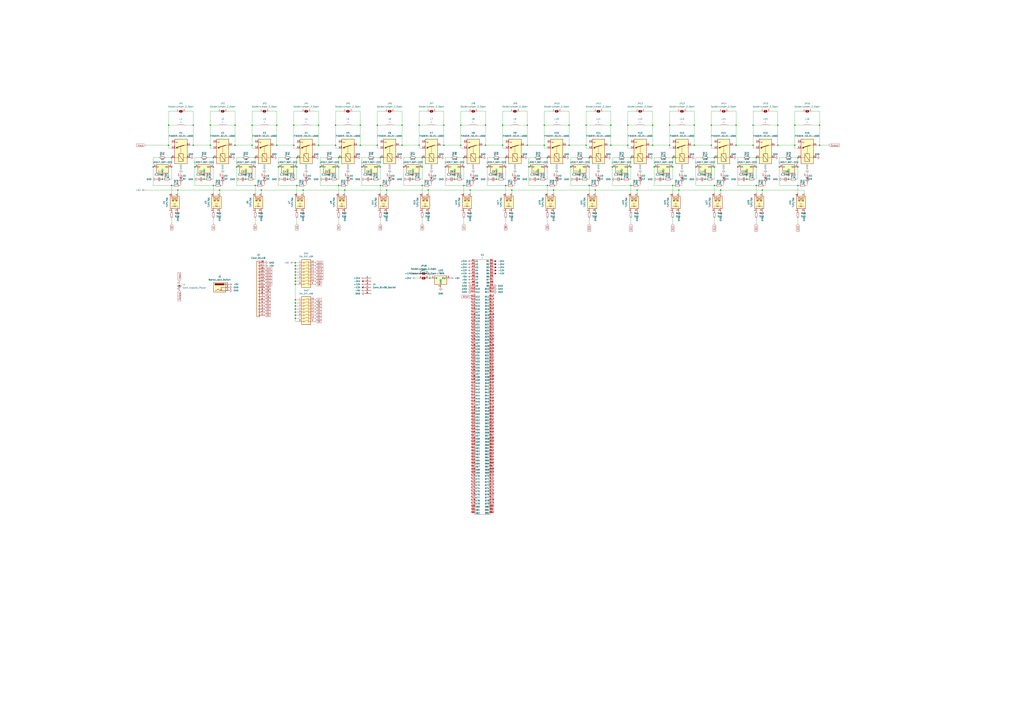
<source format=kicad_sch>
(kicad_sch (version 20231120) (generator "eeschema") (generator_version "8.0")
  (paper "A1")
  (lib_symbols
    (symbol "Connector:Barrel_Jack_Switch" (pin_names hide)
      (property "Reference" "J" (at 0 5.334 0))
      (property "Value" "Barrel_Jack_Switch" (at 0 -5.08 0))
      (symbol "Barrel_Jack_Switch_1_1"
        (pin passive line (at 7.62 2.54 180) (length 2.54) (name "~") (number "1"))
        (pin passive line (at 7.62 -2.54 180) (length 2.54) (name "~") (number "2"))
        (pin passive line (at 7.62 0 180) (length 2.54) (name "~") (number "3"))
      )
    )
    (symbol "Connector:Conn_01x06_Socket" (pin_names (offset 1.016) hide)
      (property "Reference" "J" (at 0 7.62 0))
      (property "Value" "Conn_01x06_Socket" (at 0 -10.16 0))
      (symbol "Conn_01x06_Socket_1_1"
        (pin passive line (at -5.08 5.08 0) (length 3.81) (name "Pin_1") (number "1"))
        (pin passive line (at -5.08 2.54 0) (length 3.81) (name "Pin_2") (number "2"))
        (pin passive line (at -5.08 0 0) (length 3.81) (name "Pin_3") (number "3"))
        (pin passive line (at -5.08 -2.54 0) (length 3.81) (name "Pin_4") (number "4"))
        (pin passive line (at -5.08 -5.08 0) (length 3.81) (name "Pin_5") (number "5"))
        (pin passive line (at -5.08 -7.62 0) (length 3.81) (name "Pin_6") (number "6"))
      )
    )
    (symbol "Connector:Conn_Coaxial_Power" (pin_names (offset 1.016) hide)
      (property "Reference" "J" (at -5.08 -1.27 90))
      (property "Value" "Conn_Coaxial_Power" (at -3.175 -1.27 90))
      (symbol "Conn_Coaxial_Power_1_1"
        (pin passive line (at 0 2.54 270) (length 2.54) (name "In") (number "1"))
        (pin passive line (at 0 -5.08 90) (length 2.54) (name "Ext") (number "2"))
      )
    )
    (symbol "Connector_Generic:Conn_01x18" (pin_names (offset 1.016) hide)
      (property "Reference" "J" (at 0 22.86 0))
      (property "Value" "Conn_01x18" (at 0 -25.4 0))
      (symbol "Conn_01x18_1_1"
        (pin passive line (at -5.08 20.32 0) (length 3.81) (name "Pin_1") (number "1"))
        (pin passive line (at -5.08 -2.54 0) (length 3.81) (name "Pin_10") (number "10"))
        (pin passive line (at -5.08 -5.08 0) (length 3.81) (name "Pin_11") (number "11"))
        (pin passive line (at -5.08 -7.62 0) (length 3.81) (name "Pin_12") (number "12"))
        (pin passive line (at -5.08 -10.16 0) (length 3.81) (name "Pin_13") (number "13"))
        (pin passive line (at -5.08 -12.7 0) (length 3.81) (name "Pin_14") (number "14"))
        (pin passive line (at -5.08 -15.24 0) (length 3.81) (name "Pin_15") (number "15"))
        (pin passive line (at -5.08 -17.78 0) (length 3.81) (name "Pin_16") (number "16"))
        (pin passive line (at -5.08 -20.32 0) (length 3.81) (name "Pin_17") (number "17"))
        (pin passive line (at -5.08 -22.86 0) (length 3.81) (name "Pin_18") (number "18"))
        (pin passive line (at -5.08 17.78 0) (length 3.81) (name "Pin_2") (number "2"))
        (pin passive line (at -5.08 15.24 0) (length 3.81) (name "Pin_3") (number "3"))
        (pin passive line (at -5.08 12.7 0) (length 3.81) (name "Pin_4") (number "4"))
        (pin passive line (at -5.08 10.16 0) (length 3.81) (name "Pin_5") (number "5"))
        (pin passive line (at -5.08 7.62 0) (length 3.81) (name "Pin_6") (number "6"))
        (pin passive line (at -5.08 5.08 0) (length 3.81) (name "Pin_7") (number "7"))
        (pin passive line (at -5.08 2.54 0) (length 3.81) (name "Pin_8") (number "8"))
        (pin passive line (at -5.08 0 0) (length 3.81) (name "Pin_9") (number "9"))
      )
    )
    (symbol "Device:C_Small" (pin_numbers hide) (pin_names (offset 0.254) hide)
      (property "Reference" "C" (at 0.254 1.778 0))
      (property "Value" "C_Small" (at 0.254 -2.032 0))
      (symbol "C_Small_1_1"
        (pin passive line (at 0 2.54 270) (length 2.032) (name "~") (number "1"))
        (pin passive line (at 0 -2.54 90) (length 2.032) (name "~") (number "2"))
      )
    )
    (symbol "Device:L" (pin_numbers hide) (pin_names (offset 1.016) hide)
      (property "Reference" "L" (at -1.27 0 90))
      (property "Value" "L" (at 1.905 0 90))
      (symbol "L_1_1"
        (pin passive line (at 0 3.81 270) (length 1.27) (name "1") (number "1"))
        (pin passive line (at 0 -3.81 90) (length 1.27) (name "2") (number "2"))
      )
    )
    (symbol "Device:LED" (pin_numbers hide) (pin_names (offset 1.016) hide)
      (property "Reference" "D" (at 0 2.54 0))
      (property "Value" "LED" (at 0 -2.54 0))
      (symbol "LED_1_1"
        (pin passive line (at -3.81 0 0) (length 2.54) (name "K") (number "1"))
        (pin passive line (at 3.81 0 180) (length 2.54) (name "A") (number "2"))
      )
    )
    (symbol "Device:R_Small" (pin_numbers hide) (pin_names (offset 0.254) hide)
      (property "Reference" "R" (at 0.762 0.508 0))
      (property "Value" "R_Small" (at 0.762 -1.016 0))
      (symbol "R_Small_1_1"
        (pin passive line (at 0 2.54 270) (length 0.762) (name "~") (number "1"))
        (pin passive line (at 0 -2.54 90) (length 0.762) (name "~") (number "2"))
      )
    )
    (symbol "Jumper:SolderJumper_2_Open" (pin_names (offset 0) hide)
      (property "Reference" "JP" (at 0 2.032 0))
      (property "Value" "SolderJumper_2_Open" (at 0 -2.54 0))
      (symbol "SolderJumper_2_Open_1_1"
        (pin passive line (at -3.81 0 0) (length 2.54) (name "A") (number "1"))
        (pin passive line (at 3.81 0 180) (length 2.54) (name "B") (number "2"))
      )
    )
    (symbol "Regulator_Linear:L7805" (pin_names (offset 0.254))
      (property "Reference" "U" (at -3.81 3.175 0))
      (property "Value" "L7805" (at 0 3.175 0))
      (symbol "L7805_1_1"
        (pin power_in line (at -7.62 0 0) (length 2.54) (name "IN") (number "1"))
        (pin power_in line (at 0 -7.62 90) (length 2.54) (name "GND") (number "2"))
        (pin power_out line (at 7.62 0 180) (length 2.54) (name "OUT") (number "3"))
      )
    )
    (symbol "Regulator_Linear:LM317_SOT-223" (pin_names (offset 0.254))
      (property "Reference" "U" (at -3.81 3.175 0))
      (property "Value" "LM317_SOT-223" (at 0 3.175 0))
      (symbol "LM317_SOT-223_1_1"
        (pin input line (at 0 -7.62 90) (length 2.54) (name "ADJ") (number "1"))
        (pin power_out line (at 7.62 0 180) (length 2.54) (name "VO") (number "2"))
        (pin power_in line (at -7.62 0 0) (length 2.54) (name "VI") (number "3"))
      )
    )
    (symbol "Relay:FINDER-32.21-x000"
      (property "Reference" "K" (at 11.43 3.81 0))
      (property "Value" "FINDER-32.21-x000" (at 11.43 1.27 0))
      (symbol "FINDER-32.21-x000_1_1"
        (pin passive line (at 5.08 -7.62 90) (length 2.54) (name "~") (number "11"))
        (pin passive line (at 2.54 7.62 270) (length 2.54) (name "~") (number "12"))
        (pin passive line (at 7.62 7.62 270) (length 2.54) (name "~") (number "14"))
        (pin passive line (at -5.08 7.62 270) (length 2.54) (name "~") (number "A1"))
        (pin passive line (at -5.08 -7.62 90) (length 2.54) (name "~") (number "A2"))
      )
    )
    (symbol "Relay_SolidState:TLP175A"
      (property "Reference" "U" (at -5.08 4.953 0))
      (property "Value" "TLP175A" (at -5.08 -5.08 0))
      (symbol "TLP175A_1_1"
        (pin passive line (at -7.62 2.54 0) (length 2.54) (name "~") (number "1"))
        (pin passive line (at -7.62 -2.54 0) (length 2.54) (name "~") (number "3"))
        (pin passive line (at 7.62 -2.54 180) (length 2.54) (name "~") (number "4"))
        (pin passive line (at 7.62 2.54 180) (length 2.54) (name "~") (number "6"))
      )
    )
    (symbol "Switch:SW_DIP_x08" (pin_names (offset 0) hide)
      (property "Reference" "SW" (at 0 13.97 0))
      (property "Value" "SW_DIP_x08" (at 0 -11.43 0))
      (symbol "SW_DIP_x08_1_1"
        (pin passive line (at -7.62 10.16 0) (length 5.08) (name "~") (number "1"))
        (pin passive line (at 7.62 -5.08 180) (length 5.08) (name "~") (number "10"))
        (pin passive line (at 7.62 -2.54 180) (length 5.08) (name "~") (number "11"))
        (pin passive line (at 7.62 0 180) (length 5.08) (name "~") (number "12"))
        (pin passive line (at 7.62 2.54 180) (length 5.08) (name "~") (number "13"))
        (pin passive line (at 7.62 5.08 180) (length 5.08) (name "~") (number "14"))
        (pin passive line (at 7.62 7.62 180) (length 5.08) (name "~") (number "15"))
        (pin passive line (at 7.62 10.16 180) (length 5.08) (name "~") (number "16"))
        (pin passive line (at -7.62 7.62 0) (length 5.08) (name "~") (number "2"))
        (pin passive line (at -7.62 5.08 0) (length 5.08) (name "~") (number "3"))
        (pin passive line (at -7.62 2.54 0) (length 5.08) (name "~") (number "4"))
        (pin passive line (at -7.62 0 0) (length 5.08) (name "~") (number "5"))
        (pin passive line (at -7.62 -2.54 0) (length 5.08) (name "~") (number "6"))
        (pin passive line (at -7.62 -5.08 0) (length 5.08) (name "~") (number "7"))
        (pin passive line (at -7.62 -7.62 0) (length 5.08) (name "~") (number "8"))
        (pin passive line (at 7.62 -7.62 180) (length 5.08) (name "~") (number "9"))
      )
    )
    (symbol "power:+12V" (power) (pin_numbers hide) (pin_names (offset 0) hide)
      (property "Value" "+12V" (at 0 3.556 0))
      (symbol "+12V_1_1"
        (pin power_in line (at 0 0 90) (length 0) (name "~") (number "1"))
      )
    )
    (symbol "power:+24V" (power) (pin_numbers hide) (pin_names (offset 0) hide)
      (property "Value" "+24V" (at 0 3.556 0))
      (symbol "+24V_1_1"
        (pin power_in line (at 0 0 90) (length 0) (name "~") (number "1"))
      )
    )
    (symbol "power:+5V" (power) (pin_numbers hide) (pin_names (offset 0) hide)
      (property "Value" "+5V" (at 0 3.556 0))
      (symbol "+5V_1_1"
        (pin power_in line (at 0 0 90) (length 0) (name "~") (number "1"))
      )
    )
    (symbol "power:-12V" (power) (pin_numbers hide) (pin_names (offset 0) hide)
      (property "Value" "-12V" (at 0 3.556 0))
      (symbol "-12V_0_0"
        (pin power_in line (at 0 0 90) (length 0) (name "~") (number "1"))
      )
    )
    (symbol "power:-24V" (power) (pin_numbers hide) (pin_names (offset 0) hide)
      (property "Value" "-24V" (at 0 3.556 0))
      (symbol "-24V_0_0"
        (pin power_in line (at 0 0 90) (length 0) (name "~") (number "1"))
      )
    )
    (symbol "power:GND" (power) (pin_numbers hide) (pin_names (offset 0) hide)
      (property "Value" "GND" (at 0 -3.81 0))
      (symbol "GND_1_1"
        (pin power_in line (at 0 0 270) (length 0) (name "~") (number "1"))
      )
    )
    (symbol "vac_cont_lib:pcie_x16"
      (property "Reference" "E1" (at 3.81 2.54 0))
      (property "Value" "~" (at 3.81 0 0))
      (symbol "pcie_x16_1_1"
        (pin input line (at -5.08 -2.54 0) (length 2.54) (name "A1") (number "A1"))
        (pin input line (at -5.08 -25.4 0) (length 2.54) (name "A10") (number "A10"))
        (pin input line (at -5.08 -27.94 0) (length 2.54) (name "A11") (number "A11"))
        (pin input line (at -5.08 -31.75 0) (length 2.54) (name "A12") (number "A12"))
        (pin input line (at -5.08 -34.29 0) (length 2.54) (name "A13") (number "A13"))
        (pin input line (at -5.08 -36.83 0) (length 2.54) (name "A14") (number "A14"))
        (pin input line (at -5.08 -39.37 0) (length 2.54) (name "A15") (number "A15"))
        (pin input line (at -5.08 -41.91 0) (length 2.54) (name "A16") (number "A16"))
        (pin input line (at -5.08 -44.45 0) (length 2.54) (name "A17") (number "A17"))
        (pin input line (at -5.08 -46.99 0) (length 2.54) (name "A18") (number "A18"))
        (pin input line (at -5.08 -49.53 0) (length 2.54) (name "A19") (number "A19"))
        (pin input line (at -5.08 -5.08 0) (length 2.54) (name "A2") (number "A2"))
        (pin input line (at -5.08 -52.07 0) (length 2.54) (name "A20") (number "A20"))
        (pin input line (at -5.08 -54.61 0) (length 2.54) (name "A21") (number "A21"))
        (pin input line (at -5.08 -57.15 0) (length 2.54) (name "A22") (number "A22"))
        (pin input line (at -5.08 -59.69 0) (length 2.54) (name "A23") (number "A23"))
        (pin input line (at -5.08 -62.23 0) (length 2.54) (name "A24") (number "A24"))
        (pin input line (at -5.08 -64.77 0) (length 2.54) (name "A25") (number "A25"))
        (pin input line (at -5.08 -67.31 0) (length 2.54) (name "A26") (number "A26"))
        (pin input line (at -5.08 -69.85 0) (length 2.54) (name "A27") (number "A27"))
        (pin input line (at -5.08 -72.39 0) (length 2.54) (name "A28") (number "A28"))
        (pin input line (at -5.08 -74.93 0) (length 2.54) (name "A29") (number "A29"))
        (pin input line (at -5.08 -7.62 0) (length 2.54) (name "A3") (number "A3"))
        (pin input line (at -5.08 -77.47 0) (length 2.54) (name "A30") (number "A30"))
        (pin input line (at -5.08 -80.01 0) (length 2.54) (name "A31") (number "A31"))
        (pin input line (at -5.08 -82.55 0) (length 2.54) (name "A32") (number "A32"))
        (pin input line (at -5.08 -85.09 0) (length 2.54) (name "A33") (number "A33"))
        (pin input line (at -5.08 -87.63 0) (length 2.54) (name "A34") (number "A34"))
        (pin input line (at -5.08 -90.17 0) (length 2.54) (name "A35") (number "A35"))
        (pin input line (at -5.08 -92.71 0) (length 2.54) (name "A36") (number "A36"))
        (pin input line (at -5.08 -95.25 0) (length 2.54) (name "A37") (number "A37"))
        (pin input line (at -5.08 -97.79 0) (length 2.54) (name "A38") (number "A38"))
        (pin input line (at -5.08 -100.33 0) (length 2.54) (name "A39") (number "A39"))
        (pin input line (at -5.08 -10.16 0) (length 2.54) (name "A4") (number "A4"))
        (pin input line (at -5.08 -102.87 0) (length 2.54) (name "A40") (number "A40"))
        (pin input line (at -5.08 -105.41 0) (length 2.54) (name "A41") (number "A41"))
        (pin input line (at -5.08 -107.95 0) (length 2.54) (name "A42") (number "A42"))
        (pin input line (at -5.08 -110.49 0) (length 2.54) (name "A43") (number "A43"))
        (pin input line (at -5.08 -113.03 0) (length 2.54) (name "A44") (number "A44"))
        (pin input line (at -5.08 -115.57 0) (length 2.54) (name "A45") (number "A45"))
        (pin input line (at -5.08 -118.11 0) (length 2.54) (name "A46") (number "A46"))
        (pin input line (at -5.08 -120.65 0) (length 2.54) (name "A47") (number "A47"))
        (pin input line (at -5.08 -123.19 0) (length 2.54) (name "A48") (number "A48"))
        (pin input line (at -5.08 -125.73 0) (length 2.54) (name "A49") (number "A49"))
        (pin input line (at -5.08 -12.7 0) (length 2.54) (name "A5") (number "A5"))
        (pin input line (at -5.08 -128.27 0) (length 2.54) (name "A50") (number "A50"))
        (pin input line (at -5.08 -130.81 0) (length 2.54) (name "A51") (number "A51"))
        (pin input line (at -5.08 -133.35 0) (length 2.54) (name "A52") (number "A52"))
        (pin input line (at -5.08 -135.89 0) (length 2.54) (name "A53") (number "A53"))
        (pin input line (at -5.08 -138.43 0) (length 2.54) (name "A54") (number "A54"))
        (pin input line (at -5.08 -140.97 0) (length 2.54) (name "A55") (number "A55"))
        (pin input line (at -5.08 -143.51 0) (length 2.54) (name "A56") (number "A56"))
        (pin input line (at -5.08 -146.05 0) (length 2.54) (name "A57") (number "A57"))
        (pin input line (at -5.08 -148.59 0) (length 2.54) (name "A58") (number "A58"))
        (pin input line (at -5.08 -151.13 0) (length 2.54) (name "A59") (number "A59"))
        (pin input line (at -5.08 -15.24 0) (length 2.54) (name "A6") (number "A6"))
        (pin input line (at -5.08 -153.67 0) (length 2.54) (name "A60") (number "A60"))
        (pin input line (at -5.08 -156.21 0) (length 2.54) (name "A61") (number "A61"))
        (pin input line (at -5.08 -158.75 0) (length 2.54) (name "A62") (number "A62"))
        (pin input line (at -5.08 -161.29 0) (length 2.54) (name "A63") (number "A63"))
        (pin input line (at -5.08 -163.83 0) (length 2.54) (name "A64") (number "A64"))
        (pin input line (at -5.08 -166.37 0) (length 2.54) (name "A65") (number "A65"))
        (pin input line (at -5.08 -168.91 0) (length 2.54) (name "A66") (number "A66"))
        (pin input line (at -5.08 -171.45 0) (length 2.54) (name "A67") (number "A67"))
        (pin input line (at -5.08 -173.99 0) (length 2.54) (name "A68") (number "A68"))
        (pin input line (at -5.08 -176.53 0) (length 2.54) (name "A69") (number "A69"))
        (pin input line (at -5.08 -17.78 0) (length 2.54) (name "A7") (number "A7"))
        (pin input line (at -5.08 -179.07 0) (length 2.54) (name "A70") (number "A70"))
        (pin input line (at -5.08 -181.61 0) (length 2.54) (name "A71") (number "A71"))
        (pin input line (at -5.08 -184.15 0) (length 2.54) (name "A72") (number "A72"))
        (pin input line (at -5.08 -186.69 0) (length 2.54) (name "A73") (number "A73"))
        (pin input line (at -5.08 -189.23 0) (length 2.54) (name "A74") (number "A74"))
        (pin input line (at -5.08 -191.77 0) (length 2.54) (name "A75") (number "A75"))
        (pin input line (at -5.08 -194.31 0) (length 2.54) (name "A76") (number "A76"))
        (pin input line (at -5.08 -196.85 0) (length 2.54) (name "A77") (number "A77"))
        (pin input line (at -5.08 -199.39 0) (length 2.54) (name "A78") (number "A78"))
        (pin input line (at -5.08 -201.93 0) (length 2.54) (name "A79") (number "A79"))
        (pin input line (at -5.08 -20.32 0) (length 2.54) (name "A8") (number "A8"))
        (pin input line (at -5.08 -204.47 0) (length 2.54) (name "A80") (number "A80"))
        (pin input line (at -5.08 -207.01 0) (length 2.54) (name "A81") (number "A81"))
        (pin input line (at -5.08 -209.55 0) (length 2.54) (name "A82") (number "A82"))
        (pin input line (at -5.08 -22.86 0) (length 2.54) (name "A9") (number "A9"))
        (pin input line (at 12.7 -2.54 180) (length 2.54) (name "B1") (number "B1"))
        (pin input line (at 12.7 -25.4 180) (length 2.54) (name "B10") (number "B10"))
        (pin input line (at 12.7 -27.94 180) (length 2.54) (name "B11") (number "B11"))
        (pin input line (at 12.7 -31.75 180) (length 2.54) (name "B12") (number "B12"))
        (pin input line (at 12.7 -34.29 180) (length 2.54) (name "B13") (number "B13"))
        (pin input line (at 12.7 -36.83 180) (length 2.54) (name "B14") (number "B14"))
        (pin input line (at 12.7 -39.37 180) (length 2.54) (name "B15") (number "B15"))
        (pin input line (at 12.7 -41.91 180) (length 2.54) (name "B16") (number "B16"))
        (pin input line (at 12.7 -44.45 180) (length 2.54) (name "B17") (number "B17"))
        (pin input line (at 12.7 -46.99 180) (length 2.54) (name "B18") (number "B18"))
        (pin input line (at 12.7 -49.53 180) (length 2.54) (name "B19") (number "B19"))
        (pin input line (at 12.7 -5.08 180) (length 2.54) (name "B2") (number "B2"))
        (pin input line (at 12.7 -52.07 180) (length 2.54) (name "B20") (number "B20"))
        (pin input line (at 12.7 -54.61 180) (length 2.54) (name "B21") (number "B21"))
        (pin input line (at 12.7 -57.15 180) (length 2.54) (name "B22") (number "B22"))
        (pin input line (at 12.7 -59.69 180) (length 2.54) (name "B23") (number "B23"))
        (pin input line (at 12.7 -62.23 180) (length 2.54) (name "B24") (number "B24"))
        (pin input line (at 12.7 -64.77 180) (length 2.54) (name "B25") (number "B25"))
        (pin input line (at 12.7 -67.31 180) (length 2.54) (name "B26") (number "B26"))
        (pin input line (at 12.7 -69.85 180) (length 2.54) (name "B27") (number "B27"))
        (pin input line (at 12.7 -72.39 180) (length 2.54) (name "B28") (number "B28"))
        (pin input line (at 12.7 -74.93 180) (length 2.54) (name "B29") (number "B29"))
        (pin input line (at 12.7 -7.62 180) (length 2.54) (name "B3") (number "B3"))
        (pin input line (at 12.7 -77.47 180) (length 2.54) (name "B30") (number "B30"))
        (pin input line (at 12.7 -80.01 180) (length 2.54) (name "B31") (number "B31"))
        (pin input line (at 12.7 -82.55 180) (length 2.54) (name "B32") (number "B32"))
        (pin input line (at 12.7 -85.09 180) (length 2.54) (name "B33") (number "B33"))
        (pin input line (at 12.7 -87.63 180) (length 2.54) (name "B34") (number "B34"))
        (pin input line (at 12.7 -90.17 180) (length 2.54) (name "B35") (number "B35"))
        (pin input line (at 12.7 -92.71 180) (length 2.54) (name "B36") (number "B36"))
        (pin input line (at 12.7 -95.25 180) (length 2.54) (name "B37") (number "B37"))
        (pin input line (at 12.7 -97.79 180) (length 2.54) (name "B38") (number "B38"))
        (pin input line (at 12.7 -100.33 180) (length 2.54) (name "B39") (number "B39"))
        (pin input line (at 12.7 -10.16 180) (length 2.54) (name "B4") (number "B4"))
        (pin input line (at 12.7 -102.87 180) (length 2.54) (name "B40") (number "B40"))
        (pin input line (at 12.7 -105.41 180) (length 2.54) (name "B41") (number "B41"))
        (pin input line (at 12.7 -107.95 180) (length 2.54) (name "B42") (number "B42"))
        (pin input line (at 12.7 -110.49 180) (length 2.54) (name "B43") (number "B43"))
        (pin input line (at 12.7 -113.03 180) (length 2.54) (name "B44") (number "B44"))
        (pin input line (at 12.7 -115.57 180) (length 2.54) (name "B45") (number "B45"))
        (pin input line (at 12.7 -118.11 180) (length 2.54) (name "B46") (number "B46"))
        (pin input line (at 12.7 -120.65 180) (length 2.54) (name "B47") (number "B47"))
        (pin input line (at 12.7 -123.19 180) (length 2.54) (name "B48") (number "B48"))
        (pin input line (at 12.7 -125.73 180) (length 2.54) (name "B49") (number "B49"))
        (pin input line (at 12.7 -12.7 180) (length 2.54) (name "B5") (number "B5"))
        (pin input line (at 12.7 -128.27 180) (length 2.54) (name "B50") (number "B50"))
        (pin input line (at 12.7 -130.81 180) (length 2.54) (name "B51") (number "B51"))
        (pin input line (at 12.7 -133.35 180) (length 2.54) (name "B52") (number "B52"))
        (pin input line (at 12.7 -135.89 180) (length 2.54) (name "B53") (number "B53"))
        (pin input line (at 12.7 -138.43 180) (length 2.54) (name "B54") (number "B54"))
        (pin input line (at 12.7 -140.97 180) (length 2.54) (name "B55") (number "B55"))
        (pin input line (at 12.7 -143.51 180) (length 2.54) (name "B56") (number "B56"))
        (pin input line (at 12.7 -146.05 180) (length 2.54) (name "B57") (number "B57"))
        (pin input line (at 12.7 -148.59 180) (length 2.54) (name "B58") (number "B58"))
        (pin input line (at 12.7 -151.13 180) (length 2.54) (name "B59") (number "B59"))
        (pin input line (at 12.7 -15.24 180) (length 2.54) (name "B6") (number "B6"))
        (pin input line (at 12.7 -153.67 180) (length 2.54) (name "B60") (number "B60"))
        (pin input line (at 12.7 -156.21 180) (length 2.54) (name "B61") (number "B61"))
        (pin input line (at 12.7 -158.75 180) (length 2.54) (name "B62") (number "B62"))
        (pin input line (at 12.7 -161.29 180) (length 2.54) (name "B63") (number "B63"))
        (pin input line (at 12.7 -163.83 180) (length 2.54) (name "B64") (number "B64"))
        (pin input line (at 12.7 -166.37 180) (length 2.54) (name "B65") (number "B65"))
        (pin input line (at 12.7 -168.91 180) (length 2.54) (name "B66") (number "B66"))
        (pin input line (at 12.7 -171.45 180) (length 2.54) (name "B67") (number "B67"))
        (pin input line (at 12.7 -173.99 180) (length 2.54) (name "B68") (number "B68"))
        (pin input line (at 12.7 -176.53 180) (length 2.54) (name "B69") (number "B69"))
        (pin input line (at 12.7 -17.78 180) (length 2.54) (name "B7") (number "B7"))
        (pin input line (at 12.7 -179.07 180) (length 2.54) (name "B70") (number "B70"))
        (pin input line (at 12.7 -181.61 180) (length 2.54) (name "B71") (number "B71"))
        (pin input line (at 12.7 -184.15 180) (length 2.54) (name "B72") (number "B72"))
        (pin input line (at 12.7 -186.69 180) (length 2.54) (name "B73") (number "B73"))
        (pin input line (at 12.7 -189.23 180) (length 2.54) (name "B74") (number "B74"))
        (pin input line (at 12.7 -191.77 180) (length 2.54) (name "B75") (number "B75"))
        (pin input line (at 12.7 -194.31 180) (length 2.54) (name "B76") (number "B76"))
        (pin input line (at 12.7 -196.85 180) (length 2.54) (name "B77") (number "B77"))
        (pin input line (at 12.7 -199.39 180) (length 2.54) (name "B78") (number "B78"))
        (pin input line (at 12.7 -201.93 180) (length 2.54) (name "B79") (number "B79"))
        (pin input line (at 12.7 -20.32 180) (length 2.54) (name "B8") (number "B8"))
        (pin input line (at 12.7 -204.47 180) (length 2.54) (name "B80") (number "B80"))
        (pin input line (at 12.7 -207.01 180) (length 2.54) (name "B81") (number "B81"))
        (pin input line (at 12.7 -209.55 180) (length 2.54) (name "B82") (number "B82"))
        (pin input line (at 12.7 -22.86 180) (length 2.54) (name "B9") (number "B9"))
      )
    )
  )
  (junction (at 407.67 147.32))
  (junction (at 673.1 102.87))
  (junction (at 586.74 137.16))
  (junction (at 655.32 129.54))
  (junction (at 242.57 248.92))
  (junction (at 618.49 102.87))
  (junction (at 214.63 156.21))
  (junction (at 415.29 152.4))
  (junction (at 535.94 102.87))
  (junction (at 227.33 119.38))
  (junction (at 604.52 102.87))
  (junction (at 549.91 102.87))
  (junction (at 243.84 137.16))
  (junction (at 613.41 147.32))
  (junction (at 481.33 119.38))
  (junction (at 242.57 218.44))
  (junction (at 488.95 156.21))
  (junction (at 400.05 137.16))
  (junction (at 652.78 119.38))
  (junction (at 278.13 152.4))
  (junction (at 412.75 119.38))
  (junction (at 175.26 152.4))
  (junction (at 381 129.54))
  (junction (at 242.57 228.6))
  (junction (at 133.35 147.32))
  (junction (at 242.57 261.62))
  (junction (at 605.79 137.16))
  (junction (at 241.3 102.87))
  (junction (at 242.57 233.68))
  (junction (at 353.06 228.6))
  (junction (at 138.43 102.87))
  (junction (at 304.8 147.32))
  (junction (at 621.03 129.54))
  (junction (at 518.16 129.54))
  (junction (at 241.3 119.38))
  (junction (at 502.92 137.16))
  (junction (at 501.65 102.87))
  (junction (at 297.18 137.16))
  (junction (at 535.94 119.38))
  (junction (at 552.45 129.54))
  (junction (at 207.01 102.87))
  (junction (at 584.2 119.38))
  (junction (at 283.21 156.21))
  (junction (at 557.53 156.21))
  (junction (at 449.58 152.4))
  (junction (at 140.97 137.16))
  (junction (at 481.33 102.87))
  (junction (at 344.17 119.38))
  (junction (at 467.36 119.38))
  (junction (at 146.05 156.21))
  (junction (at 207.01 119.38))
  (junction (at 373.38 147.32))
  (junction (at 638.81 119.38))
  (junction (at 570.23 102.87))
  (junction (at 160.02 137.16))
  (junction (at 515.62 119.38))
  (junction (at 261.62 119.38))
  (junction (at 591.82 156.21))
  (junction (at 140.97 129.54))
  (junction (at 378.46 119.38))
  (junction (at 621.03 152.4))
  (junction (at 510.54 147.32))
  (junction (at 571.5 137.16))
  (junction (at 647.7 147.32))
  (junction (at 209.55 129.54))
  (junction (at 346.71 137.16))
  (junction (at 584.2 102.87))
  (junction (at 483.87 152.4))
  (junction (at 523.24 156.21))
  (junction (at 140.97 152.4))
  (junction (at 447.04 102.87))
  (junction (at 309.88 119.38))
  (junction (at 515.62 102.87))
  (junction (at 125.73 137.16))
  (junction (at 330.2 102.87))
  (junction (at 242.57 259.08))
  (junction (at 275.59 102.87))
  (junction (at 476.25 147.32))
  (junction (at 398.78 119.38))
  (junction (at 180.34 156.21))
  (junction (at 364.49 102.87))
  (junction (at 242.57 215.9))
  (junction (at 193.04 102.87))
  (junction (at 295.91 119.38))
  (junction (at 626.11 156.21))
  (junction (at 549.91 119.38))
  (junction (at 138.43 119.38))
  (junction (at 262.89 137.16))
  (junction (at 468.63 137.16))
  (junction (at 243.84 129.54))
  (junction (at 278.13 129.54))
  (junction (at 381 137.16))
  (junction (at 346.71 129.54))
  (junction (at 449.58 137.16))
  (junction (at 344.17 102.87))
  (junction (at 386.08 156.21))
  (junction (at 275.59 119.38))
  (junction (at 640.08 137.16))
  (junction (at 339.09 147.32))
  (junction (at 330.2 119.38))
  (junction (at 242.57 251.46))
  (junction (at 501.65 119.38))
  (junction (at 621.03 137.16))
  (junction (at 270.51 147.32))
  (junction (at 483.87 129.54))
  (junction (at 652.78 102.87))
  (junction (at 309.88 102.87))
  (junction (at 447.04 119.38))
  (junction (at 449.58 129.54))
  (junction (at 655.32 137.16))
  (junction (at 537.21 137.16))
  (junction (at 236.22 147.32))
  (junction (at 365.76 137.16))
  (junction (at 242.57 256.54))
  (junction (at 331.47 137.16))
  (junction (at 381 152.4))
  (junction (at 312.42 152.4))
  (junction (at 227.33 102.87))
  (junction (at 655.32 152.4))
  (junction (at 586.74 152.4))
  (junction (at 261.62 102.87))
  (junction (at 351.79 156.21))
  (junction (at 201.93 147.32))
  (junction (at 673.1 119.38))
  (junction (at 295.91 102.87))
  (junction (at 420.37 156.21))
  (junction (at 158.75 119.38))
  (junction (at 317.5 156.21))
  (junction (at 433.07 102.87))
  (junction (at 579.12 147.32))
  (junction (at 570.23 119.38))
  (junction (at 194.31 137.16))
  (junction (at 398.78 102.87))
  (junction (at 518.16 152.4))
  (junction (at 242.57 231.14))
  (junction (at 175.26 129.54))
  (junction (at 312.42 129.54))
  (junction (at 518.16 137.16))
  (junction (at 544.83 147.32))
  (junction (at 441.96 147.32))
  (junction (at 175.26 137.16))
  (junction (at 158.75 102.87))
  (junction (at 604.52 119.38))
  (junction (at 412.75 102.87))
  (junction (at 209.55 137.16))
  (junction (at 378.46 102.87))
  (junction (at 454.66 156.21))
  (junction (at 228.6 137.16))
  (junction (at 167.64 147.32))
  (junction (at 483.87 137.16))
  (junction (at 242.57 223.52))
  (junction (at 346.71 152.4))
  (junction (at 433.07 119.38))
  (junction (at 242.57 220.98))
  (junction (at 415.29 137.16))
  (junction (at 243.84 152.4))
  (junction (at 434.34 137.16))
  (junction (at 467.36 102.87))
  (junction (at 552.45 152.4))
  (junction (at 552.45 137.16))
  (junction (at 586.74 129.54))
  (junction (at 312.42 137.16))
  (junction (at 364.49 119.38))
  (junction (at 172.72 119.38))
  (junction (at 618.49 119.38))
  (junction (at 242.57 254))
  (junction (at 278.13 137.16))
  (junction (at 242.57 246.38))
  (junction (at 193.04 119.38))
  (junction (at 172.72 102.87))
  (junction (at 415.29 129.54))
  (junction (at 209.55 152.4))
  (junction (at 248.92 156.21))
  (junction (at 242.57 226.06))
  (junction (at 638.81 102.87))
  (wire (pts (xy 648.97 147.32) (xy 647.7 147.32)))
  (wire (pts (xy 138.43 119.38) (xy 138.43 121.92)))
  (wire (pts (xy 481.33 121.92) (xy 483.87 121.92)))
  (wire (pts (xy 378.46 102.87) (xy 378.46 119.38)))
  (wire (pts (xy 483.87 179.07) (xy 483.87 184.15)))
  (wire (pts (xy 251.46 152.4) (xy 250.19 152.4)))
  (wire (pts (xy 632.46 91.44) (xy 638.81 91.44)))
  (wire (pts (xy 140.97 147.32) (xy 140.97 137.16)))
  (wire (pts (xy 138.43 121.92) (xy 140.97 121.92)))
  (wire (pts (xy 381 147.32) (xy 381 137.16)))
  (wire (pts (xy 242.57 223.52) (xy 242.57 226.06)))
  (wire (pts (xy 194.31 137.16) (xy 194.31 152.4)))
  (wire (pts (xy 655.32 179.07) (xy 655.32 184.15)))
  (wire (pts (xy 243.84 264.16) (xy 242.57 264.16)))
  (wire (pts (xy 307.34 129.54) (xy 312.42 129.54)))
  (wire (pts (xy 422.91 152.4) (xy 421.64 152.4)))
  (wire (pts (xy 140.97 152.4) (xy 140.97 158.75)))
  (wire (pts (xy 552.45 152.4) (xy 553.72 152.4)))
  (wire (pts (xy 373.38 147.32) (xy 373.38 144.78)))
  (wire (pts (xy 125.73 129.54) (xy 125.73 137.16)))
  (wire (pts (xy 392.43 102.87) (xy 398.78 102.87)))
  (wire (pts (xy 172.72 102.87) (xy 172.72 119.38)))
  (wire (pts (xy 242.57 248.92) (xy 242.57 246.38)))
  (wire (pts (xy 320.04 151.13) (xy 320.04 152.4)))
  (wire (pts (xy 604.52 91.44) (xy 604.52 102.87)))
  (wire (pts (xy 146.05 158.75) (xy 146.05 156.21)))
  (wire (pts (xy 320.04 152.4) (xy 318.77 152.4)))
  (wire (pts (xy 238.76 129.54) (xy 243.84 129.54)))
  (wire (pts (xy 220.98 102.87) (xy 227.33 102.87)))
  (wire (pts (xy 138.43 91.44) (xy 138.43 102.87)))
  (wire (pts (xy 563.88 102.87) (xy 570.23 102.87)))
  (wire (pts (xy 610.87 129.54) (xy 605.79 129.54)))
  (wire (pts (xy 365.76 129.54) (xy 365.76 137.16)))
  (wire (pts (xy 242.57 246.38) (xy 242.57 233.68)))
  (wire (pts (xy 350.52 102.87) (xy 344.17 102.87)))
  (wire (pts (xy 549.91 119.38) (xy 549.91 121.92)))
  (wire (pts (xy 242.57 218.44) (xy 242.57 215.9)))
  (wire (pts (xy 148.59 152.4) (xy 147.32 152.4)))
  (wire (pts (xy 586.74 152.4) (xy 588.01 152.4)))
  (wire (pts (xy 535.94 102.87) (xy 535.94 119.38)))
  (wire (pts (xy 621.03 179.07) (xy 621.03 184.15)))
  (wire (pts (xy 160.02 152.4) (xy 175.26 152.4)))
  (wire (pts (xy 309.88 102.87) (xy 309.88 119.38)))
  (wire (pts (xy 523.24 158.75) (xy 523.24 156.21)))
  (wire (pts (xy 242.57 259.08) (xy 243.84 259.08)))
  (wire (pts (xy 439.42 129.54) (xy 434.34 129.54)))
  (wire (pts (xy 209.55 152.4) (xy 210.82 152.4)))
  (wire (pts (xy 261.62 119.38) (xy 275.59 119.38)))
  (wire (pts (xy 477.52 147.32) (xy 476.25 147.32)))
  (wire (pts (xy 613.41 147.32) (xy 613.41 144.78)))
  (wire (pts (xy 160.02 129.54) (xy 160.02 137.16)))
  (wire (pts (xy 134.62 147.32) (xy 133.35 147.32)))
  (wire (pts (xy 481.33 102.87) (xy 481.33 119.38)))
  (wire (pts (xy 604.52 102.87) (xy 604.52 119.38)))
  (wire (pts (xy 275.59 102.87) (xy 275.59 119.38)))
  (wire (pts (xy 364.49 119.38) (xy 378.46 119.38)))
  (wire (pts (xy 585.47 147.32) (xy 586.74 147.32)))
  (wire (pts (xy 533.4 119.38) (xy 535.94 119.38)))
  (wire (pts (xy 242.57 220.98) (xy 242.57 223.52)))
  (wire (pts (xy 213.36 91.44) (xy 207.01 91.44)))
  (wire (pts (xy 243.84 129.54) (xy 243.84 137.16)))
  (wire (pts (xy 135.89 129.54) (xy 140.97 129.54)))
  (wire (pts (xy 426.72 91.44) (xy 433.07 91.44)))
  (wire (pts (xy 590.55 91.44) (xy 584.2 91.44)))
  (wire (pts (xy 341.63 129.54) (xy 346.71 129.54)))
  (wire (pts (xy 119.38 119.38) (xy 138.43 119.38)))
  (wire (pts (xy 175.26 152.4) (xy 175.26 158.75)))
  (wire (pts (xy 552.45 184.15) (xy 552.45 179.07)))
  (wire (pts (xy 323.85 91.44) (xy 330.2 91.44)))
  (wire (pts (xy 243.84 218.44) (xy 242.57 218.44)))
  (wire (pts (xy 384.81 91.44) (xy 378.46 91.44)))
  (wire (pts (xy 312.42 179.07) (xy 312.42 184.15)))
  (wire (pts (xy 535.94 119.38) (xy 549.91 119.38)))
  (wire (pts (xy 491.49 151.13) (xy 491.49 152.4)))
  (wire (pts (xy 388.62 152.4) (xy 387.35 152.4)))
  (wire (pts (xy 515.62 119.38) (xy 515.62 121.92)))
  (wire (pts (xy 242.57 256.54) (xy 242.57 254)))
  (wire (pts (xy 346.71 129.54) (xy 346.71 137.16)))
  (wire (pts (xy 628.65 151.13) (xy 628.65 152.4)))
  (wire (pts (xy 316.23 91.44) (xy 309.88 91.44)))
  (wire (pts (xy 350.52 91.44) (xy 344.17 91.44)))
  (wire (pts (xy 601.98 119.38) (xy 604.52 119.38)))
  (wire (pts (xy 242.57 147.32) (xy 243.84 147.32)))
  (wire (pts (xy 647.7 147.32) (xy 647.7 144.78)))
  (wire (pts (xy 351.79 228.6) (xy 353.06 228.6)))
  (wire (pts (xy 461.01 102.87) (xy 467.36 102.87)))
  (wire (pts (xy 273.05 129.54) (xy 278.13 129.54)))
  (wire (pts (xy 214.63 156.21) (xy 248.92 156.21)))
  (wire (pts (xy 640.08 129.54) (xy 640.08 137.16)))
  (wire (pts (xy 306.07 147.32) (xy 304.8 147.32)))
  (wire (pts (xy 381 152.4) (xy 382.27 152.4)))
  (wire (pts (xy 662.94 152.4) (xy 661.67 152.4)))
  (wire (pts (xy 598.17 91.44) (xy 604.52 91.44)))
  (wire (pts (xy 152.4 91.44) (xy 158.75 91.44)))
  (wire (pts (xy 316.23 102.87) (xy 309.88 102.87)))
  (wire (pts (xy 502.92 137.16) (xy 502.92 152.4)))
  (wire (pts (xy 638.81 119.38) (xy 652.78 119.38)))
  (wire (pts (xy 415.29 152.4) (xy 416.56 152.4)))
  (wire (pts (xy 148.59 151.13) (xy 148.59 152.4)))
  (wire (pts (xy 518.16 152.4) (xy 518.16 158.75)))
  (wire (pts (xy 243.84 233.68) (xy 242.57 233.68)))
  (wire (pts (xy 549.91 121.92) (xy 552.45 121.92)))
  (wire (pts (xy 339.09 147.32) (xy 339.09 144.78)))
  (wire (pts (xy 242.57 215.9) (xy 243.84 215.9)))
  (wire (pts (xy 542.29 129.54) (xy 537.21 129.54)))
  (wire (pts (xy 199.39 129.54) (xy 194.31 129.54)))
  (wire (pts (xy 422.91 143.51) (xy 422.91 142.24)))
  (wire (pts (xy 447.04 121.92) (xy 449.58 121.92)))
  (wire (pts (xy 270.51 147.32) (xy 270.51 144.78)))
  (wire (pts (xy 179.07 102.87) (xy 172.72 102.87)))
  (wire (pts (xy 320.04 143.51) (xy 320.04 142.24)))
  (wire (pts (xy 242.57 261.62) (xy 242.57 259.08)))
  (wire (pts (xy 560.07 152.4) (xy 558.8 152.4)))
  (wire (pts (xy 594.36 151.13) (xy 594.36 152.4)))
  (wire (pts (xy 502.92 152.4) (xy 518.16 152.4)))
  (wire (pts (xy 570.23 102.87) (xy 570.23 119.38)))
  (wire (pts (xy 262.89 152.4) (xy 278.13 152.4)))
  (wire (pts (xy 331.47 152.4) (xy 346.71 152.4)))
  (wire (pts (xy 330.2 119.38) (xy 344.17 119.38)))
  (wire (pts (xy 341.63 224.79) (xy 344.17 224.79)))
  (wire (pts (xy 361.95 119.38) (xy 364.49 119.38)))
  (wire (pts (xy 412.75 102.87) (xy 412.75 119.38)))
  (wire (pts (xy 652.78 121.92) (xy 655.32 121.92)))
  (wire (pts (xy 209.55 129.54) (xy 209.55 137.16)))
  (wire (pts (xy 224.79 119.38) (xy 227.33 119.38)))
  (wire (pts (xy 173.99 147.32) (xy 175.26 147.32)))
  (wire (pts (xy 502.92 129.54) (xy 502.92 137.16)))
  (wire (pts (xy 364.49 91.44) (xy 364.49 102.87)))
  (wire (pts (xy 420.37 158.75) (xy 420.37 156.21)))
  (wire (pts (xy 551.18 147.32) (xy 552.45 147.32)))
  (wire (pts (xy 293.37 119.38) (xy 295.91 119.38)))
  (wire (pts (xy 624.84 91.44) (xy 618.49 91.44)))
  (wire (pts (xy 579.12 147.32) (xy 579.12 144.78)))
  (wire (pts (xy 381 152.4) (xy 381 158.75)))
  (wire (pts (xy 317.5 158.75) (xy 317.5 156.21)))
  (wire (pts (xy 241.3 121.92) (xy 243.84 121.92)))
  (wire (pts (xy 626.11 156.21) (xy 660.4 156.21)))
  (wire (pts (xy 336.55 129.54) (xy 331.47 129.54)))
  (wire (pts (xy 242.57 228.6) (xy 242.57 231.14)))
  (wire (pts (xy 624.84 102.87) (xy 618.49 102.87)))
  (wire (pts (xy 525.78 151.13) (xy 525.78 152.4)))
  (wire (pts (xy 302.26 129.54) (xy 297.18 129.54)))
  (wire (pts (xy 618.49 91.44) (xy 618.49 102.87)))
  (wire (pts (xy 217.17 143.51) (xy 217.17 142.24)))
  (wire (pts (xy 364.49 102.87) (xy 364.49 119.38)))
  (wire (pts (xy 626.11 158.75) (xy 626.11 156.21)))
  (wire (pts (xy 281.94 91.44) (xy 275.59 91.44)))
  (wire (pts (xy 341.63 228.6) (xy 344.17 228.6)))
  (wire (pts (xy 213.36 102.87) (xy 207.01 102.87)))
  (wire (pts (xy 289.56 91.44) (xy 295.91 91.44)))
  (wire (pts (xy 478.79 129.54) (xy 483.87 129.54)))
  (wire (pts (xy 251.46 143.51) (xy 251.46 142.24)))
  (wire (pts (xy 158.75 119.38) (xy 172.72 119.38)))
  (wire (pts (xy 283.21 156.21) (xy 317.5 156.21)))
  (wire (pts (xy 621.03 152.4) (xy 621.03 158.75)))
  (wire (pts (xy 419.1 102.87) (xy 412.75 102.87)))
  (wire (pts (xy 193.04 119.38) (xy 207.01 119.38)))
  (wire (pts (xy 378.46 91.44) (xy 378.46 102.87)))
  (wire (pts (xy 242.57 248.92) (xy 243.84 248.92)))
  (wire (pts (xy 346.71 152.4) (xy 346.71 158.75)))
  (wire (pts (xy 175.26 129.54) (xy 175.26 137.16)))
  (wire (pts (xy 396.24 119.38) (xy 398.78 119.38)))
  (wire (pts (xy 673.1 91.44) (xy 673.1 102.87)))
  (wire (pts (xy 495.3 91.44) (xy 501.65 91.44)))
  (wire (pts (xy 242.57 254) (xy 242.57 251.46)))
  (wire (pts (xy 605.79 137.16) (xy 605.79 152.4)))
  (wire (pts (xy 365.76 137.16) (xy 365.76 152.4)))
  (wire (pts (xy 330.2 91.44) (xy 330.2 102.87)))
  (wire (pts (xy 375.92 129.54) (xy 381 129.54)))
  (wire (pts (xy 628.65 143.51) (xy 628.65 142.24)))
  (wire (pts (xy 645.16 129.54) (xy 640.08 129.54)))
  (wire (pts (xy 580.39 147.32) (xy 579.12 147.32)))
  (wire (pts (xy 557.53 158.75) (xy 557.53 156.21)))
  (wire (pts (xy 467.36 91.44) (xy 467.36 102.87)))
  (wire (pts (xy 158.75 91.44) (xy 158.75 102.87)))
  (wire (pts (xy 655.32 152.4) (xy 655.32 158.75)))
  (wire (pts (xy 673.1 102.87) (xy 673.1 119.38)))
  (wire (pts (xy 487.68 91.44) (xy 481.33 91.44)))
  (wire (pts (xy 640.08 152.4) (xy 655.32 152.4)))
  (wire (pts (xy 193.04 102.87) (xy 193.04 119.38)))
  (wire (pts (xy 227.33 91.44) (xy 227.33 102.87)))
  (wire (pts (xy 248.92 158.75) (xy 248.92 156.21)))
  (wire (pts (xy 650.24 129.54) (xy 655.32 129.54)))
  (wire (pts (xy 515.62 91.44) (xy 515.62 102.87)))
  (wire (pts (xy 481.33 119.38) (xy 481.33 121.92)))
  (wire (pts (xy 491.49 152.4) (xy 490.22 152.4)))
  (wire (pts (xy 297.18 152.4) (xy 312.42 152.4)))
  (wire (pts (xy 214.63 158.75) (xy 214.63 156.21)))
  (wire (pts (xy 297.18 129.54) (xy 297.18 137.16)))
  (wire (pts (xy 317.5 156.21) (xy 351.79 156.21)))
  (wire (pts (xy 175.26 147.32) (xy 175.26 137.16)))
  (wire (pts (xy 449.58 147.32) (xy 449.58 137.16)))
  (wire (pts (xy 618.49 102.87) (xy 618.49 119.38)))
  (wire (pts (xy 405.13 129.54) (xy 400.05 129.54)))
  (wire (pts (xy 243.84 152.4) (xy 243.84 158.75)))
  (wire (pts (xy 283.21 158.75) (xy 283.21 156.21)))
  (wire (pts (xy 537.21 129.54) (xy 537.21 137.16)))
  (wire (pts (xy 576.58 129.54) (xy 571.5 129.54)))
  (wire (pts (xy 242.57 251.46) (xy 242.57 248.92)))
  (wire (pts (xy 594.36 152.4) (xy 593.09 152.4)))
  (wire (pts (xy 621.03 129.54) (xy 621.03 137.16)))
  (wire (pts (xy 457.2 143.51) (xy 457.2 142.24)))
  (wire (pts (xy 370.84 129.54) (xy 365.76 129.54)))
  (wire (pts (xy 344.17 121.92) (xy 346.71 121.92)))
  (wire (pts (xy 259.08 119.38) (xy 261.62 119.38)))
  (wire (pts (xy 666.75 91.44) (xy 673.1 91.44)))
  (wire (pts (xy 591.82 156.21) (xy 626.11 156.21)))
  (wire (pts (xy 659.13 102.87) (xy 652.78 102.87)))
  (wire (pts (xy 673.1 119.38) (xy 680.72 119.38)))
  (wire (pts (xy 655.32 152.4) (xy 656.59 152.4)))
  (wire (pts (xy 242.57 261.62) (xy 243.84 261.62)))
  (wire (pts (xy 330.2 102.87) (xy 330.2 119.38)))
  (wire (pts (xy 586.74 147.32) (xy 586.74 137.16)))
  (wire (pts (xy 632.46 102.87) (xy 638.81 102.87)))
  (wire (pts (xy 652.78 119.38) (xy 652.78 121.92)))
  (wire (pts (xy 175.26 179.07) (xy 175.26 184.15)))
  (wire (pts (xy 172.72 119.38) (xy 172.72 121.92)))
  (wire (pts (xy 516.89 147.32) (xy 518.16 147.32)))
  (wire (pts (xy 594.36 143.51) (xy 594.36 142.24)))
  (wire (pts (xy 351.79 224.79) (xy 353.06 224.79)))
  (wire (pts (xy 180.34 158.75) (xy 180.34 156.21)))
  (wire (pts (xy 133.35 147.32) (xy 133.35 144.78)))
  (wire (pts (xy 182.88 143.51) (xy 182.88 142.24)))
  (wire (pts (xy 518.16 147.32) (xy 518.16 137.16)))
  (wire (pts (xy 323.85 102.87) (xy 330.2 102.87)))
  (wire (pts (xy 449.58 129.54) (xy 449.58 137.16)))
  (wire (pts (xy 140.97 129.54) (xy 140.97 137.16)))
  (wire (pts (xy 378.46 121.92) (xy 381 121.92)))
  (wire (pts (xy 638.81 102.87) (xy 638.81 119.38)))
  (wire (pts (xy 207.01 121.92) (xy 209.55 121.92)))
  (wire (pts (xy 615.95 129.54) (xy 621.03 129.54)))
  (wire (pts (xy 448.31 147.32) (xy 449.58 147.32)))
  (wire (pts (xy 525.78 143.51) (xy 525.78 142.24)))
  (wire (pts (xy 449.58 152.4) (xy 450.85 152.4)))
  (wire (pts (xy 295.91 102.87) (xy 295.91 119.38)))
  (wire (pts (xy 165.1 129.54) (xy 160.02 129.54)))
  (wire (pts (xy 167.64 147.32) (xy 167.64 144.78)))
  (wire (pts (xy 241.3 215.9) (xy 242.57 215.9)))
  (wire (pts (xy 571.5 129.54) (xy 571.5 137.16)))
  (wire (pts (xy 447.04 102.87) (xy 447.04 119.38)))
  (wire (pts (xy 309.88 119.38) (xy 309.88 121.92)))
  (wire (pts (xy 628.65 152.4) (xy 627.38 152.4)))
  (wire (pts (xy 295.91 91.44) (xy 295.91 102.87)))
  (wire (pts (xy 190.5 119.38) (xy 193.04 119.38)))
  (wire (pts (xy 374.65 147.32) (xy 373.38 147.32)))
  (wire (pts (xy 358.14 102.87) (xy 364.49 102.87)))
  (wire (pts (xy 537.21 137.16) (xy 537.21 152.4)))
  (wire (pts (xy 251.46 151.13) (xy 251.46 152.4)))
  (wire (pts (xy 581.66 129.54) (xy 586.74 129.54)))
  (wire (pts (xy 138.43 102.87) (xy 138.43 119.38)))
  (wire (pts (xy 400.05 152.4) (xy 415.29 152.4)))
  (wire (pts (xy 381 179.07) (xy 381 184.15)))
  (wire (pts (xy 415.29 184.15) (xy 415.29 179.07)))
  (wire (pts (xy 655.32 129.54) (xy 655.32 137.16)))
  (wire (pts (xy 182.88 152.4) (xy 181.61 152.4)))
  (wire (pts (xy 521.97 102.87) (xy 515.62 102.87)))
  (wire (pts (xy 457.2 151.13) (xy 457.2 152.4)))
  (wire (pts (xy 570.23 119.38) (xy 584.2 119.38)))
  (wire (pts (xy 309.88 91.44) (xy 309.88 102.87)))
  (wire (pts (xy 483.87 152.4) (xy 485.14 152.4)))
  (wire (pts (xy 430.53 119.38) (xy 433.07 119.38)))
  (wire (pts (xy 584.2 91.44) (xy 584.2 102.87)))
  (wire (pts (xy 144.78 91.44) (xy 138.43 91.44)))
  (wire (pts (xy 662.94 143.51) (xy 662.94 142.24)))
  (wire (pts (xy 640.08 137.16) (xy 640.08 152.4)))
  (wire (pts (xy 194.31 152.4) (xy 209.55 152.4)))
  (wire (pts (xy 237.49 147.32) (xy 236.22 147.32)))
  (wire (pts (xy 208.28 147.32) (xy 209.55 147.32)))
  (wire (pts (xy 304.8 147.32) (xy 304.8 144.78)))
  (wire (pts (xy 488.95 158.75) (xy 488.95 156.21)))
  (wire (pts (xy 172.72 121.92) (xy 175.26 121.92)))
  (wire (pts (xy 228.6 152.4) (xy 243.84 152.4)))
  (wire (pts (xy 194.31 129.54) (xy 194.31 137.16)))
  (wire (pts (xy 248.92 156.21) (xy 283.21 156.21)))
  (wire (pts (xy 511.81 147.32) (xy 510.54 147.32)))
  (wire (pts (xy 344.17 119.38) (xy 344.17 121.92)))
  (wire (pts (xy 140.97 152.4) (xy 142.24 152.4)))
  (wire (pts (xy 267.97 129.54) (xy 262.89 129.54)))
  (wire (pts (xy 384.81 102.87) (xy 378.46 102.87)))
  (wire (pts (xy 207.01 91.44) (xy 207.01 102.87)))
  (wire (pts (xy 312.42 147.32) (xy 312.42 137.16)))
  (wire (pts (xy 247.65 102.87) (xy 241.3 102.87)))
  (wire (pts (xy 654.05 147.32) (xy 655.32 147.32)))
  (wire (pts (xy 414.02 147.32) (xy 415.29 147.32)))
  (wire (pts (xy 483.87 129.54) (xy 483.87 137.16)))
  (wire (pts (xy 217.17 152.4) (xy 215.9 152.4)))
  (wire (pts (xy 481.33 91.44) (xy 481.33 102.87)))
  (wire (pts (xy 220.98 91.44) (xy 227.33 91.44)))
  (wire (pts (xy 285.75 151.13) (xy 285.75 152.4)))
  (wire (pts (xy 312.42 152.4) (xy 313.69 152.4)))
  (wire (pts (xy 547.37 129.54) (xy 552.45 129.54)))
  (wire (pts (xy 605.79 152.4) (xy 621.03 152.4)))
  (wire (pts (xy 523.24 156.21) (xy 557.53 156.21)))
  (wire (pts (xy 518.16 129.54) (xy 518.16 137.16)))
  (wire (pts (xy 125.73 152.4) (xy 140.97 152.4)))
  (wire (pts (xy 354.33 143.51) (xy 354.33 142.24)))
  (wire (pts (xy 344.17 102.87) (xy 344.17 119.38)))
  (wire (pts (xy 242.57 246.38) (xy 243.84 246.38)))
  (wire (pts (xy 242.57 231.14) (xy 242.57 233.68)))
  (wire (pts (xy 289.56 102.87) (xy 295.91 102.87)))
  (wire (pts (xy 586.74 152.4) (xy 586.74 158.75)))
  (wire (pts (xy 426.72 102.87) (xy 433.07 102.87)))
  (wire (pts (xy 420.37 156.21) (xy 454.66 156.21)))
  (wire (pts (xy 193.04 91.44) (xy 193.04 102.87)))
  (wire (pts (xy 457.2 152.4) (xy 455.93 152.4)))
  (wire (pts (xy 241.3 91.44) (xy 241.3 102.87)))
  (wire (pts (xy 636.27 119.38) (xy 638.81 119.38)))
  (wire (pts (xy 605.79 129.54) (xy 605.79 137.16)))
  (wire (pts (xy 353.06 224.79) (xy 353.06 228.6)))
  (wire (pts (xy 670.56 119.38) (xy 673.1 119.38)))
  (wire (pts (xy 468.63 129.54) (xy 468.63 137.16)))
  (wire (pts (xy 560.07 151.13) (xy 560.07 152.4)))
  (wire (pts (xy 567.69 119.38) (xy 570.23 119.38)))
  (wire (pts (xy 447.04 91.44) (xy 447.04 102.87)))
  (wire (pts (xy 467.36 119.38) (xy 481.33 119.38)))
  (wire (pts (xy 666.75 102.87) (xy 673.1 102.87)))
  (wire (pts (xy 311.15 147.32) (xy 312.42 147.32)))
  (wire (pts (xy 434.34 129.54) (xy 434.34 137.16)))
  (wire (pts (xy 584.2 119.38) (xy 584.2 121.92)))
  (wire (pts (xy 119.38 156.21) (xy 146.05 156.21)))
  (wire (pts (xy 344.17 91.44) (xy 344.17 102.87)))
  (wire (pts (xy 638.81 91.44) (xy 638.81 102.87)))
  (wire (pts (xy 398.78 119.38) (xy 412.75 119.38)))
  (wire (pts (xy 408.94 147.32) (xy 407.67 147.32)))
  (wire (pts (xy 346.71 179.07) (xy 346.71 184.15)))
  (wire (pts (xy 275.59 91.44) (xy 275.59 102.87)))
  (wire (pts (xy 255.27 91.44) (xy 261.62 91.44)))
  (wire (pts (xy 660.4 158.75) (xy 660.4 156.21)))
  (wire (pts (xy 433.07 119.38) (xy 447.04 119.38)))
  (wire (pts (xy 209.55 147.32) (xy 209.55 137.16)))
  (wire (pts (xy 510.54 147.32) (xy 510.54 144.78)))
  (wire (pts (xy 278.13 152.4) (xy 279.4 152.4)))
  (wire (pts (xy 544.83 147.32) (xy 544.83 144.78)))
  (wire (pts (xy 515.62 102.87) (xy 515.62 119.38)))
  (wire (pts (xy 604.52 119.38) (xy 618.49 119.38)))
  (wire (pts (xy 454.66 158.75) (xy 454.66 156.21)))
  (wire (pts (xy 468.63 137.16) (xy 468.63 152.4)))
  (wire (pts (xy 242.57 264.16) (xy 242.57 261.62)))
  (wire (pts (xy 201.93 147.32) (xy 201.93 144.78)))
  (wire (pts (xy 467.36 102.87) (xy 467.36 119.38)))
  (wire (pts (xy 148.59 143.51) (xy 148.59 142.24)))
  (wire (pts (xy 537.21 152.4) (xy 552.45 152.4)))
  (wire (pts (xy 388.62 151.13) (xy 388.62 152.4)))
  (wire (pts (xy 160.02 137.16) (xy 160.02 152.4)))
  (wire (pts (xy 365.76 152.4) (xy 381 152.4)))
  (wire (pts (xy 476.25 147.32) (xy 476.25 144.78)))
  (wire (pts (xy 331.47 137.16) (xy 331.47 152.4)))
  (wire (pts (xy 242.57 226.06) (xy 243.84 226.06)))
  (wire (pts (xy 386.08 156.21) (xy 420.37 156.21)))
  (wire (pts (xy 381 129.54) (xy 381 137.16)))
  (wire (pts (xy 209.55 179.07) (xy 209.55 184.15)))
  (wire (pts (xy 331.47 129.54) (xy 331.47 137.16)))
  (wire (pts (xy 312.42 152.4) (xy 312.42 158.75)))
  (wire (pts (xy 449.58 179.07) (xy 449.58 184.15)))
  (wire (pts (xy 398.78 102.87) (xy 398.78 119.38)))
  (wire (pts (xy 144.78 102.87) (xy 138.43 102.87)))
  (wire (pts (xy 586.74 179.07) (xy 586.74 184.15)))
  (wire (pts (xy 262.89 137.16) (xy 262.89 152.4)))
  (wire (pts (xy 515.62 121.92) (xy 518.16 121.92)))
  (wire (pts (xy 241.3 119.38) (xy 241.3 121.92)))
  (wire (pts (xy 261.62 102.87) (xy 261.62 119.38)))
  (wire (pts (xy 243.84 147.32) (xy 243.84 137.16)))
  (wire (pts (xy 443.23 147.32) (xy 441.96 147.32)))
  (wire (pts (xy 453.39 91.44) (xy 447.04 91.44)))
  (wire (pts (xy 179.07 91.44) (xy 172.72 91.44)))
  (wire (pts (xy 525.78 152.4) (xy 524.51 152.4)))
  (wire (pts (xy 255.27 102.87) (xy 261.62 102.87)))
  (wire (pts (xy 295.91 119.38) (xy 309.88 119.38)))
  (wire (pts (xy 152.4 102.87) (xy 158.75 102.87)))
  (wire (pts (xy 242.57 256.54) (xy 243.84 256.54)))
  (wire (pts (xy 400.05 137.16) (xy 400.05 152.4)))
  (wire (pts (xy 281.94 102.87) (xy 275.59 102.87)))
  (wire (pts (xy 571.5 152.4) (xy 586.74 152.4)))
  (wire (pts (xy 407.67 147.32) (xy 407.67 144.78)))
  (wire (pts (xy 549.91 91.44) (xy 549.91 102.87)))
  (wire (pts (xy 242.57 218.44) (xy 242.57 220.98)))
  (wire (pts (xy 586.74 129.54) (xy 586.74 137.16)))
  (wire (pts (xy 180.34 156.21) (xy 214.63 156.21)))
  (wire (pts (xy 346.71 152.4) (xy 347.98 152.4)))
  (wire (pts (xy 358.14 91.44) (xy 364.49 91.44)))
  (wire (pts (xy 584.2 102.87) (xy 584.2 119.38)))
  (wire (pts (xy 518.16 152.4) (xy 519.43 152.4)))
  (wire (pts (xy 309.88 121.92) (xy 312.42 121.92)))
  (wire (pts (xy 488.95 156.21) (xy 523.24 156.21)))
  (wire (pts (xy 297.18 137.16) (xy 297.18 152.4)))
  (wire (pts (xy 186.69 91.44) (xy 193.04 91.44)))
  (wire (pts (xy 521.97 91.44) (xy 515.62 91.44)))
  (wire (pts (xy 242.57 226.06) (xy 242.57 228.6)))
  (wire (pts (xy 410.21 129.54) (xy 415.29 129.54)))
  (wire (pts (xy 415.29 152.4) (xy 415.29 158.75)))
  (wire (pts (xy 483.87 147.32) (xy 483.87 137.16)))
  (wire (pts (xy 227.33 102.87) (xy 227.33 119.38)))
  (wire (pts (xy 386.08 158.75) (xy 386.08 156.21)))
  (wire (pts (xy 552.45 129.54) (xy 552.45 137.16)))
  (wire (pts (xy 441.96 147.32) (xy 441.96 144.78)))
  (wire (pts (xy 556.26 102.87) (xy 549.91 102.87)))
  (wire (pts (xy 236.22 147.32) (xy 236.22 144.78)))
  (wire (pts (xy 464.82 119.38) (xy 467.36 119.38)))
  (wire (pts (xy 552.45 152.4) (xy 552.45 158.75)))
  (wire (pts (xy 591.82 158.75) (xy 591.82 156.21)))
  (wire (pts (xy 242.57 223.52) (xy 243.84 223.52)))
  (wire (pts (xy 228.6 137.16) (xy 228.6 152.4)))
  (wire (pts (xy 483.87 152.4) (xy 483.87 158.75)))
  (wire (pts (xy 243.84 179.07) (xy 243.84 184.15)))
  (wire (pts (xy 518.16 179.07) (xy 518.16 184.15)))
  (wire (pts (xy 345.44 147.32) (xy 346.71 147.32)))
  (wire (pts (xy 570.23 91.44) (xy 570.23 102.87)))
  (wire (pts (xy 278.13 152.4) (xy 278.13 158.75)))
  (wire (pts (xy 242.57 220.98) (xy 243.84 220.98)))
  (wire (pts (xy 453.39 102.87) (xy 447.04 102.87)))
  (wire (pts (xy 447.04 119.38) (xy 447.04 121.92)))
  (wire (pts (xy 415.29 129.54) (xy 415.29 137.16)))
  (wire (pts (xy 203.2 147.32) (xy 201.93 147.32)))
  (wire (pts (xy 549.91 102.87) (xy 549.91 119.38)))
  (wire (pts (xy 168.91 147.32) (xy 167.64 147.32)))
  (wire (pts (xy 563.88 91.44) (xy 570.23 91.44)))
  (wire (pts (xy 175.26 152.4) (xy 176.53 152.4)))
  (wire (pts (xy 584.2 121.92) (xy 586.74 121.92)))
  (wire (pts (xy 327.66 119.38) (xy 330.2 119.38)))
  (wire (pts (xy 495.3 102.87) (xy 501.65 102.87)))
  (wire (pts (xy 454.66 156.21) (xy 488.95 156.21)))
  (wire (pts (xy 217.17 151.13) (xy 217.17 152.4)))
  (wire (pts (xy 499.11 119.38) (xy 501.65 119.38)))
  (wire (pts (xy 346.71 147.32) (xy 346.71 137.16)))
  (wire (pts (xy 552.45 147.32) (xy 552.45 137.16)))
  (wire (pts (xy 422.91 151.13) (xy 422.91 152.4)))
  (wire (pts (xy 354.33 152.4) (xy 353.06 152.4)))
  (wire (pts (xy 501.65 91.44) (xy 501.65 102.87)))
  (wire (pts (xy 598.17 102.87) (xy 604.52 102.87)))
  (wire (pts (xy 412.75 119.38) (xy 412.75 121.92)))
  (wire (pts (xy 156.21 119.38) (xy 158.75 119.38)))
  (wire (pts (xy 241.3 102.87) (xy 241.3 119.38)))
  (wire (pts (xy 340.36 147.32) (xy 339.09 147.32)))
  (wire (pts (xy 285.75 143.51) (xy 285.75 142.24)))
  (wire (pts (xy 433.07 91.44) (xy 433.07 102.87)))
  (wire (pts (xy 546.1 147.32) (xy 544.83 147.32)))
  (wire (pts (xy 412.75 121.92) (xy 415.29 121.92)))
  (wire (pts (xy 182.88 151.13) (xy 182.88 152.4)))
  (wire (pts (xy 619.76 147.32) (xy 621.03 147.32)))
  (wire (pts (xy 204.47 129.54) (xy 209.55 129.54)))
  (wire (pts (xy 278.13 129.54) (xy 278.13 137.16)))
  (wire (pts (xy 662.94 151.13) (xy 662.94 152.4)))
  (wire (pts (xy 242.57 254) (xy 243.84 254)))
  (wire (pts (xy 398.78 91.44) (xy 398.78 102.87)))
  (wire (pts (xy 379.73 147.32) (xy 381 147.32)))
  (wire (pts (xy 529.59 102.87) (xy 535.94 102.87)))
  (wire (pts (xy 652.78 91.44) (xy 652.78 102.87)))
  (wire (pts (xy 482.6 147.32) (xy 483.87 147.32)))
  (wire (pts (xy 146.05 156.21) (xy 180.34 156.21)))
  (wire (pts (xy 261.62 91.44) (xy 261.62 102.87)))
  (wire (pts (xy 172.72 91.44) (xy 172.72 102.87)))
  (wire (pts (xy 655.32 147.32) (xy 655.32 137.16)))
  (wire (pts (xy 461.01 91.44) (xy 467.36 91.44)))
  (wire (pts (xy 412.75 91.44) (xy 412.75 102.87)))
  (wire (pts (xy 468.63 152.4) (xy 483.87 152.4)))
  (wire (pts (xy 652.78 102.87) (xy 652.78 119.38)))
  (wire (pts (xy 125.73 137.16) (xy 125.73 152.4)))
  (wire (pts (xy 400.05 129.54) (xy 400.05 137.16)))
  (wire (pts (xy 392.43 91.44) (xy 398.78 91.44)))
  (wire (pts (xy 529.59 91.44) (xy 535.94 91.44)))
  (wire (pts (xy 473.71 129.54) (xy 468.63 129.54)))
  (wire (pts (xy 351.79 156.21) (xy 386.08 156.21)))
  (wire (pts (xy 139.7 147.32) (xy 140.97 147.32)))
  (wire (pts (xy 353.06 228.6) (xy 354.33 228.6)))
  (wire (pts (xy 419.1 91.44) (xy 412.75 91.44)))
  (wire (pts (xy 621.03 147.32) (xy 621.03 137.16)))
  (wire (pts (xy 618.49 119.38) (xy 618.49 121.92)))
  (wire (pts (xy 590.55 102.87) (xy 584.2 102.87)))
  (wire (pts (xy 170.18 129.54) (xy 175.26 129.54)))
  (wire (pts (xy 508 129.54) (xy 502.92 129.54)))
  (wire (pts (xy 388.62 143.51) (xy 388.62 142.24)))
  (wire (pts (xy 275.59 121.92) (xy 278.13 121.92)))
  (wire (pts (xy 233.68 129.54) (xy 228.6 129.54)))
  (wire (pts (xy 354.33 151.13) (xy 354.33 152.4)))
  (wire (pts (xy 659.13 91.44) (xy 652.78 91.44)))
  (wire (pts (xy 571.5 137.16) (xy 571.5 152.4)))
  (wire (pts (xy 140.97 184.15) (xy 140.97 179.07)))
  (wire (pts (xy 130.81 129.54) (xy 125.73 129.54)))
  (wire (pts (xy 276.86 147.32) (xy 278.13 147.32)))
  (wire (pts (xy 444.5 129.54) (xy 449.58 129.54)))
  (wire (pts (xy 312.42 129.54) (xy 312.42 137.16)))
  (wire (pts (xy 247.65 91.44) (xy 241.3 91.44)))
  (wire (pts (xy 278.13 147.32) (xy 278.13 137.16)))
  (wire (pts (xy 243.84 152.4) (xy 245.11 152.4)))
  (wire (pts (xy 433.07 102.87) (xy 433.07 119.38)))
  (wire (pts (xy 618.49 121.92) (xy 621.03 121.92)))
  (wire (pts (xy 535.94 91.44) (xy 535.94 102.87)))
  (wire (pts (xy 556.26 91.44) (xy 549.91 91.44)))
  (wire (pts (xy 242.57 228.6) (xy 243.84 228.6)))
  (wire (pts (xy 434.34 137.16) (xy 434.34 152.4)))
  (wire (pts (xy 275.59 119.38) (xy 275.59 121.92)))
  (wire (pts (xy 614.68 147.32) (xy 613.41 147.32)))
  (wire (pts (xy 228.6 129.54) (xy 228.6 137.16)))
  (wire (pts (xy 242.57 231.14) (xy 243.84 231.14)))
  (wire (pts (xy 271.78 147.32) (xy 270.51 147.32)))
  (wire (pts (xy 207.01 102.87) (xy 207.01 119.38)))
  (wire (pts (xy 415.29 147.32) (xy 415.29 137.16)))
  (wire (pts (xy 560.07 143.51) (xy 560.07 142.24)))
  (wire (pts (xy 351.79 158.75) (xy 351.79 156.21)))
  (wire (pts (xy 501.65 119.38) (xy 515.62 119.38)))
  (wire (pts (xy 434.34 152.4) (xy 449.58 152.4)))
  (wire (pts (xy 557.53 156.21) (xy 591.82 156.21)))
  (wire (pts (xy 501.65 102.87) (xy 501.65 119.38)))
  (wire (pts (xy 285.75 152.4) (xy 284.48 152.4)))
  (wire (pts (xy 513.08 129.54) (xy 518.16 129.54)))
  (wire (pts (xy 378.46 119.38) (xy 378.46 121.92)))
  (wire (pts (xy 491.49 143.51) (xy 491.49 142.24)))
  (wire (pts (xy 186.69 102.87) (xy 193.04 102.87)))
  (wire (pts (xy 621.03 152.4) (xy 622.3 152.4)))
  (wire (pts (xy 278.13 184.15) (xy 278.13 179.07)))
  (wire (pts (xy 227.33 119.38) (xy 241.3 119.38)))
  (wire (pts (xy 242.57 259.08) (xy 242.57 256.54)))
  (wire (pts (xy 262.89 129.54) (xy 262.89 137.16)))
  (wire (pts (xy 207.01 119.38) (xy 207.01 121.92)))
  (wire (pts (xy 449.58 152.4) (xy 449.58 158.75)))
  (wire (pts (xy 487.68 102.87) (xy 481.33 102.87)))
  (wire (pts (xy 158.75 102.87) (xy 158.75 119.38)))
  (wire (pts (xy 242.57 251.46) (xy 243.84 251.46)))
  (wire (pts (xy 209.55 152.4) (xy 209.55 158.75)))
  (global_label "O3" (shape input) (at 243.84 184.15 270) (property "Intersheetrefs" "${INTERSHEET_REFS}" (effects (hide yes))))
  (global_label "O0" (shape input) (at 217.17 259.08 0) (property "Intersheetrefs" "${INTERSHEET_REFS}" (effects (hide yes))))
  (global_label "O12" (shape input) (at 552.45 184.15 270) (property "Intersheetrefs" "${INTERSHEET_REFS}" (effects (hide yes))))
  (global_label "O2" (shape input) (at 259.08 259.08 0) (property "Intersheetrefs" "${INTERSHEET_REFS}" (effects (hide yes))))
  (global_label "O3" (shape input) (at 217.17 251.46 0) (property "Intersheetrefs" "${INTERSHEET_REFS}" (effects (hide yes))))
  (global_label "Input" (shape input) (at 147.32 231.14 90) (property "Intersheetrefs" "${INTERSHEET_REFS}" (effects (hide yes))))
  (global_label "O1" (shape input) (at 175.26 184.15 270) (property "Intersheetrefs" "${INTERSHEET_REFS}" (effects (hide yes))))
  (global_label "O8" (shape input) (at 217.17 238.76 0) (property "Intersheetrefs" "${INTERSHEET_REFS}" (effects (hide yes))))
  (global_label "O13" (shape input) (at 217.17 226.06 0) (property "Intersheetrefs" "${INTERSHEET_REFS}" (effects (hide yes))))
  (global_label "O13" (shape input) (at 259.08 220.98 0) (property "Intersheetrefs" "${INTERSHEET_REFS}" (effects (hide yes))))
  (global_label "O8" (shape input) (at 259.08 233.68 0) (property "Intersheetrefs" "${INTERSHEET_REFS}" (effects (hide yes))))
  (global_label "O0" (shape input) (at 140.97 184.15 270) (property "Intersheetrefs" "${INTERSHEET_REFS}" (effects (hide yes))))
  (global_label "O5" (shape input) (at 312.42 184.15 270) (property "Intersheetrefs" "${INTERSHEET_REFS}" (effects (hide yes))))
  (global_label "O4" (shape input) (at 217.17 248.92 0) (property "Intersheetrefs" "${INTERSHEET_REFS}" (effects (hide yes))))
  (global_label "RESET" (shape input) (at 387.35 243.84 180) (property "Intersheetrefs" "${INTERSHEET_REFS}" (effects (hide yes))))
  (global_label "O2" (shape input) (at 209.55 184.15 270) (property "Intersheetrefs" "${INTERSHEET_REFS}" (effects (hide yes))))
  (global_label "O1" (shape input) (at 217.17 256.54 0) (property "Intersheetrefs" "${INTERSHEET_REFS}" (effects (hide yes))))
  (global_label "O2" (shape input) (at 217.17 254 0) (property "Intersheetrefs" "${INTERSHEET_REFS}" (effects (hide yes))))
  (global_label "O14" (shape input) (at 259.08 218.44 0) (property "Intersheetrefs" "${INTERSHEET_REFS}" (effects (hide yes))))
  (global_label "O15" (shape input) (at 217.17 220.98 0) (property "Intersheetrefs" "${INTERSHEET_REFS}" (effects (hide yes))))
  (global_label "O1" (shape input) (at 259.08 261.62 0) (property "Intersheetrefs" "${INTERSHEET_REFS}" (effects (hide yes))))
  (global_label "O6" (shape input) (at 217.17 243.84 0) (property "Intersheetrefs" "${INTERSHEET_REFS}" (effects (hide yes))))
  (global_label "O11" (shape input) (at 217.17 231.14 0) (property "Intersheetrefs" "${INTERSHEET_REFS}" (effects (hide yes))))
  (global_label "O10" (shape input) (at 259.08 228.6 0) (property "Intersheetrefs" "${INTERSHEET_REFS}" (effects (hide yes))))
  (global_label "O5" (shape input) (at 217.17 246.38 0) (property "Intersheetrefs" "${INTERSHEET_REFS}" (effects (hide yes))))
  (global_label "O15" (shape input) (at 655.32 184.15 270) (property "Intersheetrefs" "${INTERSHEET_REFS}" (effects (hide yes))))
  (global_label "O4" (shape input) (at 259.08 254 0) (property "Intersheetrefs" "${INTERSHEET_REFS}" (effects (hide yes))))
  (global_label "O11" (shape input) (at 259.08 226.06 0) (property "Intersheetrefs" "${INTERSHEET_REFS}" (effects (hide yes))))
  (global_label "Output" (shape input) (at 680.72 119.38 0) (property "Intersheetrefs" "${INTERSHEET_REFS}" (effects (hide yes))))
  (global_label "O8" (shape input) (at 415.29 184.15 270) (property "Intersheetrefs" "${INTERSHEET_REFS}" (effects (hide yes))))
  (global_label "O12" (shape input) (at 217.17 228.6 0) (property "Intersheetrefs" "${INTERSHEET_REFS}" (effects (hide yes))))
  (global_label "O9" (shape input) (at 449.58 184.15 270) (property "Intersheetrefs" "${INTERSHEET_REFS}" (effects (hide yes))))
  (global_label "O14" (shape input) (at 621.03 184.15 270) (property "Intersheetrefs" "${INTERSHEET_REFS}" (effects (hide yes))))
  (global_label "O9" (shape input) (at 217.17 236.22 0) (property "Intersheetrefs" "${INTERSHEET_REFS}" (effects (hide yes))))
  (global_label "O14" (shape input) (at 217.17 223.52 0) (property "Intersheetrefs" "${INTERSHEET_REFS}" (effects (hide yes))))
  (global_label "O11" (shape input) (at 518.16 184.15 270) (property "Intersheetrefs" "${INTERSHEET_REFS}" (effects (hide yes))))
  (global_label "O4" (shape input) (at 278.13 184.15 270) (property "Intersheetrefs" "${INTERSHEET_REFS}" (effects (hide yes))))
  (global_label "O3" (shape input) (at 259.08 256.54 0) (property "Intersheetrefs" "${INTERSHEET_REFS}" (effects (hide yes))))
  (global_label "O12" (shape input) (at 259.08 223.52 0) (property "Intersheetrefs" "${INTERSHEET_REFS}" (effects (hide yes))))
  (global_label "O9" (shape input) (at 259.08 231.14 0) (property "Intersheetrefs" "${INTERSHEET_REFS}" (effects (hide yes))))
  (global_label "Input" (shape input) (at 119.38 119.38 180) (property "Intersheetrefs" "${INTERSHEET_REFS}" (effects (hide yes))))
  (global_label "O10" (shape input) (at 483.87 184.15 270) (property "Intersheetrefs" "${INTERSHEET_REFS}" (effects (hide yes))))
  (global_label "O15" (shape input) (at 259.08 215.9 0) (property "Intersheetrefs" "${INTERSHEET_REFS}" (effects (hide yes))))
  (global_label "O7" (shape input) (at 217.17 241.3 0) (property "Intersheetrefs" "${INTERSHEET_REFS}" (effects (hide yes))))
  (global_label "O7" (shape input) (at 381 184.15 270) (property "Intersheetrefs" "${INTERSHEET_REFS}" (effects (hide yes))))
  (global_label "O6" (shape input) (at 346.71 184.15 270) (property "Intersheetrefs" "${INTERSHEET_REFS}" (effects (hide yes))))
  (global_label "Output" (shape input) (at 147.32 238.76 270) (property "Intersheetrefs" "${INTERSHEET_REFS}" (effects (hide yes))))
  (global_label "O0" (shape input) (at 259.08 264.16 0) (property "Intersheetrefs" "${INTERSHEET_REFS}" (effects (hide yes))))
  (global_label "O13" (shape input) (at 586.74 184.15 270) (property "Intersheetrefs" "${INTERSHEET_REFS}" (effects (hide yes))))
  (global_label "O10" (shape input) (at 217.17 233.68 0) (property "Intersheetrefs" "${INTERSHEET_REFS}" (effects (hide yes))))
  (global_label "O7" (shape input) (at 259.08 246.38 0) (property "Intersheetrefs" "${INTERSHEET_REFS}" (effects (hide yes))))
  (global_label "O5" (shape input) (at 259.08 251.46 0) (property "Intersheetrefs" "${INTERSHEET_REFS}" (effects (hide yes))))
  (global_label "O6" (shape input) (at 259.08 248.92 0) (property "Intersheetrefs" "${INTERSHEET_REFS}" (effects (hide yes))))
  (symbol (lib_id "power:+12V") (at 299.72 233.68 90) (unit 1)
    (property "Reference" "#PWR074" (effects (hide yes)))
    (property "Value" "+12V" (at 295.91 233.6799 90) (effects (justify left)))
    (property "Description" "Power symbol creates a global label with name \"+12V\"" (effects (hide yes)))
  )
  (symbol (lib_id "Device:R_Small") (at 381 176.53 180) (unit 1)
    (property "Reference" "R40" (at 383.54 175.2599 0) (effects (justify right)))
    (property "Value" "510" (at 383.54 177.7999 0) (effects (justify right)))
    (property "Footprint" "Resistor_SMD:R_0603_1608Metric_Pad0.98x0.95mm_HandSolder" (effects (hide yes)))
    (property "Description" "Resistor, small symbol" (effects (hide yes)))
  )
  (symbol (lib_id "Device:L") (at 320.04 102.87 90) (unit 1)
    (property "Reference" "L6" (at 320.04 97.79 90))
    (property "Value" "L" (at 320.04 100.33 90))
    (property "Footprint" "Library:coilcraftRFS" (effects (hide yes)))
    (property "Description" "Inductor" (effects (hide yes)))
  )
  (symbol (lib_id "Regulator_Linear:LM317_SOT-223") (at 441.96 137.16 0) (unit 1)
    (property "Reference" "U20" (at 441.96 130.81 0))
    (property "Value" "LM317_SOT-223" (at 441.96 133.35 0))
    (property "Footprint" "Package_TO_SOT_SMD:SOT-223-3_TabPin2" (effects (hide yes)))
    (property "Datasheet" "http://www.ti.com/lit/ds/symlink/lm317.pdf" (effects (hide yes)))
    (property "Description" "1.5A 35V Adjustable Linear Regulator, SOT-223" (effects (hide yes)))
  )
  (symbol (lib_id "power:+12V") (at 119.38 156.21 90) (unit 1)
    (property "Reference" "#PWR057" (effects (hide yes)))
    (property "Value" "+5V" (at 115.57 156.2099 90) (effects (justify left)))
    (property "Description" "Power symbol creates a global label with name \"+12V\"" (effects (hide yes)))
  )
  (symbol (lib_id "Jumper:SolderJumper_2_Open") (at 491.49 91.44 0) (unit 1)
    (property "Reference" "JP11" (at 491.49 85.09 0))
    (property "Value" "SolderJumper_2_Open" (at 491.49 87.63 0))
    (property "Footprint" "Jumper:SolderJumper-2_P1.3mm_Open_RoundedPad1.0x1.5mm" (effects (hide yes)))
    (property "Description" "Solder Jumper, 2-pole, open" (effects (hide yes)))
  )
  (symbol (lib_id "Relay:FINDER-32.21-x000") (at 662.94 124.46 90) (unit 1)
    (property "Reference" "K16" (at 662.94 109.22 90))
    (property "Value" "FINDER-32.21-x000" (at 662.94 111.76 90))
    (property "Footprint" "Relay_THT:Relay_SPDT_Finder_32.21-x000" (effects (hide yes)))
    (property "Datasheet" "https://gfinder.findernet.com/assets/Series/355/S32EN.pdf" (effects (hide yes)))
    (property "Description" "FINDER 32.21-x000, Single Pole Relay, 6A" (effects (hide yes)))
  )
  (symbol (lib_id "power:GND") (at 299.72 241.3 270) (unit 1)
    (property "Reference" "#PWR077" (effects (hide yes)))
    (property "Value" "GND" (at 295.91 241.3001 90) (effects (justify right)))
    (property "Description" "Power symbol creates a global label with name \"GND\" , ground" (effects (hide yes)))
  )
  (symbol (lib_id "Jumper:SolderJumper_2_Open") (at 628.65 91.44 0) (unit 1)
    (property "Reference" "JP15" (at 628.65 85.09 0))
    (property "Value" "SolderJumper_2_Open" (at 628.65 87.63 0))
    (property "Footprint" "Jumper:SolderJumper-2_P1.3mm_Open_RoundedPad1.0x1.5mm" (effects (hide yes)))
    (property "Description" "Solder Jumper, 2-pole, open" (effects (hide yes)))
  )
  (symbol (lib_id "power:GND") (at 285.75 142.24 180) (unit 1)
    (property "Reference" "#PWR018" (effects (hide yes)))
    (property "Value" "GND" (at 285.75 139.192 90) (effects (justify right)))
    (property "Description" "Power symbol creates a global label with name \"GND\" , ground" (effects (hide yes)))
  )
  (symbol (lib_id "Device:LED") (at 594.36 147.32 270) (unit 1)
    (property "Reference" "D14" (at 598.424 147.066 90) (effects (justify right)))
    (property "Value" "LED" (at 598.424 144.526 90) (effects (justify right)))
    (property "Footprint" "LED_SMD:LED_0603_1608Metric_Pad1.05x0.95mm_HandSolder" (effects (hide yes)))
    (property "Description" "Light emitting diode" (effects (hide yes)))
  )
  (symbol (lib_id "power:GND") (at 464.82 129.54 90) (unit 1)
    (property "Reference" "#PWR039" (effects (hide yes)))
    (property "Value" "GND" (at 463.296 126.746 90) (effects (justify right)))
    (property "Description" "Power symbol creates a global label with name \"GND\" , ground" (effects (hide yes)))
  )
  (symbol (lib_id "Device:R_Small") (at 624.84 152.4 90) (unit 1)
    (property "Reference" "R63" (at 625.856 147.574 0) (effects (justify right)))
    (property "Value" "750" (at 623.824 147.574 0) (effects (justify right)))
    (property "Footprint" "Resistor_SMD:R_0603_1608Metric_Pad0.98x0.95mm_HandSolder" (effects (hide yes)))
    (property "Description" "Resistor, small symbol" (effects (hide yes)))
  )
  (symbol (lib_id "Relay_SolidState:TLP175A") (at 177.8 166.37 90) (unit 1)
    (property "Reference" "U3" (at 168.91 166.37 0))
    (property "Value" "TLP175A" (at 171.45 166.37 0))
    (property "Footprint" "Package_SO:MFSOP6-4_4.4x3.6mm_P1.27mm" (effects (hide yes)))
    (property "Datasheet" "https://toshiba.semicon-storage.com/info/docget.jsp?did=13665&prodName=TLP175A" (effects (hide yes)))
    (property "Description" "MOSFET Photorelay 1-Form-A, Voff 60V, Ion 100mA, SOP6" (effects (hide yes)))
  )
  (symbol (lib_id "Device:L") (at 422.91 102.87 90) (unit 1)
    (property "Reference" "L9" (at 422.91 97.79 90))
    (property "Value" "L" (at 422.91 100.33 90))
    (property "Footprint" "Library:coilcraftRFS" (effects (hide yes)))
    (property "Description" "Inductor" (effects (hide yes)))
  )
  (symbol (lib_id "Relay:FINDER-32.21-x000") (at 594.36 124.46 90) (unit 1)
    (property "Reference" "K14" (at 594.36 109.22 90))
    (property "Value" "FINDER-32.21-x000" (at 594.36 111.76 90))
    (property "Footprint" "Relay_THT:Relay_SPDT_Finder_32.21-x000" (effects (hide yes)))
    (property "Datasheet" "https://gfinder.findernet.com/assets/Series/355/S32EN.pdf" (effects (hide yes)))
    (property "Description" "FINDER 32.21-x000, Single Pole Relay, 6A" (effects (hide yes)))
  )
  (symbol (lib_id "power:GND") (at 636.27 129.54 90) (unit 1)
    (property "Reference" "#PWR066" (effects (hide yes)))
    (property "Value" "GND" (at 634.746 126.746 90) (effects (justify right)))
    (property "Description" "Power symbol creates a global label with name \"GND\" , ground" (effects (hide yes)))
  )
  (symbol (lib_id "Device:R_Small") (at 449.58 176.53 180) (unit 1)
    (property "Reference" "R42" (at 452.12 175.2599 0) (effects (justify right)))
    (property "Value" "510" (at 452.12 177.7999 0) (effects (justify right)))
    (property "Footprint" "Resistor_SMD:R_0603_1608Metric_Pad0.98x0.95mm_HandSolder" (effects (hide yes)))
    (property "Description" "Resistor, small symbol" (effects (hide yes)))
  )
  (symbol (lib_id "power:GND") (at 217.17 142.24 180) (unit 1)
    (property "Reference" "#PWR010" (effects (hide yes)))
    (property "Value" "GND" (at 217.17 139.192 90) (effects (justify right)))
    (property "Description" "Power symbol creates a global label with name \"GND\" , ground" (effects (hide yes)))
  )
  (symbol (lib_id "Device:R_Small") (at 480.06 147.32 90) (unit 1)
    (property "Reference" "R27" (at 481.076 142.494 0) (effects (justify right)))
    (property "Value" "750" (at 479.044 142.494 0) (effects (justify right)))
    (property "Footprint" "Resistor_SMD:R_0603_1608Metric_Pad0.98x0.95mm_HandSolder" (effects (hide yes)))
    (property "Description" "Resistor, small symbol" (effects (hide yes)))
  )
  (symbol (lib_id "power:GND") (at 148.59 142.24 180) (unit 1)
    (property "Reference" "#PWR01" (effects (hide yes)))
    (property "Value" "GND" (at 148.59 139.192 90) (effects (justify right)))
    (property "Description" "Power symbol creates a global label with name \"GND\" , ground" (effects (hide yes)))
  )
  (symbol (lib_id "Jumper:SolderJumper_2_Open") (at 388.62 91.44 0) (unit 1)
    (property "Reference" "JP8" (at 388.62 85.09 0))
    (property "Value" "SolderJumper_2_Open" (at 388.62 87.63 0))
    (property "Footprint" "Jumper:SolderJumper-2_P1.3mm_Open_RoundedPad1.0x1.5mm" (effects (hide yes)))
    (property "Description" "Solder Jumper, 2-pole, open" (effects (hide yes)))
  )
  (symbol (lib_id "Device:LED") (at 628.65 147.32 270) (unit 1)
    (property "Reference" "D15" (at 632.714 147.066 90) (effects (justify right)))
    (property "Value" "LED" (at 632.714 144.526 90) (effects (justify right)))
    (property "Footprint" "LED_SMD:LED_0603_1608Metric_Pad1.05x0.95mm_HandSolder" (effects (hide yes)))
    (property "Description" "Light emitting diode" (effects (hide yes)))
  )
  (symbol (lib_id "power:GND") (at 396.24 129.54 90) (unit 1)
    (property "Reference" "#PWR031" (effects (hide yes)))
    (property "Value" "GND" (at 394.716 126.746 90) (effects (justify right)))
    (property "Description" "Power symbol creates a global label with name \"GND\" , ground" (effects (hide yes)))
  )
  (symbol (lib_id "power:+24V") (at 387.35 219.71 90) (unit 1)
    (property "Reference" "#PWR080" (effects (hide yes)))
    (property "Value" "+24V" (at 383.54 219.7099 90) (effects (justify left)))
    (property "Description" "Power symbol creates a global label with name \"+24V\"" (effects (hide yes)))
  )
  (symbol (lib_id "Relay_SolidState:TLP175A") (at 623.57 166.37 90) (unit 1)
    (property "Reference" "U29" (at 614.68 166.37 0))
    (property "Value" "TLP175A" (at 617.22 166.37 0))
    (property "Footprint" "Package_SO:MFSOP6-4_4.4x3.6mm_P1.27mm" (effects (hide yes)))
    (property "Datasheet" "https://toshiba.semicon-storage.com/info/docget.jsp?did=13665&prodName=TLP175A" (effects (hide yes)))
    (property "Description" "MOSFET Photorelay 1-Form-A, Voff 60V, Ion 100mA, SOP6" (effects (hide yes)))
  )
  (symbol (lib_id "Regulator_Linear:LM317_SOT-223") (at 167.64 137.16 0) (unit 1)
    (property "Reference" "U4" (at 167.64 130.81 0))
    (property "Value" "LM317_SOT-223" (at 167.64 133.35 0))
    (property "Footprint" "Package_TO_SOT_SMD:SOT-223-3_TabPin2" (effects (hide yes)))
    (property "Datasheet" "http://www.ti.com/lit/ds/symlink/lm317.pdf" (effects (hide yes)))
    (property "Description" "1.5A 35V Adjustable Linear Regulator, SOT-223" (effects (hide yes)))
  )
  (symbol (lib_id "power:GND") (at 523.24 173.99 0) (unit 1)
    (property "Reference" "#PWR046" (effects (hide yes)))
    (property "Value" "GND" (at 523.2399 177.8 90) (effects (justify right)))
    (property "Description" "Power symbol creates a global label with name \"GND\" , ground" (effects (hide yes)))
  )
  (symbol (lib_id "Device:C_Small") (at 130.81 147.32 90) (unit 1)
    (property "Reference" "C1" (at 130.8163 140.97 90))
    (property "Value" "C_Small" (at 130.8163 143.51 90))
    (property "Footprint" "Capacitor_SMD:C_0805_2012Metric_Pad1.18x1.45mm_HandSolder" (effects (hide yes)))
    (property "Description" "Unpolarized capacitor, small symbol" (effects (hide yes)))
  )
  (symbol (lib_id "Device:R_Small") (at 175.26 176.53 180) (unit 1)
    (property "Reference" "R34" (at 177.8 175.2599 0) (effects (justify right)))
    (property "Value" "510" (at 177.8 177.7999 0) (effects (justify right)))
    (property "Footprint" "Resistor_SMD:R_0603_1608Metric_Pad0.98x0.95mm_HandSolder" (effects (hide yes)))
    (property "Description" "Resistor, small symbol" (effects (hide yes)))
  )
  (symbol (lib_id "Device:R_Small") (at 247.65 152.4 90) (unit 1)
    (property "Reference" "R52" (at 248.666 147.574 0) (effects (justify right)))
    (property "Value" "750" (at 246.634 147.574 0) (effects (justify right)))
    (property "Footprint" "Resistor_SMD:R_0603_1608Metric_Pad0.98x0.95mm_HandSolder" (effects (hide yes)))
    (property "Description" "Resistor, small symbol" (effects (hide yes)))
  )
  (symbol (lib_id "Device:L") (at 628.65 102.87 90) (unit 1)
    (property "Reference" "L15" (at 628.65 97.79 90))
    (property "Value" "L" (at 628.65 100.33 90))
    (property "Footprint" "Library:coilcraftRFS" (effects (hide yes)))
    (property "Description" "Inductor" (effects (hide yes)))
  )
  (symbol (lib_id "Device:C_Small") (at 576.58 147.32 90) (unit 1)
    (property "Reference" "C14" (at 576.5863 140.97 90))
    (property "Value" "C_Small" (at 576.5863 143.51 90))
    (property "Footprint" "Capacitor_SMD:C_0805_2012Metric_Pad1.18x1.45mm_HandSolder" (effects (hide yes)))
    (property "Description" "Unpolarized capacitor, small symbol" (effects (hide yes)))
  )
  (symbol (lib_id "Device:L") (at 560.07 102.87 90) (unit 1)
    (property "Reference" "L13" (at 560.07 97.79 90))
    (property "Value" "L" (at 560.07 100.33 90))
    (property "Footprint" "Library:coilcraftRFS" (effects (hide yes)))
    (property "Description" "Inductor" (effects (hide yes)))
  )
  (symbol (lib_id "Device:L") (at 491.49 102.87 90) (unit 1)
    (property "Reference" "L11" (at 491.49 97.79 90))
    (property "Value" "L" (at 491.49 100.33 90))
    (property "Footprint" "Library:coilcraftRFS" (effects (hide yes)))
    (property "Description" "Inductor" (effects (hide yes)))
  )
  (symbol (lib_id "power:+12V") (at 387.35 224.79 90) (unit 1)
    (property "Reference" "#PWR082" (effects (hide yes)))
    (property "Value" "+12V" (at 383.54 224.7899 90) (effects (justify left)))
    (property "Description" "Power symbol creates a global label with name \"+12V\"" (effects (hide yes)))
  )
  (symbol (lib_id "power:GND") (at 187.96 238.76 90) (unit 1)
    (property "Reference" "#PWR059" (effects (hide yes)))
    (property "Value" "GND" (at 191.77 238.7599 90) (effects (justify right)))
    (property "Description" "Power symbol creates a global label with name \"GND\" , ground" (effects (hide yes)))
  )
  (symbol (lib_id "power:+5V") (at 299.72 238.76 90) (unit 1)
    (property "Reference" "#PWR076" (effects (hide yes)))
    (property "Value" "+5V" (at 295.91 238.7599 90) (effects (justify left)))
    (property "Description" "Power symbol creates a global label with name \"+5V\"" (effects (hide yes)))
  )
  (symbol (lib_id "power:GND") (at 162.56 147.32 270) (unit 1)
    (property "Reference" "#PWR04" (effects (hide yes)))
    (property "Value" "GND" (at 158.75 147.3199 90) (effects (justify right)))
    (property "Description" "Power symbol creates a global label with name \"GND\" , ground" (effects (hide yes)))
  )
  (symbol (lib_id "power:GND") (at 283.21 173.99 0) (unit 1)
    (property "Reference" "#PWR017" (effects (hide yes)))
    (property "Value" "GND" (at 283.2099 177.8 90) (effects (justify right)))
    (property "Description" "Power symbol creates a global label with name \"GND\" , ground" (effects (hide yes)))
  )
  (symbol (lib_id "Switch:SW_DIP_x08") (at 251.46 256.54 0) (unit 1)
    (property "Reference" "SW2" (at 251.46 238.76 0))
    (property "Value" "SW_DIP_x08" (at 251.46 241.3 0))
    (property "Footprint" "Button_Switch_THT:SW_DIP_SPSTx08_Slide_9.78x22.5mm_W7.62mm_P2.54mm" (effects (hide yes)))
    (property "Datasheet" "https://www.mouser.com/ProductDetail/Same-Sky/DS01-254-S-08BE?qs=wnTfsH77Xs5gMwW0VQU0FQ%3D%3D" (effects (hide yes)))
    (property "Description" "8x DIP Switch, Single Pole Single Throw (SPST) switch, small symbol" (effects (hide yes)))
  )
  (symbol (lib_id "power:GND") (at 405.13 240.03 90) (unit 1)
    (property "Reference" "#PWR096" (effects (hide yes)))
    (property "Value" "GND" (at 408.94 240.0299 90) (effects (justify right)))
    (property "Description" "Power symbol creates a global label with name \"GND\" , ground" (effects (hide yes)))
  )
  (symbol (lib_id "Device:C_Small") (at 302.26 147.32 90) (unit 1)
    (property "Reference" "C6" (at 302.2663 140.97 90))
    (property "Value" "C_Small" (at 302.2663 143.51 90))
    (property "Footprint" "Capacitor_SMD:C_0805_2012Metric_Pad1.18x1.45mm_HandSolder" (effects (hide yes)))
    (property "Description" "Unpolarized capacitor, small symbol" (effects (hide yes)))
  )
  (symbol (lib_id "Device:R_Small") (at 556.26 152.4 90) (unit 1)
    (property "Reference" "R61" (at 557.276 147.574 0) (effects (justify right)))
    (property "Value" "750" (at 555.244 147.574 0) (effects (justify right)))
    (property "Footprint" "Resistor_SMD:R_0603_1608Metric_Pad0.98x0.95mm_HandSolder" (effects (hide yes)))
    (property "Description" "Resistor, small symbol" (effects (hide yes)))
  )
  (symbol (lib_id "Device:R_Small") (at 140.97 176.53 180) (unit 1)
    (property "Reference" "R33" (at 143.51 175.2599 0) (effects (justify right)))
    (property "Value" "510" (at 143.51 177.7999 0) (effects (justify right)))
    (property "Footprint" "Resistor_SMD:R_0603_1608Metric_Pad0.98x0.95mm_HandSolder" (effects (hide yes)))
    (property "Description" "Resistor, small symbol" (effects (hide yes)))
  )
  (symbol (lib_id "Relay:FINDER-32.21-x000") (at 217.17 124.46 90) (unit 1)
    (property "Reference" "K3" (at 217.17 109.22 90))
    (property "Value" "FINDER-32.21-x000" (at 217.17 111.76 90))
    (property "Footprint" "Relay_THT:Relay_SPDT_Finder_32.21-x000" (effects (hide yes)))
    (property "Datasheet" "https://gfinder.findernet.com/assets/Series/355/S32EN.pdf" (effects (hide yes)))
    (property "Description" "FINDER 32.21-x000, Single Pole Relay, 6A" (effects (hide yes)))
  )
  (symbol (lib_id "Device:R_Small") (at 342.9 147.32 90) (unit 1)
    (property "Reference" "R23" (at 343.916 142.494 0) (effects (justify right)))
    (property "Value" "750" (at 341.884 142.494 0) (effects (justify right)))
    (property "Footprint" "Resistor_SMD:R_0603_1608Metric_Pad0.98x0.95mm_HandSolder" (effects (hide yes)))
    (property "Description" "Resistor, small symbol" (effects (hide yes)))
  )
  (symbol (lib_id "Device:R_Small") (at 270.51 129.54 90) (unit 1)
    (property "Reference" "R5" (at 271.526 124.714 0) (effects (justify right)))
    (property "Value" "750" (at 269.494 124.714 0) (effects (justify right)))
    (property "Footprint" "Resistor_SMD:R_0805_2012Metric_Pad1.20x1.40mm_HandSolder" (effects (hide yes)))
    (property "Description" "Resistor, small symbol" (effects (hide yes)))
  )
  (symbol (lib_id "Relay:FINDER-32.21-x000") (at 388.62 124.46 90) (unit 1)
    (property "Reference" "K8" (at 388.62 109.22 90))
    (property "Value" "FINDER-32.21-x000" (at 388.62 111.76 90))
    (property "Footprint" "Relay_THT:Relay_SPDT_Finder_32.21-x000" (effects (hide yes)))
    (property "Datasheet" "https://gfinder.findernet.com/assets/Series/355/S32EN.pdf" (effects (hide yes)))
    (property "Description" "FINDER 32.21-x000, Single Pole Relay, 6A" (effects (hide yes)))
  )
  (symbol (lib_id "Device:R_Small") (at 144.78 152.4 90) (unit 1)
    (property "Reference" "R49" (at 145.796 147.574 0) (effects (justify right)))
    (property "Value" "750" (at 143.764 147.574 0) (effects (justify right)))
    (property "Footprint" "Resistor_SMD:R_0603_1608Metric_Pad0.98x0.95mm_HandSolder" (effects (hide yes)))
    (property "Description" "Resistor, small symbol" (effects (hide yes)))
  )
  (symbol (lib_id "Device:R_Small") (at 510.54 129.54 90) (unit 1)
    (property "Reference" "R12" (at 511.556 124.714 0) (effects (justify right)))
    (property "Value" "750" (at 509.524 124.714 0) (effects (justify right)))
    (property "Footprint" "Resistor_SMD:R_0805_2012Metric_Pad1.20x1.40mm_HandSolder" (effects (hide yes)))
    (property "Description" "Resistor, small symbol" (effects (hide yes)))
  )
  (symbol (lib_id "power:GND") (at 299.72 147.32 270) (unit 1)
    (property "Reference" "#PWR020" (effects (hide yes)))
    (property "Value" "GND" (at 295.91 147.3199 90) (effects (justify right)))
    (property "Description" "Power symbol creates a global label with name \"GND\" , ground" (effects (hide yes)))
  )
  (symbol (lib_id "power:+5V") (at 387.35 227.33 90) (unit 1)
    (property "Reference" "#PWR083" (effects (hide yes)))
    (property "Value" "+5V" (at 383.54 227.3299 90) (effects (justify left)))
    (property "Description" "Power symbol creates a global label with name \"+5V\"" (effects (hide yes)))
  )
  (symbol (lib_id "Device:L") (at 182.88 102.87 90) (unit 1)
    (property "Reference" "L2" (at 182.88 97.79 90))
    (property "Value" "L" (at 182.88 100.33 90))
    (property "Footprint" "Library:coilcraftRFS" (effects (hide yes)))
    (property "Description" "Inductor" (effects (hide yes)))
  )
  (symbol (lib_id "Device:C_Small") (at 405.13 147.32 90) (unit 1)
    (property "Reference" "C9" (at 405.1363 140.97 90))
    (property "Value" "C_Small" (at 405.1363 143.51 90))
    (property "Footprint" "Capacitor_SMD:C_0805_2012Metric_Pad1.18x1.45mm_HandSolder" (effects (hide yes)))
    (property "Description" "Unpolarized capacitor, small symbol" (effects (hide yes)))
  )
  (symbol (lib_id "Relay_SolidState:TLP175A") (at 657.86 166.37 90) (unit 1)
    (property "Reference" "U31" (at 648.97 166.37 0))
    (property "Value" "TLP175A" (at 651.51 166.37 0))
    (property "Footprint" "Package_SO:MFSOP6-4_4.4x3.6mm_P1.27mm" (effects (hide yes)))
    (property "Datasheet" "https://toshiba.semicon-storage.com/info/docget.jsp?did=13665&prodName=TLP175A" (effects (hide yes)))
    (property "Description" "MOSFET Photorelay 1-Form-A, Voff 60V, Ion 100mA, SOP6" (effects (hide yes)))
  )
  (symbol (lib_id "Relay:FINDER-32.21-x000") (at 560.07 124.46 90) (unit 1)
    (property "Reference" "K13" (at 560.07 109.22 90))
    (property "Value" "FINDER-32.21-x000" (at 560.07 111.76 90))
    (property "Footprint" "Relay_THT:Relay_SPDT_Finder_32.21-x000" (effects (hide yes)))
    (property "Datasheet" "https://gfinder.findernet.com/assets/Series/355/S32EN.pdf" (effects (hide yes)))
    (property "Description" "FINDER 32.21-x000, Single Pole Relay, 6A" (effects (hide yes)))
  )
  (symbol (lib_id "Regulator_Linear:LM317_SOT-223") (at 544.83 137.16 0) (unit 1)
    (property "Reference" "U26" (at 544.83 130.81 0))
    (property "Value" "LM317_SOT-223" (at 544.83 133.35 0))
    (property "Footprint" "Package_TO_SOT_SMD:SOT-223-3_TabPin2" (effects (hide yes)))
    (property "Datasheet" "http://www.ti.com/lit/ds/symlink/lm317.pdf" (effects (hide yes)))
    (property "Description" "1.5A 35V Adjustable Linear Regulator, SOT-223" (effects (hide yes)))
  )
  (symbol (lib_id "Regulator_Linear:LM317_SOT-223") (at 613.41 137.16 0) (unit 1)
    (property "Reference" "U30" (at 613.41 130.81 0))
    (property "Value" "LM317_SOT-223" (at 613.41 133.35 0))
    (property "Footprint" "Package_TO_SOT_SMD:SOT-223-3_TabPin2" (effects (hide yes)))
    (property "Datasheet" "http://www.ti.com/lit/ds/symlink/lm317.pdf" (effects (hide yes)))
    (property "Description" "1.5A 35V Adjustable Linear Regulator, SOT-223" (effects (hide yes)))
  )
  (symbol (lib_id "power:GND") (at 248.92 173.99 0) (unit 1)
    (property "Reference" "#PWR014" (effects (hide yes)))
    (property "Value" "GND" (at 248.9199 177.8 90) (effects (justify right)))
    (property "Description" "Power symbol creates a global label with name \"GND\" , ground" (effects (hide yes)))
  )
  (symbol (lib_id "power:GND") (at 454.66 173.99 0) (unit 1)
    (property "Reference" "#PWR037" (effects (hide yes)))
    (property "Value" "GND" (at 454.6599 177.8 90) (effects (justify right)))
    (property "Description" "Power symbol creates a global label with name \"GND\" , ground" (effects (hide yes)))
  )
  (symbol (lib_id "power:GND") (at 180.34 173.99 0) (unit 1)
    (property "Reference" "#PWR05" (effects (hide yes)))
    (property "Value" "GND" (at 180.3399 177.8 90) (effects (justify right)))
    (property "Description" "Power symbol creates a global label with name \"GND\" , ground" (effects (hide yes)))
  )
  (symbol (lib_id "power:GND") (at 533.4 129.54 90) (unit 1)
    (property "Reference" "#PWR048" (effects (hide yes)))
    (property "Value" "GND" (at 531.876 126.746 90) (effects (justify right)))
    (property "Description" "Power symbol creates a global label with name \"GND\" , ground" (effects (hide yes)))
  )
  (symbol (lib_id "Relay_SolidState:TLP175A") (at 452.12 166.37 90) (unit 1)
    (property "Reference" "U19" (at 443.23 166.37 0))
    (property "Value" "TLP175A" (at 445.77 166.37 0))
    (property "Footprint" "Package_SO:MFSOP6-4_4.4x3.6mm_P1.27mm" (effects (hide yes)))
    (property "Datasheet" "https://toshiba.semicon-storage.com/info/docget.jsp?did=13665&prodName=TLP175A" (effects (hide yes)))
    (property "Description" "MOSFET Photorelay 1-Form-A, Voff 60V, Ion 100mA, SOP6" (effects (hide yes)))
  )
  (symbol (lib_id "power:GND") (at 259.08 129.54 90) (unit 1)
    (property "Reference" "#PWR016" (effects (hide yes)))
    (property "Value" "GND" (at 257.556 126.746 90) (effects (justify right)))
    (property "Description" "Power symbol creates a global label with name \"GND\" , ground" (effects (hide yes)))
  )
  (symbol (lib_id "Device:R_Small") (at 552.45 176.53 180) (unit 1)
    (property "Reference" "R45" (at 554.99 175.2599 0) (effects (justify right)))
    (property "Value" "510" (at 554.99 177.7999 0) (effects (justify right)))
    (property "Footprint" "Resistor_SMD:R_0603_1608Metric_Pad0.98x0.95mm_HandSolder" (effects (hide yes)))
    (property "Description" "Resistor, small symbol" (effects (hide yes)))
  )
  (symbol (lib_id "Device:L") (at 525.78 102.87 90) (unit 1)
    (property "Reference" "L12" (at 525.78 97.79 90))
    (property "Value" "L" (at 525.78 100.33 90))
    (property "Footprint" "Library:coilcraftRFS" (effects (hide yes)))
    (property "Description" "Inductor" (effects (hide yes)))
  )
  (symbol (lib_id "power:GND") (at 224.79 129.54 90) (unit 1)
    (property "Reference" "#PWR011" (effects (hide yes)))
    (property "Value" "GND" (at 223.266 126.746 90) (effects (justify right)))
    (property "Description" "Power symbol creates a global label with name \"GND\" , ground" (effects (hide yes)))
  )
  (symbol (lib_id "Device:R_Small") (at 453.39 152.4 90) (unit 1)
    (property "Reference" "R58" (at 454.406 147.574 0) (effects (justify right)))
    (property "Value" "750" (at 452.374 147.574 0) (effects (justify right)))
    (property "Footprint" "Resistor_SMD:R_0603_1608Metric_Pad0.98x0.95mm_HandSolder" (effects (hide yes)))
    (property "Description" "Resistor, small symbol" (effects (hide yes)))
  )
  (symbol (lib_id "Regulator_Linear:LM317_SOT-223") (at 647.7 137.16 0) (unit 1)
    (property "Reference" "U32" (at 647.7 130.81 0))
    (property "Value" "LM317_SOT-223" (at 647.7 133.35 0))
    (property "Footprint" "Package_TO_SOT_SMD:SOT-223-3_TabPin2" (effects (hide yes)))
    (property "Datasheet" "http://www.ti.com/lit/ds/symlink/lm317.pdf" (effects (hide yes)))
    (property "Description" "1.5A 35V Adjustable Linear Regulator, SOT-223" (effects (hide yes)))
  )
  (symbol (lib_id "Device:R_Small") (at 201.93 129.54 90) (unit 1)
    (property "Reference" "R3" (at 202.946 124.714 0) (effects (justify right)))
    (property "Value" "750" (at 200.914 124.714 0) (effects (justify right)))
    (property "Footprint" "Resistor_SMD:R_0805_2012Metric_Pad1.20x1.40mm_HandSolder" (effects (hide yes)))
    (property "Description" "Resistor, small symbol" (effects (hide yes)))
  )
  (symbol (lib_id "power:GND") (at 196.85 147.32 270) (unit 1)
    (property "Reference" "#PWR08" (effects (hide yes)))
    (property "Value" "GND" (at 193.04 147.3199 90) (effects (justify right)))
    (property "Description" "Power symbol creates a global label with name \"GND\" , ground" (effects (hide yes)))
  )
  (symbol (lib_id "power:GND") (at 214.63 173.99 0) (unit 1)
    (property "Reference" "#PWR09" (effects (hide yes)))
    (property "Value" "GND" (at 214.6299 177.8 90) (effects (justify right)))
    (property "Description" "Power symbol creates a global label with name \"GND\" , ground" (effects (hide yes)))
  )
  (symbol (lib_id "Device:R_Small") (at 651.51 147.32 90) (unit 1)
    (property "Reference" "R32" (at 652.526 142.494 0) (effects (justify right)))
    (property "Value" "750" (at 650.494 142.494 0) (effects (justify right)))
    (property "Footprint" "Resistor_SMD:R_0603_1608Metric_Pad0.98x0.95mm_HandSolder" (effects (hide yes)))
    (property "Description" "Resistor, small symbol" (effects (hide yes)))
  )
  (symbol (lib_id "Device:R_Small") (at 384.81 152.4 90) (unit 1)
    (property "Reference" "R56" (at 385.826 147.574 0) (effects (justify right)))
    (property "Value" "750" (at 383.794 147.574 0) (effects (justify right)))
    (property "Footprint" "Resistor_SMD:R_0603_1608Metric_Pad0.98x0.95mm_HandSolder" (effects (hide yes)))
    (property "Description" "Resistor, small symbol" (effects (hide yes)))
  )
  (symbol (lib_id "Device:C_Small") (at 165.1 147.32 90) (unit 1)
    (property "Reference" "C2" (at 165.1063 140.97 90))
    (property "Value" "C_Small" (at 165.1063 143.51 90))
    (property "Footprint" "Capacitor_SMD:C_0805_2012Metric_Pad1.18x1.45mm_HandSolder" (effects (hide yes)))
    (property "Description" "Unpolarized capacitor, small symbol" (effects (hide yes)))
  )
  (symbol (lib_id "Regulator_Linear:LM317_SOT-223") (at 476.25 137.16 0) (unit 1)
    (property "Reference" "U22" (at 476.25 130.81 0))
    (property "Value" "LM317_SOT-223" (at 476.25 133.35 0))
    (property "Footprint" "Package_TO_SOT_SMD:SOT-223-3_TabPin2" (effects (hide yes)))
    (property "Datasheet" "http://www.ti.com/lit/ds/symlink/lm317.pdf" (effects (hide yes)))
    (property "Description" "1.5A 35V Adjustable Linear Regulator, SOT-223" (effects (hide yes)))
  )
  (symbol (lib_id "power:GND") (at 187.96 236.22 90) (unit 1)
    (property "Reference" "#PWR060" (effects (hide yes)))
    (property "Value" "GND" (at 191.77 236.2199 90) (effects (justify right)))
    (property "Description" "Power symbol creates a global label with name \"GND\" , ground" (effects (hide yes)))
  )
  (symbol (lib_id "Connector:Barrel_Jack_Switch") (at 180.34 236.22 0) (unit 1)
    (property "Reference" "J2" (at 180.34 227.33 0))
    (property "Value" "Barrel_Jack_Switch" (at 180.34 229.87 0))
    (property "Footprint" "Connector_BarrelJack:BarrelJack_GCT_DCJ200-10-A_Horizontal" (effects (hide yes)))
    (property "Description" "DC Barrel Jack with an internal switch" (effects (hide yes)))
  )
  (symbol (lib_id "Device:C_Small") (at 473.71 147.32 90) (unit 1)
    (property "Reference" "C11" (at 473.7163 140.97 90))
    (property "Value" "C_Small" (at 473.7163 143.51 90))
    (property "Footprint" "Capacitor_SMD:C_0805_2012Metric_Pad1.18x1.45mm_HandSolder" (effects (hide yes)))
    (property "Description" "Unpolarized capacitor, small symbol" (effects (hide yes)))
  )
  (symbol (lib_id "Device:LED") (at 662.94 147.32 270) (unit 1)
    (property "Reference" "D16" (at 667.004 147.066 90) (effects (justify right)))
    (property "Value" "LED" (at 667.004 144.526 90) (effects (justify right)))
    (property "Footprint" "LED_SMD:LED_0603_1608Metric_Pad1.05x0.95mm_HandSolder" (effects (hide yes)))
    (property "Description" "Light emitting diode" (effects (hide yes)))
  )
  (symbol (lib_id "Device:R_Small") (at 613.41 129.54 90) (unit 1)
    (property "Reference" "R15" (at 614.426 124.714 0) (effects (justify right)))
    (property "Value" "750" (at 612.394 124.714 0) (effects (justify right)))
    (property "Footprint" "Resistor_SMD:R_0805_2012Metric_Pad1.20x1.40mm_HandSolder" (effects (hide yes)))
    (property "Description" "Resistor, small symbol" (effects (hide yes)))
  )
  (symbol (lib_id "power:GND") (at 386.08 173.99 0) (unit 1)
    (property "Reference" "#PWR029" (effects (hide yes)))
    (property "Value" "GND" (at 386.0799 177.8 90) (effects (justify right)))
    (property "Description" "Power symbol creates a global label with name \"GND\" , ground" (effects (hide yes)))
  )
  (symbol (lib_id "Device:L") (at 148.59 102.87 90) (unit 1)
    (property "Reference" "L1" (at 148.59 97.79 90))
    (property "Value" "L" (at 148.59 100.33 90))
    (property "Footprint" "Library:coilcraftRFS" (effects (hide yes)))
    (property "Description" "Inductor" (effects (hide yes)))
  )
  (symbol (lib_id "Device:R_Small") (at 655.32 176.53 180) (unit 1)
    (property "Reference" "R48" (at 657.86 175.2599 0) (effects (justify right)))
    (property "Value" "510" (at 657.86 177.7999 0) (effects (justify right)))
    (property "Footprint" "Resistor_SMD:R_0603_1608Metric_Pad0.98x0.95mm_HandSolder" (effects (hide yes)))
    (property "Description" "Resistor, small symbol" (effects (hide yes)))
  )
  (symbol (lib_id "power:GND") (at 557.53 173.99 0) (unit 1)
    (property "Reference" "#PWR050" (effects (hide yes)))
    (property "Value" "GND" (at 557.5299 177.8 90) (effects (justify right)))
    (property "Description" "Power symbol creates a global label with name \"GND\" , ground" (effects (hide yes)))
  )
  (symbol (lib_id "power:GND") (at 574.04 147.32 270) (unit 1)
    (property "Reference" "#PWR053" (effects (hide yes)))
    (property "Value" "GND" (at 570.23 147.3199 90) (effects (justify right)))
    (property "Description" "Power symbol creates a global label with name \"GND\" , ground" (effects (hide yes)))
  )
  (symbol (lib_id "Relay_SolidState:TLP175A") (at 589.28 166.37 90) (unit 1)
    (property "Reference" "U27" (at 580.39 166.37 0))
    (property "Value" "TLP175A" (at 582.93 166.37 0))
    (property "Footprint" "Package_SO:MFSOP6-4_4.4x3.6mm_P1.27mm" (effects (hide yes)))
    (property "Datasheet" "https://toshiba.semicon-storage.com/info/docget.jsp?did=13665&prodName=TLP175A" (effects (hide yes)))
    (property "Description" "MOSFET Photorelay 1-Form-A, Voff 60V, Ion 100mA, SOP6" (effects (hide yes)))
  )
  (symbol (lib_id "Device:R_Small") (at 586.74 176.53 180) (unit 1)
    (property "Reference" "R46" (at 589.28 175.2599 0) (effects (justify right)))
    (property "Value" "510" (at 589.28 177.7999 0) (effects (justify right)))
    (property "Footprint" "Resistor_SMD:R_0603_1608Metric_Pad0.98x0.95mm_HandSolder" (effects (hide yes)))
    (property "Description" "Resistor, small symbol" (effects (hide yes)))
  )
  (symbol (lib_id "Device:C_Small") (at 508 147.32 90) (unit 1)
    (property "Reference" "C12" (at 508.0063 140.97 90))
    (property "Value" "C_Small" (at 508.0063 143.51 90))
    (property "Footprint" "Capacitor_SMD:C_0805_2012Metric_Pad1.18x1.45mm_HandSolder" (effects (hide yes)))
    (property "Description" "Unpolarized capacitor, small symbol" (effects (hide yes)))
  )
  (symbol (lib_id "Device:R_Small") (at 476.25 129.54 90) (unit 1)
    (property "Reference" "R11" (at 477.266 124.714 0) (effects (justify right)))
    (property "Value" "750" (at 475.234 124.714 0) (effects (justify right)))
    (property "Footprint" "Resistor_SMD:R_0805_2012Metric_Pad1.20x1.40mm_HandSolder" (effects (hide yes)))
    (property "Description" "Resistor, small symbol" (effects (hide yes)))
  )
  (symbol (lib_id "power:GND") (at 387.35 240.03 270) (unit 1)
    (property "Reference" "#PWR088" (effects (hide yes)))
    (property "Value" "GND" (at 383.54 240.0301 90) (effects (justify right)))
    (property "Description" "Power symbol creates a global label with name \"GND\" , ground" (effects (hide yes)))
  )
  (symbol (lib_id "power:GND") (at 405.13 237.49 90) (unit 1)
    (property "Reference" "#PWR095" (effects (hide yes)))
    (property "Value" "GND" (at 408.94 237.4899 90) (effects (justify right)))
    (property "Description" "Power symbol creates a global label with name \"GND\" , ground" (effects (hide yes)))
  )
  (symbol (lib_id "Device:R_Small") (at 274.32 147.32 90) (unit 1)
    (property "Reference" "R21" (at 275.336 142.494 0) (effects (justify right)))
    (property "Value" "750" (at 273.304 142.494 0) (effects (justify right)))
    (property "Footprint" "Resistor_SMD:R_0603_1608Metric_Pad0.98x0.95mm_HandSolder" (effects (hide yes)))
    (property "Description" "Resistor, small symbol" (effects (hide yes)))
  )
  (symbol (lib_id "Device:R_Small") (at 346.71 176.53 180) (unit 1)
    (property "Reference" "R39" (at 349.25 175.2599 0) (effects (justify right)))
    (property "Value" "510" (at 349.25 177.7999 0) (effects (justify right)))
    (property "Footprint" "Resistor_SMD:R_0603_1608Metric_Pad0.98x0.95mm_HandSolder" (effects (hide yes)))
    (property "Description" "Resistor, small symbol" (effects (hide yes)))
  )
  (symbol (lib_id "Device:R_Small") (at 312.42 176.53 180) (unit 1)
    (property "Reference" "R38" (at 314.96 175.2599 0) (effects (justify right)))
    (property "Value" "510" (at 314.96 177.7999 0) (effects (justify right)))
    (property "Footprint" "Resistor_SMD:R_0603_1608Metric_Pad0.98x0.95mm_HandSolder" (effects (hide yes)))
    (property "Description" "Resistor, small symbol" (effects (hide yes)))
  )
  (symbol (lib_id "Device:R_Small") (at 621.03 176.53 180) (unit 1)
    (property "Reference" "R47" (at 623.57 175.2599 0) (effects (justify right)))
    (property "Value" "510" (at 623.57 177.7999 0) (effects (justify right)))
    (property "Footprint" "Resistor_SMD:R_0603_1608Metric_Pad0.98x0.95mm_HandSolder" (effects (hide yes)))
    (property "Description" "Resistor, small symbol" (effects (hide yes)))
  )
  (symbol (lib_id "Relay_SolidState:TLP175A") (at 246.38 166.37 90) (unit 1)
    (property "Reference" "U7" (at 237.49 166.37 0))
    (property "Value" "TLP175A" (at 240.03 166.37 0))
    (property "Footprint" "Package_SO:MFSOP6-4_4.4x3.6mm_P1.27mm" (effects (hide yes)))
    (property "Datasheet" "https://toshiba.semicon-storage.com/info/docget.jsp?did=13665&prodName=TLP175A" (effects (hide yes)))
    (property "Description" "MOSFET Photorelay 1-Form-A, Voff 60V, Ion 100mA, SOP6" (effects (hide yes)))
  )
  (symbol (lib_id "Device:R_Small") (at 205.74 147.32 90) (unit 1)
    (property "Reference" "R19" (at 206.756 142.494 0) (effects (justify right)))
    (property "Value" "750" (at 204.724 142.494 0) (effects (justify right)))
    (property "Footprint" "Resistor_SMD:R_0603_1608Metric_Pad0.98x0.95mm_HandSolder" (effects (hide yes)))
    (property "Description" "Resistor, small symbol" (effects (hide yes)))
  )
  (symbol (lib_id "Device:L") (at 354.33 102.87 90) (unit 1)
    (property "Reference" "L7" (at 354.33 97.79 90))
    (property "Value" "L" (at 354.33 100.33 90))
    (property "Footprint" "Library:coilcraftRFS" (effects (hide yes)))
    (property "Description" "Inductor" (effects (hide yes)))
  )
  (symbol (lib_id "Regulator_Linear:LM317_SOT-223") (at 339.09 137.16 0) (unit 1)
    (property "Reference" "U14" (at 339.09 130.81 0))
    (property "Value" "LM317_SOT-223" (at 339.09 133.35 0))
    (property "Footprint" "Package_TO_SOT_SMD:SOT-223-3_TabPin2" (effects (hide yes)))
    (property "Datasheet" "http://www.ti.com/lit/ds/symlink/lm317.pdf" (effects (hide yes)))
    (property "Description" "1.5A 35V Adjustable Linear Regulator, SOT-223" (effects (hide yes)))
  )
  (symbol (lib_id "Device:L") (at 457.2 102.87 90) (unit 1)
    (property "Reference" "L10" (at 457.2 97.79 90))
    (property "Value" "L" (at 457.2 100.33 90))
    (property "Footprint" "Library:coilcraftRFS" (effects (hide yes)))
    (property "Description" "Inductor" (effects (hide yes)))
  )
  (symbol (lib_id "power:GND") (at 388.62 142.24 180) (unit 1)
    (property "Reference" "#PWR030" (effects (hide yes)))
    (property "Value" "GND" (at 388.62 139.192 90) (effects (justify right)))
    (property "Description" "Power symbol creates a global label with name \"GND\" , ground" (effects (hide yes)))
  )
  (symbol (lib_id "Relay_SolidState:TLP175A") (at 383.54 166.37 90) (unit 1)
    (property "Reference" "U15" (at 374.65 166.37 0))
    (property "Value" "TLP175A" (at 377.19 166.37 0))
    (property "Footprint" "Package_SO:MFSOP6-4_4.4x3.6mm_P1.27mm" (effects (hide yes)))
    (property "Datasheet" "https://toshiba.semicon-storage.com/info/docget.jsp?did=13665&prodName=TLP175A" (effects (hide yes)))
    (property "Description" "MOSFET Photorelay 1-Form-A, Voff 60V, Ion 100mA, SOP6" (effects (hide yes)))
  )
  (symbol (lib_id "power:GND") (at 560.07 142.24 180) (unit 1)
    (property "Reference" "#PWR051" (effects (hide yes)))
    (property "Value" "GND" (at 560.07 139.192 90) (effects (justify right)))
    (property "Description" "Power symbol creates a global label with name \"GND\" , ground" (effects (hide yes)))
  )
  (symbol (lib_id "Device:R_Small") (at 659.13 152.4 90) (unit 1)
    (property "Reference" "R64" (at 660.146 147.574 0) (effects (justify right)))
    (property "Value" "750" (at 658.114 147.574 0) (effects (justify right)))
    (property "Footprint" "Resistor_SMD:R_0603_1608Metric_Pad0.98x0.95mm_HandSolder" (effects (hide yes)))
    (property "Description" "Resistor, small symbol" (effects (hide yes)))
  )
  (symbol (lib_id "Relay_SolidState:TLP175A") (at 280.67 166.37 90) (unit 1)
    (property "Reference" "U9" (at 271.78 166.37 0))
    (property "Value" "TLP175A" (at 274.32 166.37 0))
    (property "Footprint" "Package_SO:MFSOP6-4_4.4x3.6mm_P1.27mm" (effects (hide yes)))
    (property "Datasheet" "https://toshiba.semicon-storage.com/info/docget.jsp?did=13665&prodName=TLP175A" (effects (hide yes)))
    (property "Description" "MOSFET Photorelay 1-Form-A, Voff 60V, Ion 100mA, SOP6" (effects (hide yes)))
  )
  (symbol (lib_id "Device:R_Small") (at 236.22 129.54 90) (unit 1)
    (property "Reference" "R4" (at 237.236 124.714 0) (effects (justify right)))
    (property "Value" "750" (at 235.204 124.714 0) (effects (justify right)))
    (property "Footprint" "Resistor_SMD:R_0805_2012Metric_Pad1.20x1.40mm_HandSolder" (effects (hide yes)))
    (property "Description" "Resistor, small symbol" (effects (hide yes)))
  )
  (symbol (lib_id "Device:R_Small") (at 647.7 129.54 90) (unit 1)
    (property "Reference" "R16" (at 648.716 124.714 0) (effects (justify right)))
    (property "Value" "750" (at 646.684 124.714 0) (effects (justify right)))
    (property "Footprint" "Resistor_SMD:R_0805_2012Metric_Pad1.20x1.40mm_HandSolder" (effects (hide yes)))
    (property "Description" "Resistor, small symbol" (effects (hide yes)))
  )
  (symbol (lib_id "power:GND") (at 293.37 129.54 90) (unit 1)
    (property "Reference" "#PWR019" (effects (hide yes)))
    (property "Value" "GND" (at 291.846 126.746 90) (effects (justify right)))
    (property "Description" "Power symbol creates a global label with name \"GND\" , ground" (effects (hide yes)))
  )
  (symbol (lib_id "Device:L") (at 662.94 102.87 90) (unit 1)
    (property "Reference" "L16" (at 662.94 97.79 90))
    (property "Value" "L" (at 662.94 100.33 90))
    (property "Footprint" "Library:coilcraftRFS" (effects (hide yes)))
    (property "Description" "Inductor" (effects (hide yes)))
  )
  (symbol (lib_id "Device:R_Small") (at 617.22 147.32 90) (unit 1)
    (property "Reference" "R31" (at 618.236 142.494 0) (effects (justify right)))
    (property "Value" "750" (at 616.204 142.494 0) (effects (justify right)))
    (property "Footprint" "Resistor_SMD:R_0603_1608Metric_Pad0.98x0.95mm_HandSolder" (effects (hide yes)))
    (property "Description" "Resistor, small symbol" (effects (hide yes)))
  )
  (symbol (lib_id "Device:LED") (at 457.2 147.32 270) (unit 1)
    (property "Reference" "D10" (at 461.264 147.066 90) (effects (justify right)))
    (property "Value" "LED" (at 461.264 144.526 90) (effects (justify right)))
    (property "Footprint" "LED_SMD:LED_0603_1608Metric_Pad1.05x0.95mm_HandSolder" (effects (hide yes)))
    (property "Description" "Light emitting diode" (effects (hide yes)))
  )
  (symbol (lib_id "power:GND") (at 626.11 173.99 0) (unit 1)
    (property "Reference" "#PWR064" (effects (hide yes)))
    (property "Value" "GND" (at 626.1099 177.8 90) (effects (justify right)))
    (property "Description" "Power symbol creates a global label with name \"GND\" , ground" (effects (hide yes)))
  )
  (symbol (lib_id "Device:LED") (at 560.07 147.32 270) (unit 1)
    (property "Reference" "D13" (at 564.134 147.066 90) (effects (justify right)))
    (property "Value" "LED" (at 564.134 144.526 90) (effects (justify right)))
    (property "Footprint" "LED_SMD:LED_0603_1608Metric_Pad1.05x0.95mm_HandSolder" (effects (hide yes)))
    (property "Description" "Light emitting diode" (effects (hide yes)))
  )
  (symbol (lib_id "power:+24V") (at 299.72 228.6 90) (unit 1)
    (property "Reference" "#PWR072" (effects (hide yes)))
    (property "Value" "+24V" (at 295.91 228.5999 90) (effects (justify left)))
    (property "Description" "Power symbol creates a global label with name \"+24V\"" (effects (hide yes)))
  )
  (symbol (lib_id "Relay:FINDER-32.21-x000") (at 354.33 124.46 90) (unit 1)
    (property "Reference" "K7" (at 354.33 109.22 90))
    (property "Value" "FINDER-32.21-x000" (at 354.33 111.76 90))
    (property "Footprint" "Relay_THT:Relay_SPDT_Finder_32.21-x000" (effects (hide yes)))
    (property "Datasheet" "https://gfinder.findernet.com/assets/Series/355/S32EN.pdf" (effects (hide yes)))
    (property "Description" "FINDER 32.21-x000, Single Pole Relay, 6A" (effects (hide yes)))
  )
  (symbol (lib_id "Device:C_Small") (at 610.87 147.32 90) (unit 1)
    (property "Reference" "C15" (at 610.8763 140.97 90))
    (property "Value" "C_Small" (at 610.8763 143.51 90))
    (property "Footprint" "Capacitor_SMD:C_0805_2012Metric_Pad1.18x1.45mm_HandSolder" (effects (hide yes)))
    (property "Description" "Unpolarized capacitor, small symbol" (effects (hide yes)))
  )
  (symbol (lib_id "power:GND") (at 430.53 129.54 90) (unit 1)
    (property "Reference" "#PWR035" (effects (hide yes)))
    (property "Value" "GND" (at 429.006 126.746 90) (effects (justify right)))
    (property "Description" "Power symbol creates a global label with name \"GND\" , ground" (effects (hide yes)))
  )
  (symbol (lib_id "Device:C_Small") (at 542.29 147.32 90) (unit 1)
    (property "Reference" "C13" (at 542.2963 140.97 90))
    (property "Value" "C_Small" (at 542.2963 143.51 90))
    (property "Footprint" "Capacitor_SMD:C_0805_2012Metric_Pad1.18x1.45mm_HandSolder" (effects (hide yes)))
    (property "Description" "Unpolarized capacitor, small symbol" (effects (hide yes)))
  )
  (symbol (lib_id "Device:LED") (at 285.75 147.32 270) (unit 1)
    (property "Reference" "D5" (at 289.814 147.066 90) (effects (justify right)))
    (property "Value" "LED" (at 289.814 144.526 90) (effects (justify right)))
    (property "Footprint" "LED_SMD:LED_0603_1608Metric_Pad1.05x0.95mm_HandSolder" (effects (hide yes)))
    (property "Description" "Light emitting diode" (effects (hide yes)))
  )
  (symbol (lib_id "power:GND") (at 608.33 147.32 270) (unit 1)
    (property "Reference" "#PWR063" (effects (hide yes)))
    (property "Value" "GND" (at 604.52 147.3199 90) (effects (justify right)))
    (property "Description" "Power symbol creates a global label with name \"GND\" , ground" (effects (hide yes)))
  )
  (symbol (lib_id "Device:C_Small") (at 233.68 147.32 90) (unit 1)
    (property "Reference" "C4" (at 233.6863 140.97 90))
    (property "Value" "C_Small" (at 233.6863 143.51 90))
    (property "Footprint" "Capacitor_SMD:C_0805_2012Metric_Pad1.18x1.45mm_HandSolder" (effects (hide yes)))
    (property "Description" "Unpolarized capacitor, small symbol" (effects (hide yes)))
  )
  (symbol (lib_id "Device:R_Small") (at 179.07 152.4 90) (unit 1)
    (property "Reference" "R50" (at 180.086 147.574 0) (effects (justify right)))
    (property "Value" "750" (at 178.054 147.574 0) (effects (justify right)))
    (property "Footprint" "Resistor_SMD:R_0603_1608Metric_Pad0.98x0.95mm_HandSolder" (effects (hide yes)))
    (property "Description" "Resistor, small symbol" (effects (hide yes)))
  )
  (symbol (lib_id "power:GND") (at 642.62 147.32 270) (unit 1)
    (property "Reference" "#PWR067" (effects (hide yes)))
    (property "Value" "GND" (at 638.81 147.3199 90) (effects (justify right)))
    (property "Description" "Power symbol creates a global label with name \"GND\" , ground" (effects (hide yes)))
  )
  (symbol (lib_id "Jumper:SolderJumper_2_Open") (at 285.75 91.44 0) (unit 1)
    (property "Reference" "JP5" (at 285.75 85.09 0))
    (property "Value" "SolderJumper_2_Open" (at 285.75 87.63 0))
    (property "Footprint" "Jumper:SolderJumper-2_P1.3mm_Open_RoundedPad1.0x1.5mm" (effects (hide yes)))
    (property "Description" "Solder Jumper, 2-pole, open" (effects (hide yes)))
  )
  (symbol (lib_id "power:GND") (at 128.27 147.32 270) (unit 1)
    (property "Reference" "#PWR041" (effects (hide yes)))
    (property "Value" "GND" (at 124.46 147.3199 90) (effects (justify right)))
    (property "Description" "Power symbol creates a global label with name \"GND\" , ground" (effects (hide yes)))
  )
  (symbol (lib_id "Device:R_Small") (at 415.29 176.53 180) (unit 1)
    (property "Reference" "R41" (at 417.83 175.2599 0) (effects (justify right)))
    (property "Value" "510" (at 417.83 177.7999 0) (effects (justify right)))
    (property "Footprint" "Resistor_SMD:R_0603_1608Metric_Pad0.98x0.95mm_HandSolder" (effects (hide yes)))
    (property "Description" "Resistor, small symbol" (effects (hide yes)))
  )
  (symbol (lib_id "Device:LED") (at 354.33 147.32 270) (unit 1)
    (property "Reference" "D7" (at 358.394 147.066 90) (effects (justify right)))
    (property "Value" "LED" (at 358.394 144.526 90) (effects (justify right)))
    (property "Footprint" "LED_SMD:LED_0603_1608Metric_Pad1.05x0.95mm_HandSolder" (effects (hide yes)))
    (property "Description" "Light emitting diode" (effects (hide yes)))
  )
  (symbol (lib_id "Jumper:SolderJumper_2_Open") (at 354.33 91.44 0) (unit 1)
    (property "Reference" "JP7" (at 354.33 85.09 0))
    (property "Value" "SolderJumper_2_Open" (at 354.33 87.63 0))
    (property "Footprint" "Jumper:SolderJumper-2_P1.3mm_Open_RoundedPad1.0x1.5mm" (effects (hide yes)))
    (property "Description" "Solder Jumper, 2-pole, open" (effects (hide yes)))
  )
  (symbol (lib_id "Regulator_Linear:LM317_SOT-223") (at 133.35 137.16 0) (unit 1)
    (property "Reference" "U2" (at 133.35 130.81 0))
    (property "Value" "LM317_SOT-223" (at 133.35 133.35 0))
    (property "Footprint" "Package_TO_SOT_SMD:SOT-223-3_TabPin2" (effects (hide yes)))
    (property "Datasheet" "http://www.ti.com/lit/ds/symlink/lm317.pdf" (effects (hide yes)))
    (property "Description" "1.5A 35V Adjustable Linear Regulator, SOT-223" (effects (hide yes)))
  )
  (symbol (lib_id "Device:L") (at 217.17 102.87 90) (unit 1)
    (property "Reference" "L3" (at 217.17 97.79 90))
    (property "Value" "L" (at 217.17 100.33 90))
    (property "Footprint" "Library:coilcraftRFS" (effects (hide yes)))
    (property "Description" "Inductor" (effects (hide yes)))
  )
  (symbol (lib_id "Device:R_Small") (at 308.61 147.32 90) (unit 1)
    (property "Reference" "R22" (at 309.626 142.494 0) (effects (justify right)))
    (property "Value" "750" (at 307.594 142.494 0) (effects (justify right)))
    (property "Footprint" "Resistor_SMD:R_0603_1608Metric_Pad0.98x0.95mm_HandSolder" (effects (hide yes)))
    (property "Description" "Resistor, small symbol" (effects (hide yes)))
  )
  (symbol (lib_id "Device:C_Small") (at 199.39 147.32 90) (unit 1)
    (property "Reference" "C3" (at 199.3963 140.97 90))
    (property "Value" "C_Small" (at 199.3963 143.51 90))
    (property "Footprint" "Capacitor_SMD:C_0805_2012Metric_Pad1.18x1.45mm_HandSolder" (effects (hide yes)))
    (property "Description" "Unpolarized capacitor, small symbol" (effects (hide yes)))
  )
  (symbol (lib_id "Device:LED") (at 388.62 147.32 270) (unit 1)
    (property "Reference" "D8" (at 392.684 147.066 90) (effects (justify right)))
    (property "Value" "LED" (at 392.684 144.526 90) (effects (justify right)))
    (property "Footprint" "LED_SMD:LED_0603_1608Metric_Pad1.05x0.95mm_HandSolder" (effects (hide yes)))
    (property "Description" "Light emitting diode" (effects (hide yes)))
  )
  (symbol (lib_id "power:-24V") (at 405.13 214.63 270) (unit 1)
    (property "Reference" "#PWR089" (effects (hide yes)))
    (property "Value" "-24V" (at 408.94 214.6299 90) (effects (justify left)))
    (property "Description" "Power symbol creates a global label with name \"-24V\"" (effects (hide yes)))
  )
  (symbol (lib_id "Relay:FINDER-32.21-x000") (at 182.88 124.46 90) (unit 1)
    (property "Reference" "K2" (at 182.88 109.22 90))
    (property "Value" "FINDER-32.21-x000" (at 182.88 111.76 90))
    (property "Footprint" "Relay_THT:Relay_SPDT_Finder_32.21-x000" (effects (hide yes)))
    (property "Datasheet" "https://gfinder.findernet.com/assets/Series/355/S32EN.pdf" (effects (hide yes)))
    (property "Description" "FINDER 32.21-x000, Single Pole Relay, 6A" (effects (hide yes)))
  )
  (symbol (lib_id "power:GND") (at 387.35 237.49 270) (unit 1)
    (property "Reference" "#PWR087" (effects (hide yes)))
    (property "Value" "GND" (at 383.54 237.4901 90) (effects (justify right)))
    (property "Description" "Power symbol creates a global label with name \"GND\" , ground" (effects (hide yes)))
  )
  (symbol (lib_id "power:GND") (at 601.98 129.54 90) (unit 1)
    (property "Reference" "#PWR056" (effects (hide yes)))
    (property "Value" "GND" (at 600.456 126.746 90) (effects (justify right)))
    (property "Description" "Power symbol creates a global label with name \"GND\" , ground" (effects (hide yes)))
  )
  (symbol (lib_id "Device:LED") (at 217.17 147.32 270) (unit 1)
    (property "Reference" "D3" (at 221.234 147.066 90) (effects (justify right)))
    (property "Value" "LED" (at 221.234 144.526 90) (effects (justify right)))
    (property "Footprint" "LED_SMD:LED_0603_1608Metric_Pad1.05x0.95mm_HandSolder" (effects (hide yes)))
    (property "Description" "Light emitting diode" (effects (hide yes)))
  )
  (symbol (lib_id "Device:C_Small") (at 370.84 147.32 90) (unit 1)
    (property "Reference" "C8" (at 370.8463 140.97 90))
    (property "Value" "C_Small" (at 370.8463 143.51 90))
    (property "Footprint" "Capacitor_SMD:C_0805_2012Metric_Pad1.18x1.45mm_HandSolder" (effects (hide yes)))
    (property "Description" "Unpolarized capacitor, small symbol" (effects (hide yes)))
  )
  (symbol (lib_id "Device:R_Small") (at 582.93 147.32 90) (unit 1)
    (property "Reference" "R30" (at 583.946 142.494 0) (effects (justify right)))
    (property "Value" "750" (at 581.914 142.494 0) (effects (justify right)))
    (property "Footprint" "Resistor_SMD:R_0603_1608Metric_Pad0.98x0.95mm_HandSolder" (effects (hide yes)))
    (property "Description" "Resistor, small symbol" (effects (hide yes)))
  )
  (symbol (lib_id "Device:R_Small") (at 133.35 129.54 90) (unit 1)
    (property "Reference" "R1" (at 134.366 124.714 0) (effects (justify right)))
    (property "Value" "750" (at 132.334 124.714 0) (effects (justify right)))
    (property "Footprint" "Resistor_SMD:R_0805_2012Metric_Pad1.20x1.40mm_HandSolder" (effects (hide yes)))
    (property "Description" "Resistor, small symbol" (effects (hide yes)))
  )
  (symbol (lib_id "Device:R_Small") (at 445.77 147.32 90) (unit 1)
    (property "Reference" "R26" (at 446.786 142.494 0) (effects (justify right)))
    (property "Value" "750" (at 444.754 142.494 0) (effects (justify right)))
    (property "Footprint" "Resistor_SMD:R_0603_1608Metric_Pad0.98x0.95mm_HandSolder" (effects (hide yes)))
    (property "Description" "Resistor, small symbol" (effects (hide yes)))
  )
  (symbol (lib_id "power:GND") (at 327.66 129.54 90) (unit 1)
    (property "Reference" "#PWR023" (effects (hide yes)))
    (property "Value" "GND" (at 326.136 126.746 90) (effects (justify right)))
    (property "Description" "Power symbol creates a global label with name \"GND\" , ground" (effects (hide yes)))
  )
  (symbol (lib_id "Relay_SolidState:TLP175A") (at 486.41 166.37 90) (unit 1)
    (property "Reference" "U21" (at 477.52 166.37 0))
    (property "Value" "TLP175A" (at 480.06 166.37 0))
    (property "Footprint" "Package_SO:MFSOP6-4_4.4x3.6mm_P1.27mm" (effects (hide yes)))
    (property "Datasheet" "https://toshiba.semicon-storage.com/info/docget.jsp?did=13665&prodName=TLP175A" (effects (hide yes)))
    (property "Description" "MOSFET Photorelay 1-Form-A, Voff 60V, Ion 100mA, SOP6" (effects (hide yes)))
  )
  (symbol (lib_id "Relay_SolidState:TLP175A") (at 212.09 166.37 90) (unit 1)
    (property "Reference" "U5" (at 203.2 166.37 0))
    (property "Value" "TLP175A" (at 205.74 166.37 0))
    (property "Footprint" "Package_SO:MFSOP6-4_4.4x3.6mm_P1.27mm" (effects (hide yes)))
    (property "Datasheet" "https://toshiba.semicon-storage.com/info/docget.jsp?did=13665&prodName=TLP175A" (effects (hide yes)))
    (property "Description" "MOSFET Photorelay 1-Form-A, Voff 60V, Ion 100mA, SOP6" (effects (hide yes)))
  )
  (symbol (lib_id "power:GND") (at 405.13 234.95 90) (unit 1)
    (property "Reference" "#PWR094" (effects (hide yes)))
    (property "Value" "GND" (at 408.94 234.9499 90) (effects (justify right)))
    (property "Description" "Power symbol creates a global label with name \"GND\" , ground" (effects (hide yes)))
  )
  (symbol (lib_id "Relay:FINDER-32.21-x000") (at 525.78 124.46 90) (unit 1)
    (property "Reference" "K12" (at 525.78 109.22 90))
    (property "Value" "FINDER-32.21-x000" (at 525.78 111.76 90))
    (property "Footprint" "Relay_THT:Relay_SPDT_Finder_32.21-x000" (effects (hide yes)))
    (property "Datasheet" "https://gfinder.findernet.com/assets/Series/355/S32EN.pdf" (effects (hide yes)))
    (property "Description" "FINDER 32.21-x000, Single Pole Relay, 6A" (effects (hide yes)))
  )
  (symbol (lib_id "power:GND") (at 146.05 173.99 0) (unit 1)
    (property "Reference" "#PWR02" (effects (hide yes)))
    (property "Value" "GND" (at 146.0499 177.8 90) (effects (justify right)))
    (property "Description" "Power symbol creates a global label with name \"GND\" , ground" (effects (hide yes)))
  )
  (symbol (lib_id "Jumper:SolderJumper_2_Open") (at 594.36 91.44 0) (unit 1)
    (property "Reference" "JP14" (at 594.36 85.09 0))
    (property "Value" "SolderJumper_2_Open" (at 594.36 87.63 0))
    (property "Footprint" "Jumper:SolderJumper-2_P1.3mm_Open_RoundedPad1.0x1.5mm" (effects (hide yes)))
    (property "Description" "Solder Jumper, 2-pole, open" (effects (hide yes)))
  )
  (symbol (lib_id "power:+24V") (at 387.35 214.63 90) (unit 1)
    (property "Reference" "#PWR078" (effects (hide yes)))
    (property "Value" "+24V" (at 383.54 214.6299 90) (effects (justify left)))
    (property "Description" "Power symbol creates a global label with name \"+24V\"" (effects (hide yes)))
  )
  (symbol (lib_id "power:GND") (at 190.5 129.54 90) (unit 1)
    (property "Reference" "#PWR07" (effects (hide yes)))
    (property "Value" "GND" (at 188.976 126.746 90) (effects (justify right)))
    (property "Description" "Power symbol creates a global label with name \"GND\" , ground" (effects (hide yes)))
  )
  (symbol (lib_id "Device:R_Small") (at 579.12 129.54 90) (unit 1)
    (property "Reference" "R14" (at 580.136 124.714 0) (effects (justify right)))
    (property "Value" "750" (at 578.104 124.714 0) (effects (justify right)))
    (property "Footprint" "Resistor_SMD:R_0805_2012Metric_Pad1.20x1.40mm_HandSolder" (effects (hide yes)))
    (property "Description" "Resistor, small symbol" (effects (hide yes)))
  )
  (symbol (lib_id "Device:L") (at 251.46 102.87 90) (unit 1)
    (property "Reference" "L4" (at 251.46 97.79 90))
    (property "Value" "L" (at 251.46 100.33 90))
    (property "Footprint" "Library:coilcraftRFS" (effects (hide yes)))
    (property "Description" "Inductor" (effects (hide yes)))
  )
  (symbol (lib_id "Regulator_Linear:LM317_SOT-223") (at 236.22 137.16 0) (unit 1)
    (property "Reference" "U8" (at 236.22 130.81 0))
    (property "Value" "LM317_SOT-223" (at 236.22 133.35 0))
    (property "Footprint" "Package_TO_SOT_SMD:SOT-223-3_TabPin2" (effects (hide yes)))
    (property "Datasheet" "http://www.ti.com/lit/ds/symlink/lm317.pdf" (effects (hide yes)))
    (property "Description" "1.5A 35V Adjustable Linear Regulator, SOT-223" (effects (hide yes)))
  )
  (symbol (lib_id "Device:L") (at 388.62 102.87 90) (unit 1)
    (property "Reference" "L8" (at 388.62 97.79 90))
    (property "Value" "L" (at 388.62 100.33 90))
    (property "Footprint" "Library:coilcraftRFS" (effects (hide yes)))
    (property "Description" "Inductor" (effects (hide yes)))
  )
  (symbol (lib_id "Jumper:SolderJumper_2_Open") (at 560.07 91.44 0) (unit 1)
    (property "Reference" "JP13" (at 560.07 85.09 0))
    (property "Value" "SolderJumper_2_Open" (at 560.07 87.63 0))
    (property "Footprint" "Jumper:SolderJumper-2_P1.3mm_Open_RoundedPad1.0x1.5mm" (effects (hide yes)))
    (property "Description" "Solder Jumper, 2-pole, open" (effects (hide yes)))
  )
  (symbol (lib_id "Regulator_Linear:LM317_SOT-223") (at 373.38 137.16 0) (unit 1)
    (property "Reference" "U16" (at 373.38 130.81 0))
    (property "Value" "LM317_SOT-223" (at 373.38 133.35 0))
    (property "Footprint" "Package_TO_SOT_SMD:SOT-223-3_TabPin2" (effects (hide yes)))
    (property "Datasheet" "http://www.ti.com/lit/ds/symlink/lm317.pdf" (effects (hide yes)))
    (property "Description" "1.5A 35V Adjustable Linear Regulator, SOT-223" (effects (hide yes)))
  )
  (symbol (lib_id "power:-12V") (at 299.72 236.22 90) (unit 1)
    (property "Reference" "#PWR075" (effects (hide yes)))
    (property "Value" "-12V" (at 295.91 236.2199 90) (effects (justify left)))
    (property "Description" "Power symbol creates a global label with name \"-12V\"" (effects (hide yes)))
  )
  (symbol (lib_id "Relay:FINDER-32.21-x000") (at 628.65 124.46 90) (unit 1)
    (property "Reference" "K15" (at 628.65 109.22 90))
    (property "Value" "FINDER-32.21-x000" (at 628.65 111.76 90))
    (property "Footprint" "Relay_THT:Relay_SPDT_Finder_32.21-x000" (effects (hide yes)))
    (property "Datasheet" "https://gfinder.findernet.com/assets/Series/355/S32EN.pdf" (effects (hide yes)))
    (property "Description" "FINDER 32.21-x000, Single Pole Relay, 6A" (effects (hide yes)))
  )
  (symbol (lib_id "Relay:FINDER-32.21-x000") (at 457.2 124.46 90) (unit 1)
    (property "Reference" "K10" (at 457.2 109.22 90))
    (property "Value" "FINDER-32.21-x000" (at 457.2 111.76 90))
    (property "Footprint" "Relay_THT:Relay_SPDT_Finder_32.21-x000" (effects (hide yes)))
    (property "Datasheet" "https://gfinder.findernet.com/assets/Series/355/S32EN.pdf" (effects (hide yes)))
    (property "Description" "FINDER 32.21-x000, Single Pole Relay, 6A" (effects (hide yes)))
  )
  (symbol (lib_id "power:GND") (at 491.49 142.24 180) (unit 1)
    (property "Reference" "#PWR043" (effects (hide yes)))
    (property "Value" "GND" (at 491.49 139.192 90) (effects (justify right)))
    (property "Description" "Power symbol creates a global label with name \"GND\" , ground" (effects (hide yes)))
  )
  (symbol (lib_id "Device:C_Small") (at 645.16 147.32 90) (unit 1)
    (property "Reference" "C16" (at 645.1663 140.97 90))
    (property "Value" "C_Small" (at 645.1663 143.51 90))
    (property "Footprint" "Capacitor_SMD:C_0805_2012Metric_Pad1.18x1.45mm_HandSolder" (effects (hide yes)))
    (property "Description" "Unpolarized capacitor, small symbol" (effects (hide yes)))
  )
  (symbol (lib_id "power:GND") (at 317.5 173.99 0) (unit 1)
    (property "Reference" "#PWR021" (effects (hide yes)))
    (property "Value" "GND" (at 317.4999 177.8 90) (effects (justify right)))
    (property "Description" "Power symbol creates a global label with name \"GND\" , ground" (effects (hide yes)))
  )
  (symbol (lib_id "Device:R_Small") (at 544.83 129.54 90) (unit 1)
    (property "Reference" "R13" (at 545.846 124.714 0) (effects (justify right)))
    (property "Value" "750" (at 543.814 124.714 0) (effects (justify right)))
    (property "Footprint" "Resistor_SMD:R_0805_2012Metric_Pad1.20x1.40mm_HandSolder" (effects (hide yes)))
    (property "Description" "Resistor, small symbol" (effects (hide yes)))
  )
  (symbol (lib_id "Regulator_Linear:L7805") (at 361.95 228.6 0) (unit 1)
    (property "Reference" "U33" (at 361.95 222.25 0))
    (property "Value" "L7805" (at 361.95 224.79 0))
    (property "Footprint" "Package_TO_SOT_SMD:TO-252-3_TabPin2" (effects (hide yes)))
    (property "Datasheet" "http://www.st.com/content/ccc/resource/technical/document/datasheet/41/4f/b3/b0/12/d4/47/88/CD00000444.pdf/files/CD00000444.pdf/jcr:content/translations/en.CD00000444.pdf" (effects (hide yes)))
    (property "Description" "Positive 1.5A 35V Linear Regulator, Fixed Output 5V, TO-220/TO-263/TO-252" (effects (hide yes)))
  )
  (symbol (lib_id "Relay_SolidState:TLP175A") (at 554.99 166.37 90) (unit 1)
    (property "Reference" "U25" (at 546.1 166.37 0))
    (property "Value" "TLP175A" (at 548.64 166.37 0))
    (property "Footprint" "Package_SO:MFSOP6-4_4.4x3.6mm_P1.27mm" (effects (hide yes)))
    (property "Datasheet" "https://toshiba.semicon-storage.com/info/docget.jsp?did=13665&prodName=TLP175A" (effects (hide yes)))
    (property "Description" "MOSFET Photorelay 1-Form-A, Voff 60V, Ion 100mA, SOP6" (effects (hide yes)))
  )
  (symbol (lib_id "Device:R_Small") (at 521.97 152.4 90) (unit 1)
    (property "Reference" "R60" (at 522.986 147.574 0) (effects (justify right)))
    (property "Value" "750" (at 520.954 147.574 0) (effects (justify right)))
    (property "Footprint" "Resistor_SMD:R_0603_1608Metric_Pad0.98x0.95mm_HandSolder" (effects (hide yes)))
    (property "Description" "Resistor, small symbol" (effects (hide yes)))
  )
  (symbol (lib_id "power:+24V") (at 387.35 217.17 90) (unit 1)
    (property "Reference" "#PWR079" (effects (hide yes)))
    (property "Value" "+24V" (at 383.54 217.1699 90) (effects (justify left)))
    (property "Description" "Power symbol creates a global label with name \"+24V\"" (effects (hide yes)))
  )
  (symbol (lib_id "Regulator_Linear:LM317_SOT-223") (at 304.8 137.16 0) (unit 1)
    (property "Reference" "U12" (at 304.8 130.81 0))
    (property "Value" "LM317_SOT-223" (at 304.8 133.35 0))
    (property "Footprint" "Package_TO_SOT_SMD:SOT-223-3_TabPin2" (effects (hide yes)))
    (property "Datasheet" "http://www.ti.com/lit/ds/symlink/lm317.pdf" (effects (hide yes)))
    (property "Description" "1.5A 35V Adjustable Linear Regulator, SOT-223" (effects (hide yes)))
  )
  (symbol (lib_id "vac_cont_lib:pcie_x16") (at 392.43 212.09 0) (unit 1)
    (property "Reference" "E1" (at 396.24 209.55 0))
    (property "Value" "~" (at 396.24 212.09 0))
    (property "Footprint" "Connector_PCBEdge:BUS_PCIexpress_x16" (effects (hide yes)))
  )
  (symbol (lib_id "Jumper:SolderJumper_2_Open") (at 662.94 91.44 0) (unit 1)
    (property "Reference" "JP16" (at 662.94 85.09 0))
    (property "Value" "SolderJumper_2_Open" (at 662.94 87.63 0))
    (property "Footprint" "Jumper:SolderJumper-2_P1.3mm_Open_RoundedPad1.0x1.5mm" (effects (hide yes)))
    (property "Description" "Solder Jumper, 2-pole, open" (effects (hide yes)))
  )
  (symbol (lib_id "Jumper:SolderJumper_2_Open") (at 251.46 91.44 0) (unit 1)
    (property "Reference" "JP4" (at 251.46 85.09 0))
    (property "Value" "SolderJumper_2_Open" (at 251.46 87.63 0))
    (property "Footprint" "Jumper:SolderJumper-2_P1.3mm_Open_RoundedPad1.0x1.5mm" (effects (hide yes)))
    (property "Description" "Solder Jumper, 2-pole, open" (effects (hide yes)))
  )
  (symbol (lib_id "Device:R_Small") (at 243.84 176.53 180) (unit 1)
    (property "Reference" "R36" (at 246.38 175.2599 0) (effects (justify right)))
    (property "Value" "510" (at 246.38 177.7999 0) (effects (justify right)))
    (property "Footprint" "Resistor_SMD:R_0603_1608Metric_Pad0.98x0.95mm_HandSolder" (effects (hide yes)))
    (property "Description" "Resistor, small symbol" (effects (hide yes)))
  )
  (symbol (lib_id "Device:LED") (at 148.59 147.32 270) (unit 1)
    (property "Reference" "D1" (at 152.654 147.066 90) (effects (justify right)))
    (property "Value" "LED" (at 152.654 144.526 90) (effects (justify right)))
    (property "Footprint" "LED_SMD:LED_0603_1608Metric_Pad1.05x0.95mm_HandSolder" (effects (hide yes)))
    (property "Description" "Light emitting diode" (effects (hide yes)))
  )
  (symbol (lib_id "Regulator_Linear:LM317_SOT-223") (at 270.51 137.16 0) (unit 1)
    (property "Reference" "U10" (at 270.51 130.81 0))
    (property "Value" "LM317_SOT-223" (at 270.51 133.35 0))
    (property "Footprint" "Package_TO_SOT_SMD:SOT-223-3_TabPin2" (effects (hide yes)))
    (property "Datasheet" "http://www.ti.com/lit/ds/symlink/lm317.pdf" (effects (hide yes)))
    (property "Description" "1.5A 35V Adjustable Linear Regulator, SOT-223" (effects (hide yes)))
  )
  (symbol (lib_id "power:-12V") (at 405.13 224.79 270) (unit 1)
    (property "Reference" "#PWR093" (effects (hide yes)))
    (property "Value" "-12V" (at 408.94 224.7899 90) (effects (justify left)))
    (property "Description" "Power symbol creates a global label with name \"-12V\"" (effects (hide yes)))
  )
  (symbol (lib_id "Relay_SolidState:TLP175A") (at 417.83 166.37 90) (unit 1)
    (property "Reference" "U17" (at 408.94 166.37 0))
    (property "Value" "TLP175A" (at 411.48 166.37 0))
    (property "Footprint" "Package_SO:MFSOP6-4_4.4x3.6mm_P1.27mm" (effects (hide yes)))
    (property "Datasheet" "https://toshiba.semicon-storage.com/info/docget.jsp?did=13665&prodName=TLP175A" (effects (hide yes)))
    (property "Description" "MOSFET Photorelay 1-Form-A, Voff 60V, Ion 100mA, SOP6" (effects (hide yes)))
  )
  (symbol (lib_id "power:GND") (at 471.17 147.32 270) (unit 1)
    (property "Reference" "#PWR040" (effects (hide yes)))
    (property "Value" "GND" (at 467.36 147.3199 90) (effects (justify right)))
    (property "Description" "Power symbol creates a global label with name \"GND\" , ground" (effects (hide yes)))
  )
  (symbol (lib_id "Device:R_Small") (at 590.55 152.4 90) (unit 1)
    (property "Reference" "R62" (at 591.566 147.574 0) (effects (justify right)))
    (property "Value" "750" (at 589.534 147.574 0) (effects (justify right)))
    (property "Footprint" "Resistor_SMD:R_0603_1608Metric_Pad0.98x0.95mm_HandSolder" (effects (hide yes)))
    (property "Description" "Resistor, small symbol" (effects (hide yes)))
  )
  (symbol (lib_id "Device:R_Small") (at 487.68 152.4 90) (unit 1)
    (property "Reference" "R59" (at 488.696 147.574 0) (effects (justify right)))
    (property "Value" "750" (at 486.664 147.574 0) (effects (justify right)))
    (property "Footprint" "Resistor_SMD:R_0603_1608Metric_Pad0.98x0.95mm_HandSolder" (effects (hide yes)))
    (property "Description" "Resistor, small symbol" (effects (hide yes)))
  )
  (symbol (lib_id "power:-12V") (at 405.13 222.25 270) (unit 1)
    (property "Reference" "#PWR092" (effects (hide yes)))
    (property "Value" "-12V" (at 408.94 222.2499 90) (effects (justify left)))
    (property "Description" "Power symbol creates a global label with name \"-12V\"" (effects (hide yes)))
  )
  (symbol (lib_id "power:GND") (at 231.14 147.32 270) (unit 1)
    (property "Reference" "#PWR013" (effects (hide yes)))
    (property "Value" "GND" (at 227.33 147.3199 90) (effects (justify right)))
    (property "Description" "Power symbol creates a global label with name \"GND\" , ground" (effects (hide yes)))
  )
  (symbol (lib_id "Device:R_Small") (at 483.87 176.53 180) (unit 1)
    (property "Reference" "R43" (at 486.41 175.2599 0) (effects (justify right)))
    (property "Value" "510" (at 486.41 177.7999 0) (effects (justify right)))
    (property "Footprint" "Resistor_SMD:R_0603_1608Metric_Pad0.98x0.95mm_HandSolder" (effects (hide yes)))
    (property "Description" "Resistor, small symbol" (effects (hide yes)))
  )
  (symbol (lib_id "Relay:FINDER-32.21-x000") (at 422.91 124.46 90) (unit 1)
    (property "Reference" "K9" (at 422.91 109.22 90))
    (property "Value" "FINDER-32.21-x000" (at 422.91 111.76 90))
    (property "Footprint" "Relay_THT:Relay_SPDT_Finder_32.21-x000" (effects (hide yes)))
    (property "Datasheet" "https://gfinder.findernet.com/assets/Series/355/S32EN.pdf" (effects (hide yes)))
    (property "Description" "FINDER 32.21-x000, Single Pole Relay, 6A" (effects (hide yes)))
  )
  (symbol (lib_id "power:+12V") (at 187.96 233.68 270) (unit 1)
    (property "Reference" "#PWR058" (effects (hide yes)))
    (property "Value" "+5V" (at 191.77 233.6799 90) (effects (justify left)))
    (property "Description" "Power symbol creates a global label with name \"+12V\"" (effects (hide yes)))
  )
  (symbol (lib_id "Jumper:SolderJumper_2_Open") (at 457.2 91.44 0) (unit 1)
    (property "Reference" "JP10" (at 457.2 85.09 0))
    (property "Value" "SolderJumper_2_Open" (at 457.2 87.63 0))
    (property "Footprint" "Jumper:SolderJumper-2_P1.3mm_Open_RoundedPad1.0x1.5mm" (effects (hide yes)))
    (property "Description" "Solder Jumper, 2-pole, open" (effects (hide yes)))
  )
  (symbol (lib_id "Jumper:SolderJumper_2_Open") (at 182.88 91.44 0) (unit 1)
    (property "Reference" "JP2" (at 182.88 85.09 0))
    (property "Value" "SolderJumper_2_Open" (at 182.88 87.63 0))
    (property "Footprint" "Jumper:SolderJumper-2_P1.3mm_Open_RoundedPad1.0x1.5mm" (effects (hide yes)))
    (property "Description" "Solder Jumper, 2-pole, open" (effects (hide yes)))
  )
  (symbol (lib_id "Device:R_Small") (at 419.1 152.4 90) (unit 1)
    (property "Reference" "R57" (at 420.116 147.574 0) (effects (justify right)))
    (property "Value" "750" (at 418.084 147.574 0) (effects (justify right)))
    (property "Footprint" "Resistor_SMD:R_0603_1608Metric_Pad0.98x0.95mm_HandSolder" (effects (hide yes)))
    (property "Description" "Resistor, small symbol" (effects (hide yes)))
  )
  (symbol (lib_id "power:GND") (at 567.69 129.54 90) (unit 1)
    (property "Reference" "#PWR052" (effects (hide yes)))
    (property "Value" "GND" (at 566.166 126.746 90) (effects (justify right)))
    (property "Description" "Power symbol creates a global label with name \"GND\" , ground" (effects (hide yes)))
  )
  (symbol (lib_id "power:+12V") (at 341.63 224.79 90) (unit 1)
    (property "Reference" "#PWR097" (effects (hide yes)))
    (property "Value" "+12V" (at 337.82 224.7899 90) (effects (justify left)))
    (property "Description" "Power symbol creates a global label with name \"+12V\"" (effects (hide yes)))
  )
  (symbol (lib_id "power:GND") (at 217.17 215.9 90) (unit 1)
    (property "Reference" "#PWR061" (effects (hide yes)))
    (property "Value" "GND" (at 220.98 215.8999 90) (effects (justify right)))
    (property "Description" "Power symbol creates a global label with name \"GND\" , ground" (effects (hide yes)))
  )
  (symbol (lib_id "Device:R_Small") (at 373.38 129.54 90) (unit 1)
    (property "Reference" "R8" (at 374.396 124.714 0) (effects (justify right)))
    (property "Value" "750" (at 372.364 124.714 0) (effects (justify right)))
    (property "Footprint" "Resistor_SMD:R_0805_2012Metric_Pad1.20x1.40mm_HandSolder" (effects (hide yes)))
    (property "Description" "Resistor, small symbol" (effects (hide yes)))
  )
  (symbol (lib_id "power:GND") (at 334.01 147.32 270) (unit 1)
    (property "Reference" "#PWR024" (effects (hide yes)))
    (property "Value" "GND" (at 330.2 147.3199 90) (effects (justify right)))
    (property "Description" "Power symbol creates a global label with name \"GND\" , ground" (effects (hide yes)))
  )
  (symbol (lib_id "power:GND") (at 662.94 142.24 180) (unit 1)
    (property "Reference" "#PWR069" (effects (hide yes)))
    (property "Value" "GND" (at 662.94 139.192 90) (effects (justify right)))
    (property "Description" "Power symbol creates a global label with name \"GND\" , ground" (effects (hide yes)))
  )
  (symbol (lib_id "Device:R_Small") (at 407.67 129.54 90) (unit 1)
    (property "Reference" "R9" (at 408.686 124.714 0) (effects (justify right)))
    (property "Value" "750" (at 406.654 124.714 0) (effects (justify right)))
    (property "Footprint" "Resistor_SMD:R_0805_2012Metric_Pad1.20x1.40mm_HandSolder" (effects (hide yes)))
    (property "Description" "Resistor, small symbol" (effects (hide yes)))
  )
  (symbol (lib_id "Regulator_Linear:LM317_SOT-223") (at 407.67 137.16 0) (unit 1)
    (property "Reference" "U18" (at 407.67 130.81 0))
    (property "Value" "LM317_SOT-223" (at 407.67 133.35 0))
    (property "Footprint" "Package_TO_SOT_SMD:SOT-223-3_TabPin2" (effects (hide yes)))
    (property "Datasheet" "http://www.ti.com/lit/ds/symlink/lm317.pdf" (effects (hide yes)))
    (property "Description" "1.5A 35V Adjustable Linear Regulator, SOT-223" (effects (hide yes)))
  )
  (symbol (lib_id "power:GND") (at 351.79 173.99 0) (unit 1)
    (property "Reference" "#PWR025" (effects (hide yes)))
    (property "Value" "GND" (at 351.7899 177.8 90) (effects (justify right)))
    (property "Description" "Power symbol creates a global label with name \"GND\" , ground" (effects (hide yes)))
  )
  (symbol (lib_id "Device:R_Small") (at 167.64 129.54 90) (unit 1)
    (property "Reference" "R2" (at 168.656 124.714 0) (effects (justify right)))
    (property "Value" "750" (at 166.624 124.714 0) (effects (justify right)))
    (property "Footprint" "Resistor_SMD:R_0805_2012Metric_Pad1.20x1.40mm_HandSolder" (effects (hide yes)))
    (property "Description" "Resistor, small symbol" (effects (hide yes)))
  )
  (symbol (lib_id "Device:L") (at 594.36 102.87 90) (unit 1)
    (property "Reference" "L14" (at 594.36 97.79 90))
    (property "Value" "L" (at 594.36 100.33 90))
    (property "Footprint" "Library:coilcraftRFS" (effects (hide yes)))
    (property "Description" "Inductor" (effects (hide yes)))
  )
  (symbol (lib_id "Relay_SolidState:TLP175A") (at 143.51 166.37 90) (unit 1)
    (property "Reference" "U1" (at 134.62 166.37 0))
    (property "Value" "TLP175A" (at 137.16 166.37 0))
    (property "Footprint" "Package_SO:MFSOP6-4_4.4x3.6mm_P1.27mm" (effects (hide yes)))
    (property "Datasheet" "https://toshiba.semicon-storage.com/info/docget.jsp?did=13665&prodName=TLP175A" (effects (hide yes)))
    (property "Description" "MOSFET Photorelay 1-Form-A, Voff 60V, Ion 100mA, SOP6" (effects (hide yes)))
  )
  (symbol (lib_id "power:GND") (at 361.95 236.22 0) (unit 1)
    (property "Reference" "#PWR099" (effects (hide yes)))
    (property "Value" "GND" (at 361.95 241.3 0))
    (property "Description" "Power symbol creates a global label with name \"GND\" , ground" (effects (hide yes)))
  )
  (symbol (lib_id "Device:LED") (at 251.46 147.32 270) (unit 1)
    (property "Reference" "D4" (at 255.524 147.066 90) (effects (justify right)))
    (property "Value" "LED" (at 255.524 144.526 90) (effects (justify right)))
    (property "Footprint" "LED_SMD:LED_0603_1608Metric_Pad1.05x0.95mm_HandSolder" (effects (hide yes)))
    (property "Description" "Light emitting diode" (effects (hide yes)))
  )
  (symbol (lib_id "Jumper:SolderJumper_2_Open") (at 217.17 91.44 0) (unit 1)
    (property "Reference" "JP3" (at 217.17 85.09 0))
    (property "Value" "SolderJumper_2_Open" (at 217.17 87.63 0))
    (property "Footprint" "Jumper:SolderJumper-2_P1.3mm_Open_RoundedPad1.0x1.5mm" (effects (hide yes)))
    (property "Description" "Solder Jumper, 2-pole, open" (effects (hide yes)))
  )
  (symbol (lib_id "Device:R_Small") (at 339.09 129.54 90) (unit 1)
    (property "Reference" "R7" (at 340.106 124.714 0) (effects (justify right)))
    (property "Value" "750" (at 338.074 124.714 0) (effects (justify right)))
    (property "Footprint" "Resistor_SMD:R_0805_2012Metric_Pad1.20x1.40mm_HandSolder" (effects (hide yes)))
    (property "Description" "Resistor, small symbol" (effects (hide yes)))
  )
  (symbol (lib_id "Relay:FINDER-32.21-x000") (at 285.75 124.46 90) (unit 1)
    (property "Reference" "K5" (at 285.75 109.22 90))
    (property "Value" "FINDER-32.21-x000" (at 285.75 111.76 90))
    (property "Footprint" "Relay_THT:Relay_SPDT_Finder_32.21-x000" (effects (hide yes)))
    (property "Datasheet" "https://gfinder.findernet.com/assets/Series/355/S32EN.pdf" (effects (hide yes)))
    (property "Description" "FINDER 32.21-x000, Single Pole Relay, 6A" (effects (hide yes)))
  )
  (symbol (lib_id "Regulator_Linear:LM317_SOT-223") (at 201.93 137.16 0) (unit 1)
    (property "Reference" "U6" (at 201.93 130.81 0))
    (property "Value" "LM317_SOT-223" (at 201.93 133.35 0))
    (property "Footprint" "Package_TO_SOT_SMD:SOT-223-3_TabPin2" (effects (hide yes)))
    (property "Datasheet" "http://www.ti.com/lit/ds/symlink/lm317.pdf" (effects (hide yes)))
    (property "Description" "1.5A 35V Adjustable Linear Regulator, SOT-223" (effects (hide yes)))
  )
  (symbol (lib_id "power:GND") (at 488.95 173.99 0) (unit 1)
    (property "Reference" "#PWR042" (effects (hide yes)))
    (property "Value" "GND" (at 488.9499 177.8 90) (effects (justify right)))
    (property "Description" "Power symbol creates a global label with name \"GND\" , ground" (effects (hide yes)))
  )
  (symbol (lib_id "Device:R_Small") (at 278.13 176.53 180) (unit 1)
    (property "Reference" "R37" (at 280.67 175.2599 0) (effects (justify right)))
    (property "Value" "510" (at 280.67 177.7999 0) (effects (justify right)))
    (property "Footprint" "Resistor_SMD:R_0603_1608Metric_Pad0.98x0.95mm_HandSolder" (effects (hide yes)))
    (property "Description" "Resistor, small symbol" (effects (hide yes)))
  )
  (symbol (lib_id "power:GND") (at 368.3 147.32 270) (unit 1)
    (property "Reference" "#PWR028" (effects (hide yes)))
    (property "Value" "GND" (at 364.49 147.3199 90) (effects (justify right)))
    (property "Description" "Power symbol creates a global label with name \"GND\" , ground" (effects (hide yes)))
  )
  (symbol (lib_id "Device:C_Small") (at 439.42 147.32 90) (unit 1)
    (property "Reference" "C10" (at 439.4263 140.97 90))
    (property "Value" "C_Small" (at 439.4263 143.51 90))
    (property "Footprint" "Capacitor_SMD:C_0805_2012Metric_Pad1.18x1.45mm_HandSolder" (effects (hide yes)))
    (property "Description" "Unpolarized capacitor, small symbol" (effects (hide yes)))
  )
  (symbol (lib_id "power:GND") (at 156.21 129.54 90) (unit 1)
    (property "Reference" "#PWR03" (effects (hide yes)))
    (property "Value" "GND" (at 154.686 126.746 90) (effects (justify right)))
    (property "Description" "Power symbol creates a global label with name \"GND\" , ground" (effects (hide yes)))
  )
  (symbol (lib_id "power:GND") (at 628.65 142.24 180) (unit 1)
    (property "Reference" "#PWR065" (effects (hide yes)))
    (property "Value" "GND" (at 628.65 139.192 90) (effects (justify right)))
    (property "Description" "Power symbol creates a global label with name \"GND\" , ground" (effects (hide yes)))
  )
  (symbol (lib_id "Device:R_Small") (at 518.16 176.53 180) (unit 1)
    (property "Reference" "R44" (at 520.7 175.2599 0) (effects (justify right)))
    (property "Value" "510" (at 520.7 177.7999 0) (effects (justify right)))
    (property "Footprint" "Resistor_SMD:R_0603_1608Metric_Pad0.98x0.95mm_HandSolder" (effects (hide yes)))
    (property "Description" "Resistor, small symbol" (effects (hide yes)))
  )
  (symbol (lib_id "Switch:SW_DIP_x08") (at 251.46 226.06 0) (unit 1)
    (property "Reference" "SW1" (at 251.46 208.28 0))
    (property "Value" "SW_DIP_x08" (at 251.46 210.82 0))
    (property "Footprint" "Button_Switch_THT:SW_DIP_SPSTx08_Slide_9.78x22.5mm_W7.62mm_P2.54mm" (effects (hide yes)))
    (property "Datasheet" "https://www.mouser.com/ProductDetail/Same-Sky/DS01-254-S-08BE?qs=wnTfsH77Xs5gMwW0VQU0FQ%3D%3D" (effects (hide yes)))
    (property "Description" "8x DIP Switch, Single Pole Single Throw (SPST) switch, small symbol" (effects (hide yes)))
  )
  (symbol (lib_id "power:GND") (at 670.56 129.54 90) (unit 1)
    (property "Reference" "#PWR070" (effects (hide yes)))
    (property "Value" "GND" (at 669.036 126.746 90) (effects (justify right)))
    (property "Description" "Power symbol creates a global label with name \"GND\" , ground" (effects (hide yes)))
  )
  (symbol (lib_id "Relay:FINDER-32.21-x000") (at 320.04 124.46 90) (unit 1)
    (property "Reference" "K6" (at 320.04 109.22 90))
    (property "Value" "FINDER-32.21-x000" (at 320.04 111.76 90))
    (property "Footprint" "Relay_THT:Relay_SPDT_Finder_32.21-x000" (effects (hide yes)))
    (property "Datasheet" "https://gfinder.findernet.com/assets/Series/355/S32EN.pdf" (effects (hide yes)))
    (property "Description" "FINDER 32.21-x000, Single Pole Relay, 6A" (effects (hide yes)))
  )
  (symbol (lib_id "power:GND") (at 182.88 142.24 180) (unit 1)
    (property "Reference" "#PWR06" (effects (hide yes)))
    (property "Value" "GND" (at 182.88 139.192 90) (effects (justify right)))
    (property "Description" "Power symbol creates a global label with name \"GND\" , ground" (effects (hide yes)))
  )
  (symbol (lib_id "power:-24V") (at 405.13 219.71 270) (unit 1)
    (property "Reference" "#PWR091" (effects (hide yes)))
    (property "Value" "-24V" (at 408.94 219.7099 90) (effects (justify left)))
    (property "Description" "Power symbol creates a global label with name \"-24V\"" (effects (hide yes)))
  )
  (symbol (lib_id "power:GND") (at 499.11 129.54 90) (unit 1)
    (property "Reference" "#PWR044" (effects (hide yes)))
    (property "Value" "GND" (at 497.586 126.746 90) (effects (justify right)))
    (property "Description" "Power symbol creates a global label with name \"GND\" , ground" (effects (hide yes)))
  )
  (symbol (lib_id "power:+12V") (at 387.35 222.25 90) (unit 1)
    (property "Reference" "#PWR081" (effects (hide yes)))
    (property "Value" "+12V" (at 383.54 222.2499 90) (effects (justify left)))
    (property "Description" "Power symbol creates a global label with name \"+12V\"" (effects (hide yes)))
  )
  (symbol (lib_id "Device:R_Small") (at 281.94 152.4 90) (unit 1)
    (property "Reference" "R53" (at 282.956 147.574 0) (effects (justify right)))
    (property "Value" "750" (at 280.924 147.574 0) (effects (justify right)))
    (property "Footprint" "Resistor_SMD:R_0603_1608Metric_Pad0.98x0.95mm_HandSolder" (effects (hide yes)))
    (property "Description" "Resistor, small symbol" (effects (hide yes)))
  )
  (symbol (lib_id "Relay_SolidState:TLP175A") (at 520.7 166.37 90) (unit 1)
    (property "Reference" "U23" (at 511.81 166.37 0))
    (property "Value" "TLP175A" (at 514.35 166.37 0))
    (property "Footprint" "Package_SO:MFSOP6-4_4.4x3.6mm_P1.27mm" (effects (hide yes)))
    (property "Datasheet" "https://toshiba.semicon-storage.com/info/docget.jsp?did=13665&prodName=TLP175A" (effects (hide yes)))
    (property "Description" "MOSFET Photorelay 1-Form-A, Voff 60V, Ion 100mA, SOP6" (effects (hide yes)))
  )
  (symbol (lib_id "power:GND") (at 436.88 147.32 270) (unit 1)
    (property "Reference" "#PWR036" (effects (hide yes)))
    (property "Value" "GND" (at 433.07 147.3199 90) (effects (justify right)))
    (property "Description" "Power symbol creates a global label with name \"GND\" , ground" (effects (hide yes)))
  )
  (symbol (lib_id "Device:LED") (at 491.49 147.32 270) (unit 1)
    (property "Reference" "D11" (at 495.554 147.066 90) (effects (justify right)))
    (property "Value" "LED" (at 495.554 144.526 90) (effects (justify right)))
    (property "Footprint" "LED_SMD:LED_0603_1608Metric_Pad1.05x0.95mm_HandSolder" (effects (hide yes)))
    (property "Description" "Light emitting diode" (effects (hide yes)))
  )
  (symbol (lib_id "Device:R_Small") (at 350.52 152.4 90) (unit 1)
    (property "Reference" "R55" (at 351.536 147.574 0) (effects (justify right)))
    (property "Value" "750" (at 349.504 147.574 0) (effects (justify right)))
    (property "Footprint" "Resistor_SMD:R_0603_1608Metric_Pad0.98x0.95mm_HandSolder" (effects (hide yes)))
    (property "Description" "Resistor, small symbol" (effects (hide yes)))
  )
  (symbol (lib_id "power:GND") (at 591.82 173.99 0) (unit 1)
    (property "Reference" "#PWR054" (effects (hide yes)))
    (property "Value" "GND" (at 591.8199 177.8 90) (effects (justify right)))
    (property "Description" "Power symbol creates a global label with name \"GND\" , ground" (effects (hide yes)))
  )
  (symbol (lib_id "power:GND") (at 387.35 234.95 270) (unit 1)
    (property "Reference" "#PWR086" (effects (hide yes)))
    (property "Value" "GND" (at 383.54 234.9501 90) (effects (justify right)))
    (property "Description" "Power symbol creates a global label with name \"GND\" , ground" (effects (hide yes)))
  )
  (symbol (lib_id "Jumper:SolderJumper_2_Open") (at 525.78 91.44 0) (unit 1)
    (property "Reference" "JP12" (at 525.78 85.09 0))
    (property "Value" "SolderJumper_2_Open" (at 525.78 87.63 0))
    (property "Footprint" "Jumper:SolderJumper-2_P1.3mm_Open_RoundedPad1.0x1.5mm" (effects (hide yes)))
    (property "Description" "Solder Jumper, 2-pole, open" (effects (hide yes)))
  )
  (symbol (lib_id "Jumper:SolderJumper_2_Open") (at 320.04 91.44 0) (unit 1)
    (property "Reference" "JP6" (at 320.04 85.09 0))
    (property "Value" "SolderJumper_2_Open" (at 320.04 87.63 0))
    (property "Footprint" "Jumper:SolderJumper-2_P1.3mm_Open_RoundedPad1.0x1.5mm" (effects (hide yes)))
    (property "Description" "Solder Jumper, 2-pole, open" (effects (hide yes)))
  )
  (symbol (lib_id "power:GND") (at 457.2 142.24 180) (unit 1)
    (property "Reference" "#PWR038" (effects (hide yes)))
    (property "Value" "GND" (at 457.2 139.192 90) (effects (justify right)))
    (property "Description" "Power symbol creates a global label with name \"GND\" , ground" (effects (hide yes)))
  )
  (symbol (lib_id "power:GND") (at 422.91 142.24 180) (unit 1)
    (property "Reference" "#PWR034" (effects (hide yes)))
    (property "Value" "GND" (at 422.91 139.192 90) (effects (justify right)))
    (property "Description" "Power symbol creates a global label with name \"GND\" , ground" (effects (hide yes)))
  )
  (symbol (lib_id "power:+24V") (at 341.63 228.6 90) (unit 1)
    (property "Reference" "#PWR098" (effects (hide yes)))
    (property "Value" "+24V" (at 337.82 228.5999 90) (effects (justify left)))
    (property "Description" "Power symbol creates a global label with name \"+24V\"" (effects (hide yes)))
  )
  (symbol (lib_id "Device:R_Small") (at 240.03 147.32 90) (unit 1)
    (property "Reference" "R20" (at 241.046 142.494 0) (effects (justify right)))
    (property "Value" "750" (at 239.014 142.494 0) (effects (justify right)))
    (property "Footprint" "Resistor_SMD:R_0603_1608Metric_Pad0.98x0.95mm_HandSolder" (effects (hide yes)))
    (property "Description" "Resistor, small symbol" (effects (hide yes)))
  )
  (symbol (lib_id "power:+12V") (at 241.3 215.9 90) (unit 1)
    (property "Reference" "#PWR071" (effects (hide yes)))
    (property "Value" "+5V" (at 237.49 215.8999 90) (effects (justify left)))
    (property "Description" "Power symbol creates a global label with name \"+12V\"" (effects (hide yes)))
  )
  (symbol (lib_id "power:+5V") (at 387.35 232.41 90) (unit 1)
    (property "Reference" "#PWR085" (effects (hide yes)))
    (property "Value" "+5V" (at 383.54 232.4099 90) (effects (justify left)))
    (property "Description" "Power symbol creates a global label with name \"+5V\"" (effects (hide yes)))
  )
  (symbol (lib_id "Connector_Generic:Conn_01x18") (at 212.09 238.76 180) (unit 1)
    (property "Reference" "J3" (at 212.09 209.55 0))
    (property "Value" "Conn_01x18" (at 212.09 212.09 0))
    (property "Footprint" "Connector_PinHeader_2.54mm:PinHeader_1x18_P2.54mm_Vertical" (effects (hide yes)))
    (property "Description" "Generic connector, single row, 01x18, script generated (kicad-library-utils/schlib/autogen/connector/)" (effects (hide yes)))
  )
  (symbol (lib_id "Jumper:SolderJumper_2_Open") (at 148.59 91.44 0) (unit 1)
    (property "Reference" "JP1" (at 148.59 85.09 0))
    (property "Value" "SolderJumper_2_Open" (at 148.59 87.63 0))
    (property "Footprint" "Jumper:SolderJumper-2_P1.3mm_Open_RoundedPad1.0x1.5mm" (effects (hide yes)))
    (property "Description" "Solder Jumper, 2-pole, open" (effects (hide yes)))
  )
  (symbol (lib_id "Device:R_Small") (at 316.23 152.4 90) (unit 1)
    (property "Reference" "R54" (at 317.246 147.574 0) (effects (justify right)))
    (property "Value" "750" (at 315.214 147.574 0) (effects (justify right)))
    (property "Footprint" "Resistor_SMD:R_0603_1608Metric_Pad0.98x0.95mm_HandSolder" (effects (hide yes)))
    (property "Description" "Resistor, small symbol" (effects (hide yes)))
  )
  (symbol (lib_id "Device:LED") (at 525.78 147.32 270) (unit 1)
    (property "Reference" "D12" (at 529.844 147.066 90) (effects (justify right)))
    (property "Value" "LED" (at 529.844 144.526 90) (effects (justify right)))
    (property "Footprint" "LED_SMD:LED_0603_1608Metric_Pad1.05x0.95mm_HandSolder" (effects (hide yes)))
    (property "Description" "Light emitting diode" (effects (hide yes)))
  )
  (symbol (lib_id "power:+5V") (at 369.57 228.6 270) (unit 1)
    (property "Reference" "#PWR0100" (effects (hide yes)))
    (property "Value" "+5V" (at 373.38 228.5999 90) (effects (justify left)))
    (property "Description" "Power symbol creates a global label with name \"+5V\"" (effects (hide yes)))
  )
  (symbol (lib_id "power:GND") (at 420.37 173.99 0) (unit 1)
    (property "Reference" "#PWR033" (effects (hide yes)))
    (property "Value" "GND" (at 420.3699 177.8 90) (effects (justify right)))
    (property "Description" "Power symbol creates a global label with name \"GND\" , ground" (effects (hide yes)))
  )
  (symbol (lib_id "power:GND") (at 539.75 147.32 270) (unit 1)
    (property "Reference" "#PWR049" (effects (hide yes)))
    (property "Value" "GND" (at 535.94 147.3199 90) (effects (justify right)))
    (property "Description" "Power symbol creates a global label with name \"GND\" , ground" (effects (hide yes)))
  )
  (symbol (lib_id "Device:R_Small") (at 137.16 147.32 90) (unit 1)
    (property "Reference" "R17" (at 138.176 142.494 0) (effects (justify right)))
    (property "Value" "750" (at 136.144 142.494 0) (effects (justify right)))
    (property "Footprint" "Resistor_SMD:R_0603_1608Metric_Pad0.98x0.95mm_HandSolder" (effects (hide yes)))
    (property "Description" "Resistor, small symbol" (effects (hide yes)))
  )
  (symbol (lib_id "Device:R_Small") (at 548.64 147.32 90) (unit 1)
    (property "Reference" "R29" (at 549.656 142.494 0) (effects (justify right)))
    (property "Value" "750" (at 547.624 142.494 0) (effects (justify right)))
    (property "Footprint" "Resistor_SMD:R_0603_1608Metric_Pad0.98x0.95mm_HandSolder" (effects (hide yes)))
    (property "Description" "Resistor, small symbol" (effects (hide yes)))
  )
  (symbol (lib_id "Relay:FINDER-32.21-x000") (at 148.59 124.46 90) (unit 1)
    (property "Reference" "K1" (at 148.59 109.22 90))
    (property "Value" "FINDER-32.21-x000" (at 148.59 111.76 90))
    (property "Footprint" "Relay_THT:Relay_SPDT_Finder_32.21-x000" (effects (hide yes)))
    (property "Datasheet" "https://gfinder.findernet.com/assets/Series/355/S32EN.pdf" (effects (hide yes)))
    (property "Description" "FINDER 32.21-x000, Single Pole Relay, 6A" (effects (hide yes)))
  )
  (symbol (lib_id "Device:C_Small") (at 267.97 147.32 90) (unit 1)
    (property "Reference" "C5" (at 267.9763 140.97 90))
    (property "Value" "C_Small" (at 267.9763 143.51 90))
    (property "Footprint" "Capacitor_SMD:C_0805_2012Metric_Pad1.18x1.45mm_HandSolder" (effects (hide yes)))
    (property "Description" "Unpolarized capacitor, small symbol" (effects (hide yes)))
  )
  (symbol (lib_id "power:-24V") (at 299.72 231.14 90) (unit 1)
    (property "Reference" "#PWR073" (effects (hide yes)))
    (property "Value" "-24V" (at 295.91 231.1399 90) (effects (justify left)))
    (property "Description" "Power symbol creates a global label with name \"-24V\"" (effects (hide yes)))
  )
  (symbol (lib_id "Jumper:SolderJumper_2_Open") (at 347.98 224.79 0) (unit 1)
    (property "Reference" "JP18" (at 347.98 218.44 0))
    (property "Value" "SolderJumper_2_Open" (at 347.98 220.98 0))
    (property "Footprint" "Jumper:SolderJumper-2_P1.3mm_Open_RoundedPad1.0x1.5mm" (effects (hide yes)))
    (property "Description" "Solder Jumper, 2-pole, open" (effects (hide yes)))
  )
  (symbol (lib_id "Device:R_Small") (at 411.48 147.32 90) (unit 1)
    (property "Reference" "R25" (at 412.496 142.494 0) (effects (justify right)))
    (property "Value" "750" (at 410.464 142.494 0) (effects (justify right)))
    (property "Footprint" "Resistor_SMD:R_0603_1608Metric_Pad0.98x0.95mm_HandSolder" (effects (hide yes)))
    (property "Description" "Resistor, small symbol" (effects (hide yes)))
  )
  (symbol (lib_id "Device:LED") (at 182.88 147.32 270) (unit 1)
    (property "Reference" "D2" (at 186.944 147.066 90) (effects (justify right)))
    (property "Value" "LED" (at 186.944 144.526 90) (effects (justify right)))
    (property "Footprint" "LED_SMD:LED_0603_1608Metric_Pad1.05x0.95mm_HandSolder" (effects (hide yes)))
    (property "Description" "Light emitting diode" (effects (hide yes)))
  )
  (symbol (lib_id "Device:R_Small") (at 171.45 147.32 90) (unit 1)
    (property "Reference" "R18" (at 172.466 142.494 0) (effects (justify right)))
    (property "Value" "750" (at 170.434 142.494 0) (effects (justify right)))
    (property "Footprint" "Resistor_SMD:R_0603_1608Metric_Pad0.98x0.95mm_HandSolder" (effects (hide yes)))
    (property "Description" "Resistor, small symbol" (effects (hide yes)))
  )
  (symbol (lib_id "power:GND") (at 402.59 147.32 270) (unit 1)
    (property "Reference" "#PWR032" (effects (hide yes)))
    (property "Value" "GND" (at 398.78 147.3199 90) (effects (justify right)))
    (property "Description" "Power symbol creates a global label with name \"GND\" , ground" (effects (hide yes)))
  )
  (symbol (lib_id "Relay_SolidState:TLP175A") (at 314.96 166.37 90) (unit 1)
    (property "Reference" "U11" (at 306.07 166.37 0))
    (property "Value" "TLP175A" (at 308.61 166.37 0))
    (property "Footprint" "Package_SO:MFSOP6-4_4.4x3.6mm_P1.27mm" (effects (hide yes)))
    (property "Datasheet" "https://toshiba.semicon-storage.com/info/docget.jsp?did=13665&prodName=TLP175A" (effects (hide yes)))
    (property "Description" "MOSFET Photorelay 1-Form-A, Voff 60V, Ion 100mA, SOP6" (effects (hide yes)))
  )
  (symbol (lib_id "power:GND") (at 525.78 142.24 180) (unit 1)
    (property "Reference" "#PWR047" (effects (hide yes)))
    (property "Value" "GND" (at 525.78 139.192 90) (effects (justify right)))
    (property "Description" "Power symbol creates a global label with name \"GND\" , ground" (effects (hide yes)))
  )
  (symbol (lib_id "Regulator_Linear:LM317_SOT-223") (at 579.12 137.16 0) (unit 1)
    (property "Reference" "U28" (at 579.12 130.81 0))
    (property "Value" "LM317_SOT-223" (at 579.12 133.35 0))
    (property "Footprint" "Package_TO_SOT_SMD:SOT-223-3_TabPin2" (effects (hide yes)))
    (property "Datasheet" "http://www.ti.com/lit/ds/symlink/lm317.pdf" (effects (hide yes)))
    (property "Description" "1.5A 35V Adjustable Linear Regulator, SOT-223" (effects (hide yes)))
  )
  (symbol (lib_id "Connector:Conn_01x06_Socket") (at 304.8 233.68 0) (unit 1)
    (property "Reference" "J4" (at 306.07 233.6799 0) (effects (justify left)))
    (property "Value" "Conn_01x06_Socket" (at 306.07 236.2199 0) (effects (justify left)))
    (property "Footprint" "Connector_Phoenix_MC:PhoenixContact_MC_1,5_6-GF-3.81_1x06_P3.81mm_Horizontal_ThreadedFlange_MountHole" (effects (hide yes)))
    (property "Datasheet" "https://www.mouser.com/ProductDetail/Phoenix-Contact/1827907?qs=Xflg4jNzfa5y060O8IrPDA%3D%3D" (effects (hide yes)))
    (property "Description" "Generic connector, single row, 01x06, script generated" (effects (hide yes)))
  )
  (symbol (lib_id "Connector:Conn_Coaxial_Power") (at 147.32 233.68 0) (unit 1)
    (property "Reference" "J1" (at 149.86 233.9339 0) (effects (justify left)))
    (property "Value" "Conn_Coaxial_Power" (at 149.86 236.4739 0) (effects (justify left)))
    (property "Footprint" "Connector_Coaxial:BNC_Amphenol_B6252HB-NPP3G-50_Horizontal" (effects (hide yes)))
    (property "Description" "coaxial connector (BNC, SMA, SMB, SMC, Cinch/RCA, LEMO, ...)" (effects (hide yes)))
  )
  (symbol (lib_id "power:GND") (at 505.46 147.32 270) (unit 1)
    (property "Reference" "#PWR045" (effects (hide yes)))
    (property "Value" "GND" (at 501.65 147.3199 90) (effects (justify right)))
    (property "Description" "Power symbol creates a global label with name \"GND\" , ground" (effects (hide yes)))
  )
  (symbol (lib_id "Jumper:SolderJumper_2_Open") (at 422.91 91.44 0) (unit 1)
    (property "Reference" "JP9" (at 422.91 85.09 0))
    (property "Value" "SolderJumper_2_Open" (at 422.91 87.63 0))
    (property "Footprint" "Jumper:SolderJumper-2_P1.3mm_Open_RoundedPad1.0x1.5mm" (effects (hide yes)))
    (property "Description" "Solder Jumper, 2-pole, open" (effects (hide yes)))
  )
  (symbol (lib_id "Relay:FINDER-32.21-x000") (at 491.49 124.46 90) (unit 1)
    (property "Reference" "K11" (at 491.49 109.22 90))
    (property "Value" "FINDER-32.21-x000" (at 491.49 111.76 90))
    (property "Footprint" "Relay_THT:Relay_SPDT_Finder_32.21-x000" (effects (hide yes)))
    (property "Datasheet" "https://gfinder.findernet.com/assets/Series/355/S32EN.pdf" (effects (hide yes)))
    (property "Description" "FINDER 32.21-x000, Single Pole Relay, 6A" (effects (hide yes)))
  )
  (symbol (lib_id "Device:LED") (at 320.04 147.32 270) (unit 1)
    (property "Reference" "D6" (at 324.104 147.066 90) (effects (justify right)))
    (property "Value" "LED" (at 324.104 144.526 90) (effects (justify right)))
    (property "Footprint" "LED_SMD:LED_0603_1608Metric_Pad1.05x0.95mm_HandSolder" (effects (hide yes)))
    (property "Description" "Light emitting diode" (effects (hide yes)))
  )
  (symbol (lib_id "Device:C_Small") (at 336.55 147.32 90) (unit 1)
    (property "Reference" "C7" (at 336.5563 140.97 90))
    (property "Value" "C_Small" (at 336.5563 143.51 90))
    (property "Footprint" "Capacitor_SMD:C_0805_2012Metric_Pad1.18x1.45mm_HandSolder" (effects (hide yes)))
    (property "Description" "Unpolarized capacitor, small symbol" (effects (hide yes)))
  )
  (symbol (lib_id "Regulator_Linear:LM317_SOT-223") (at 510.54 137.16 0) (unit 1)
    (property "Reference" "U24" (at 510.54 130.81 0))
    (property "Value" "LM317_SOT-223" (at 510.54 133.35 0))
    (property "Footprint" "Package_TO_SOT_SMD:SOT-223-3_TabPin2" (effects (hide yes)))
    (property "Datasheet" "http://www.ti.com/lit/ds/symlink/lm317.pdf" (effects (hide yes)))
    (property "Description" "1.5A 35V Adjustable Linear Regulator, SOT-223" (effects (hide yes)))
  )
  (symbol (lib_id "power:GND") (at 660.4 173.99 0) (unit 1)
    (property "Reference" "#PWR068" (effects (hide yes)))
    (property "Value" "GND" (at 660.3999 177.8 90) (effects (justify right)))
    (property "Description" "Power symbol creates a global label with name \"GND\" , ground" (effects (hide yes)))
  )
  (symbol (lib_id "power:+12V") (at 217.17 218.44 270) (unit 1)
    (property "Reference" "#PWR062" (effects (hide yes)))
    (property "Value" "+5V" (at 220.98 218.4399 90) (effects (justify left)))
    (property "Description" "Power symbol creates a global label with name \"+12V\"" (effects (hide yes)))
  )
  (symbol (lib_id "Device:R_Small") (at 304.8 129.54 90) (unit 1)
    (property "Reference" "R6" (at 305.816 124.714 0) (effects (justify right)))
    (property "Value" "750" (at 303.784 124.714 0) (effects (justify right)))
    (property "Footprint" "Resistor_SMD:R_0805_2012Metric_Pad1.20x1.40mm_HandSolder" (effects (hide yes)))
    (property "Description" "Resistor, small symbol" (effects (hide yes)))
  )
  (symbol (lib_id "power:GND") (at 265.43 147.32 270) (unit 1)
    (property "Reference" "#PWR012" (effects (hide yes)))
    (property "Value" "GND" (at 261.62 147.3199 90) (effects (justify right)))
    (property "Description" "Power symbol creates a global label with name \"GND\" , ground" (effects (hide yes)))
  )
  (symbol (lib_id "Device:LED") (at 422.91 147.32 270) (unit 1)
    (property "Reference" "D9" (at 426.974 147.066 90) (effects (justify right)))
    (property "Value" "LED" (at 426.974 144.526 90) (effects (justify right)))
    (property "Footprint" "LED_SMD:LED_0603_1608Metric_Pad1.05x0.95mm_HandSolder" (effects (hide yes)))
    (property "Description" "Light emitting diode" (effects (hide yes)))
  )
  (symbol (lib_id "Device:R_Small") (at 213.36 152.4 90) (unit 1)
    (property "Reference" "R51" (at 214.376 147.574 0) (effects (justify right)))
    (property "Value" "750" (at 212.344 147.574 0) (effects (justify right)))
    (property "Footprint" "Resistor_SMD:R_0603_1608Metric_Pad0.98x0.95mm_HandSolder" (effects (hide yes)))
    (property "Description" "Resistor, small symbol" (effects (hide yes)))
  )
  (symbol (lib_id "power:GND") (at 361.95 129.54 90) (unit 1)
    (property "Reference" "#PWR027" (effects (hide yes)))
    (property "Value" "GND" (at 360.426 126.746 90) (effects (justify right)))
    (property "Description" "Power symbol creates a global label with name \"GND\" , ground" (effects (hide yes)))
  )
  (symbol (lib_id "Relay_SolidState:TLP175A") (at 349.25 166.37 90) (unit 1)
    (property "Reference" "U13" (at 340.36 166.37 0))
    (property "Value" "TLP175A" (at 342.9 166.37 0))
    (property "Footprint" "Package_SO:MFSOP6-4_4.4x3.6mm_P1.27mm" (effects (hide yes)))
    (property "Datasheet" "https://toshiba.semicon-storage.com/info/docget.jsp?did=13665&prodName=TLP175A" (effects (hide yes)))
    (property "Description" "MOSFET Photorelay 1-Form-A, Voff 60V, Ion 100mA, SOP6" (effects (hide yes)))
  )
  (symbol (lib_id "power:GND") (at 251.46 142.24 180) (unit 1)
    (property "Reference" "#PWR015" (effects (hide yes)))
    (property "Value" "GND" (at 251.46 139.192 90) (effects (justify right)))
    (property "Description" "Power symbol creates a global label with name \"GND\" , ground" (effects (hide yes)))
  )
  (symbol (lib_id "Device:R_Small") (at 209.55 176.53 180) (unit 1)
    (property "Reference" "R35" (at 212.09 175.2599 0) (effects (justify right)))
    (property "Value" "510" (at 212.09 177.7999 0) (effects (justify right)))
    (property "Footprint" "Resistor_SMD:R_0603_1608Metric_Pad0.98x0.95mm_HandSolder" (effects (hide yes)))
    (property "Description" "Resistor, small symbol" (effects (hide yes)))
  )
  (symbol (lib_id "power:GND") (at 320.04 142.24 180) (unit 1)
    (property "Reference" "#PWR022" (effects (hide yes)))
    (property "Value" "GND" (at 320.04 139.192 90) (effects (justify right)))
    (property "Description" "Power symbol creates a global label with name \"GND\" , ground" (effects (hide yes)))
  )
  (symbol (lib_id "Relay:FINDER-32.21-x000") (at 251.46 124.46 90) (unit 1)
    (property "Reference" "K4" (at 251.46 109.22 90))
    (property "Value" "FINDER-32.21-x000" (at 251.46 111.76 90))
    (property "Footprint" "Relay_THT:Relay_SPDT_Finder_32.21-x000" (effects (hide yes)))
    (property "Datasheet" "https://gfinder.findernet.com/assets/Series/355/S32EN.pdf" (effects (hide yes)))
    (property "Description" "FINDER 32.21-x000, Single Pole Relay, 6A" (effects (hide yes)))
  )
  (symbol (lib_id "power:+5V") (at 387.35 229.87 90) (unit 1)
    (property "Reference" "#PWR084" (effects (hide yes)))
    (property "Value" "+5V" (at 383.54 229.8699 90) (effects (justify left)))
    (property "Description" "Power symbol creates a global label with name \"+5V\"" (effects (hide yes)))
  )
  (symbol (lib_id "power:GND") (at 354.33 142.24 180) (unit 1)
    (property "Reference" "#PWR026" (effects (hide yes)))
    (property "Value" "GND" (at 354.33 139.192 90) (effects (justify right)))
    (property "Description" "Power symbol creates a global label with name \"GND\" , ground" (effects (hide yes)))
  )
  (symbol (lib_id "power:-24V") (at 405.13 217.17 270) (unit 1)
    (property "Reference" "#PWR090" (effects (hide yes)))
    (property "Value" "-24V" (at 408.94 217.1699 90) (effects (justify left)))
    (property "Description" "Power symbol creates a global label with name \"-24V\"" (effects (hide yes)))
  )
  (symbol (lib_id "Device:R_Small") (at 377.19 147.32 90) (unit 1)
    (property "Reference" "R24" (at 378.206 142.494 0) (effects (justify right)))
    (property "Value" "750" (at 376.174 142.494 0) (effects (justify right)))
    (property "Footprint" "Resistor_SMD:R_0603_1608Metric_Pad0.98x0.95mm_HandSolder" (effects (hide yes)))
    (property "Description" "Resistor, small symbol" (effects (hide yes)))
  )
  (symbol (lib_id "Jumper:SolderJumper_2_Open") (at 347.98 228.6 0) (unit 1)
    (property "Reference" "JP17" (at 347.98 222.25 0))
    (property "Value" "SolderJumper_2_Open" (at 347.98 224.79 0))
    (property "Footprint" "Jumper:SolderJumper-2_P1.3mm_Open_RoundedPad1.0x1.5mm" (effects (hide yes)))
    (property "Description" "Solder Jumper, 2-pole, open" (effects (hide yes)))
  )
  (symbol (lib_id "power:GND") (at 594.36 142.24 180) (unit 1)
    (property "Reference" "#PWR055" (effects (hide yes)))
    (property "Value" "GND" (at 594.36 139.192 90) (effects (justify right)))
    (property "Description" "Power symbol creates a global label with name \"GND\" , ground" (effects (hide yes)))
  )
  (symbol (lib_id "Device:R_Small") (at 514.35 147.32 90) (unit 1)
    (property "Reference" "R28" (at 515.366 142.494 0) (effects (justify right)))
    (property "Value" "750" (at 513.334 142.494 0) (effects (justify right)))
    (property "Footprint" "Resistor_SMD:R_0603_1608Metric_Pad0.98x0.95mm_HandSolder" (effects (hide yes)))
    (property "Description" "Resistor, small symbol" (effects (hide yes)))
  )
  (symbol (lib_id "Device:L") (at 285.75 102.87 90) (unit 1)
    (property "Reference" "L5" (at 285.75 97.79 90))
    (property "Value" "L" (at 285.75 100.33 90))
    (property "Footprint" "Library:coilcraftRFS" (effects (hide yes)))
    (property "Description" "Inductor" (effects (hide yes)))
  )
  (symbol (lib_id "Device:R_Small") (at 441.96 129.54 90) (unit 1)
    (property "Reference" "R10" (at 442.976 124.714 0) (effects (justify right)))
    (property "Value" "750" (at 440.944 124.714 0) (effects (justify right)))
    (property "Footprint" "Resistor_SMD:R_0805_2012Metric_Pad1.20x1.40mm_HandSolder" (effects (hide yes)))
    (property "Description" "Resistor, small symbol" (effects (hide yes)))
  )
)
</source>
